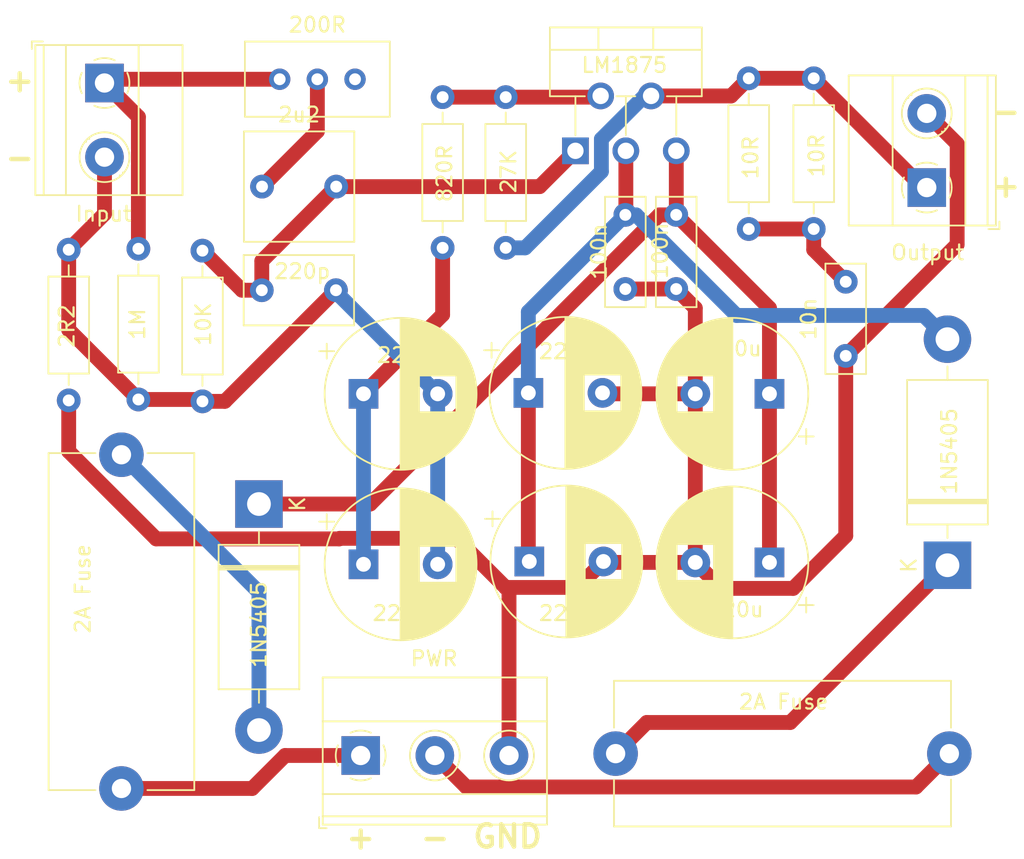
<source format=kicad_pcb>
(kicad_pcb (version 20171130) (host pcbnew "(5.1.9-0-10_14)")

  (general
    (thickness 1.6)
    (drawings 11)
    (tracks 96)
    (zones 0)
    (modules 27)
    (nets 16)
  )

  (page A4)
  (layers
    (0 F.Cu signal)
    (31 B.Cu signal)
    (32 B.Adhes user)
    (33 F.Adhes user)
    (34 B.Paste user)
    (35 F.Paste user)
    (36 B.SilkS user)
    (37 F.SilkS user)
    (38 B.Mask user)
    (39 F.Mask user)
    (40 Dwgs.User user)
    (41 Cmts.User user)
    (42 Eco1.User user)
    (43 Eco2.User user)
    (44 Edge.Cuts user)
    (45 Margin user)
    (46 B.CrtYd user)
    (47 F.CrtYd user)
    (48 B.Fab user)
    (49 F.Fab user)
  )

  (setup
    (last_trace_width 0.25)
    (trace_clearance 0.2)
    (zone_clearance 0.508)
    (zone_45_only no)
    (trace_min 0.2)
    (via_size 0.8)
    (via_drill 0.4)
    (via_min_size 0.4)
    (via_min_drill 0.3)
    (uvia_size 0.3)
    (uvia_drill 0.1)
    (uvias_allowed no)
    (uvia_min_size 0.2)
    (uvia_min_drill 0.1)
    (edge_width 0.05)
    (segment_width 0.2)
    (pcb_text_width 0.3)
    (pcb_text_size 1.5 1.5)
    (mod_edge_width 0.12)
    (mod_text_size 1 1)
    (mod_text_width 0.15)
    (pad_size 1.524 1.524)
    (pad_drill 0.762)
    (pad_to_mask_clearance 0)
    (aux_axis_origin 0 0)
    (visible_elements FFFFFF7F)
    (pcbplotparams
      (layerselection 0x010fc_ffffffff)
      (usegerberextensions false)
      (usegerberattributes true)
      (usegerberadvancedattributes true)
      (creategerberjobfile true)
      (excludeedgelayer true)
      (linewidth 0.100000)
      (plotframeref false)
      (viasonmask false)
      (mode 1)
      (useauxorigin false)
      (hpglpennumber 1)
      (hpglpenspeed 20)
      (hpglpendiameter 15.000000)
      (psnegative false)
      (psa4output false)
      (plotreference true)
      (plotvalue true)
      (plotinvisibletext false)
      (padsonsilk false)
      (subtractmaskfromsilk false)
      (outputformat 1)
      (mirror false)
      (drillshape 1)
      (scaleselection 1)
      (outputdirectory ""))
  )

  (net 0 "")
  (net 1 "Net-(C1-Pad1)")
  (net 2 "Net-(C2-Pad2)")
  (net 3 "Net-(C3-Pad1)")
  (net 4 GND)
  (net 5 "Net-(C10-Pad1)")
  (net 6 "Net-(C11-Pad1)")
  (net 7 "Net-(D1-Pad2)")
  (net 8 "Net-(F1-Pad1)")
  (net 9 "Net-(F2-Pad1)")
  (net 10 "Net-(J1-Pad1)")
  (net 11 "Net-(J2-Pad1)")
  (net 12 "Net-(R5-Pad1)")
  (net 13 "Net-(D2-Pad1)")
  (net 14 "Net-(C1-Pad2)")
  (net 15 "Net-(C5-Pad1)")

  (net_class Default "This is the default net class."
    (clearance 0.2)
    (trace_width 0.25)
    (via_dia 0.8)
    (via_drill 0.4)
    (uvia_dia 0.3)
    (uvia_drill 0.1)
  )

  (net_class 1mm ""
    (clearance 0.25)
    (trace_width 1)
    (via_dia 2)
    (via_drill 0.8)
    (uvia_dia 0.3)
    (uvia_drill 0.1)
    (add_net GND)
    (add_net "Net-(C1-Pad1)")
    (add_net "Net-(C1-Pad2)")
    (add_net "Net-(C10-Pad1)")
    (add_net "Net-(C11-Pad1)")
    (add_net "Net-(C2-Pad2)")
    (add_net "Net-(C3-Pad1)")
    (add_net "Net-(C5-Pad1)")
    (add_net "Net-(D1-Pad2)")
    (add_net "Net-(D2-Pad1)")
    (add_net "Net-(F1-Pad1)")
    (add_net "Net-(F2-Pad1)")
    (add_net "Net-(J1-Pad1)")
    (add_net "Net-(J2-Pad1)")
    (add_net "Net-(R5-Pad1)")
  )

  (module Capacitor_THT:C_Rect_L7.2mm_W2.5mm_P5.00mm_FKS2_FKP2_MKS2_MKP2 (layer F.Cu) (tedit 5AE50EF0) (tstamp 609E0F1B)
    (at 82.3595 689.5465 270)
    (descr "C, Rect series, Radial, pin pitch=5.00mm, , length*width=7.2*2.5mm^2, Capacitor, http://www.wima.com/EN/WIMA_FKS_2.pdf")
    (tags "C Rect series Radial pin pitch 5.00mm  length 7.2mm width 2.5mm Capacitor")
    (path /609F18D3)
    (fp_text reference C11 (at 2.5 -2.5 90) (layer F.Fab)
      (effects (font (size 1 1) (thickness 0.15)))
    )
    (fp_text value 10n (at 2.5 2.5 90) (layer F.SilkS)
      (effects (font (size 1 1) (thickness 0.15)))
    )
    (fp_line (start 6.35 -1.5) (end -1.35 -1.5) (layer F.CrtYd) (width 0.05))
    (fp_line (start 6.35 1.5) (end 6.35 -1.5) (layer F.CrtYd) (width 0.05))
    (fp_line (start -1.35 1.5) (end 6.35 1.5) (layer F.CrtYd) (width 0.05))
    (fp_line (start -1.35 -1.5) (end -1.35 1.5) (layer F.CrtYd) (width 0.05))
    (fp_line (start 6.22 -1.37) (end 6.22 1.37) (layer F.SilkS) (width 0.12))
    (fp_line (start -1.22 -1.37) (end -1.22 1.37) (layer F.SilkS) (width 0.12))
    (fp_line (start -1.22 1.37) (end 6.22 1.37) (layer F.SilkS) (width 0.12))
    (fp_line (start -1.22 -1.37) (end 6.22 -1.37) (layer F.SilkS) (width 0.12))
    (fp_line (start 6.1 -1.25) (end -1.1 -1.25) (layer F.Fab) (width 0.1))
    (fp_line (start 6.1 1.25) (end 6.1 -1.25) (layer F.Fab) (width 0.1))
    (fp_line (start -1.1 1.25) (end 6.1 1.25) (layer F.Fab) (width 0.1))
    (fp_line (start -1.1 -1.25) (end -1.1 1.25) (layer F.Fab) (width 0.1))
    (fp_text user %R (at 2.5 0 90) (layer F.Fab)
      (effects (font (size 1 1) (thickness 0.15)))
    )
    (pad 2 thru_hole circle (at 5 0 270) (size 1.6 1.6) (drill 0.8) (layers *.Cu *.Mask)
      (net 4 GND))
    (pad 1 thru_hole circle (at 0 0 270) (size 1.6 1.6) (drill 0.8) (layers *.Cu *.Mask)
      (net 6 "Net-(C11-Pad1)"))
    (model ${KISYS3DMOD}/Capacitor_THT.3dshapes/C_Rect_L7.2mm_W2.5mm_P5.00mm_FKS2_FKP2_MKS2_MKP2.wrl
      (at (xyz 0 0 0))
      (scale (xyz 1 1 1))
      (rotate (xyz 0 0 0))
    )
  )

  (module Capacitor_THT:CP_Radial_D10.0mm_P5.00mm (layer F.Cu) (tedit 5AE50EF1) (tstamp 609E0F06)
    (at 60.96 697.0395)
    (descr "CP, Radial series, Radial, pin pitch=5.00mm, , diameter=10mm, Electrolytic Capacitor")
    (tags "CP Radial series Radial pin pitch 5.00mm  diameter 10mm Electrolytic Capacitor")
    (path /609DDB84)
    (fp_text reference C10 (at 2.5 -6.25) (layer F.Fab)
      (effects (font (size 1 1) (thickness 0.15)))
    )
    (fp_text value 220u (at 2.6035 -2.794) (layer F.SilkS)
      (effects (font (size 1 1) (thickness 0.15)))
    )
    (fp_line (start -2.479646 -3.375) (end -2.479646 -2.375) (layer F.SilkS) (width 0.12))
    (fp_line (start -2.979646 -2.875) (end -1.979646 -2.875) (layer F.SilkS) (width 0.12))
    (fp_line (start 7.581 -0.599) (end 7.581 0.599) (layer F.SilkS) (width 0.12))
    (fp_line (start 7.541 -0.862) (end 7.541 0.862) (layer F.SilkS) (width 0.12))
    (fp_line (start 7.501 -1.062) (end 7.501 1.062) (layer F.SilkS) (width 0.12))
    (fp_line (start 7.461 -1.23) (end 7.461 1.23) (layer F.SilkS) (width 0.12))
    (fp_line (start 7.421 -1.378) (end 7.421 1.378) (layer F.SilkS) (width 0.12))
    (fp_line (start 7.381 -1.51) (end 7.381 1.51) (layer F.SilkS) (width 0.12))
    (fp_line (start 7.341 -1.63) (end 7.341 1.63) (layer F.SilkS) (width 0.12))
    (fp_line (start 7.301 -1.742) (end 7.301 1.742) (layer F.SilkS) (width 0.12))
    (fp_line (start 7.261 -1.846) (end 7.261 1.846) (layer F.SilkS) (width 0.12))
    (fp_line (start 7.221 -1.944) (end 7.221 1.944) (layer F.SilkS) (width 0.12))
    (fp_line (start 7.181 -2.037) (end 7.181 2.037) (layer F.SilkS) (width 0.12))
    (fp_line (start 7.141 -2.125) (end 7.141 2.125) (layer F.SilkS) (width 0.12))
    (fp_line (start 7.101 -2.209) (end 7.101 2.209) (layer F.SilkS) (width 0.12))
    (fp_line (start 7.061 -2.289) (end 7.061 2.289) (layer F.SilkS) (width 0.12))
    (fp_line (start 7.021 -2.365) (end 7.021 2.365) (layer F.SilkS) (width 0.12))
    (fp_line (start 6.981 -2.439) (end 6.981 2.439) (layer F.SilkS) (width 0.12))
    (fp_line (start 6.941 -2.51) (end 6.941 2.51) (layer F.SilkS) (width 0.12))
    (fp_line (start 6.901 -2.579) (end 6.901 2.579) (layer F.SilkS) (width 0.12))
    (fp_line (start 6.861 -2.645) (end 6.861 2.645) (layer F.SilkS) (width 0.12))
    (fp_line (start 6.821 -2.709) (end 6.821 2.709) (layer F.SilkS) (width 0.12))
    (fp_line (start 6.781 -2.77) (end 6.781 2.77) (layer F.SilkS) (width 0.12))
    (fp_line (start 6.741 -2.83) (end 6.741 2.83) (layer F.SilkS) (width 0.12))
    (fp_line (start 6.701 -2.889) (end 6.701 2.889) (layer F.SilkS) (width 0.12))
    (fp_line (start 6.661 -2.945) (end 6.661 2.945) (layer F.SilkS) (width 0.12))
    (fp_line (start 6.621 -3) (end 6.621 3) (layer F.SilkS) (width 0.12))
    (fp_line (start 6.581 -3.054) (end 6.581 3.054) (layer F.SilkS) (width 0.12))
    (fp_line (start 6.541 -3.106) (end 6.541 3.106) (layer F.SilkS) (width 0.12))
    (fp_line (start 6.501 -3.156) (end 6.501 3.156) (layer F.SilkS) (width 0.12))
    (fp_line (start 6.461 -3.206) (end 6.461 3.206) (layer F.SilkS) (width 0.12))
    (fp_line (start 6.421 -3.254) (end 6.421 3.254) (layer F.SilkS) (width 0.12))
    (fp_line (start 6.381 -3.301) (end 6.381 3.301) (layer F.SilkS) (width 0.12))
    (fp_line (start 6.341 -3.347) (end 6.341 3.347) (layer F.SilkS) (width 0.12))
    (fp_line (start 6.301 -3.392) (end 6.301 3.392) (layer F.SilkS) (width 0.12))
    (fp_line (start 6.261 -3.436) (end 6.261 3.436) (layer F.SilkS) (width 0.12))
    (fp_line (start 6.221 1.241) (end 6.221 3.478) (layer F.SilkS) (width 0.12))
    (fp_line (start 6.221 -3.478) (end 6.221 -1.241) (layer F.SilkS) (width 0.12))
    (fp_line (start 6.181 1.241) (end 6.181 3.52) (layer F.SilkS) (width 0.12))
    (fp_line (start 6.181 -3.52) (end 6.181 -1.241) (layer F.SilkS) (width 0.12))
    (fp_line (start 6.141 1.241) (end 6.141 3.561) (layer F.SilkS) (width 0.12))
    (fp_line (start 6.141 -3.561) (end 6.141 -1.241) (layer F.SilkS) (width 0.12))
    (fp_line (start 6.101 1.241) (end 6.101 3.601) (layer F.SilkS) (width 0.12))
    (fp_line (start 6.101 -3.601) (end 6.101 -1.241) (layer F.SilkS) (width 0.12))
    (fp_line (start 6.061 1.241) (end 6.061 3.64) (layer F.SilkS) (width 0.12))
    (fp_line (start 6.061 -3.64) (end 6.061 -1.241) (layer F.SilkS) (width 0.12))
    (fp_line (start 6.021 1.241) (end 6.021 3.679) (layer F.SilkS) (width 0.12))
    (fp_line (start 6.021 -3.679) (end 6.021 -1.241) (layer F.SilkS) (width 0.12))
    (fp_line (start 5.981 1.241) (end 5.981 3.716) (layer F.SilkS) (width 0.12))
    (fp_line (start 5.981 -3.716) (end 5.981 -1.241) (layer F.SilkS) (width 0.12))
    (fp_line (start 5.941 1.241) (end 5.941 3.753) (layer F.SilkS) (width 0.12))
    (fp_line (start 5.941 -3.753) (end 5.941 -1.241) (layer F.SilkS) (width 0.12))
    (fp_line (start 5.901 1.241) (end 5.901 3.789) (layer F.SilkS) (width 0.12))
    (fp_line (start 5.901 -3.789) (end 5.901 -1.241) (layer F.SilkS) (width 0.12))
    (fp_line (start 5.861 1.241) (end 5.861 3.824) (layer F.SilkS) (width 0.12))
    (fp_line (start 5.861 -3.824) (end 5.861 -1.241) (layer F.SilkS) (width 0.12))
    (fp_line (start 5.821 1.241) (end 5.821 3.858) (layer F.SilkS) (width 0.12))
    (fp_line (start 5.821 -3.858) (end 5.821 -1.241) (layer F.SilkS) (width 0.12))
    (fp_line (start 5.781 1.241) (end 5.781 3.892) (layer F.SilkS) (width 0.12))
    (fp_line (start 5.781 -3.892) (end 5.781 -1.241) (layer F.SilkS) (width 0.12))
    (fp_line (start 5.741 1.241) (end 5.741 3.925) (layer F.SilkS) (width 0.12))
    (fp_line (start 5.741 -3.925) (end 5.741 -1.241) (layer F.SilkS) (width 0.12))
    (fp_line (start 5.701 1.241) (end 5.701 3.957) (layer F.SilkS) (width 0.12))
    (fp_line (start 5.701 -3.957) (end 5.701 -1.241) (layer F.SilkS) (width 0.12))
    (fp_line (start 5.661 1.241) (end 5.661 3.989) (layer F.SilkS) (width 0.12))
    (fp_line (start 5.661 -3.989) (end 5.661 -1.241) (layer F.SilkS) (width 0.12))
    (fp_line (start 5.621 1.241) (end 5.621 4.02) (layer F.SilkS) (width 0.12))
    (fp_line (start 5.621 -4.02) (end 5.621 -1.241) (layer F.SilkS) (width 0.12))
    (fp_line (start 5.581 1.241) (end 5.581 4.05) (layer F.SilkS) (width 0.12))
    (fp_line (start 5.581 -4.05) (end 5.581 -1.241) (layer F.SilkS) (width 0.12))
    (fp_line (start 5.541 1.241) (end 5.541 4.08) (layer F.SilkS) (width 0.12))
    (fp_line (start 5.541 -4.08) (end 5.541 -1.241) (layer F.SilkS) (width 0.12))
    (fp_line (start 5.501 1.241) (end 5.501 4.11) (layer F.SilkS) (width 0.12))
    (fp_line (start 5.501 -4.11) (end 5.501 -1.241) (layer F.SilkS) (width 0.12))
    (fp_line (start 5.461 1.241) (end 5.461 4.138) (layer F.SilkS) (width 0.12))
    (fp_line (start 5.461 -4.138) (end 5.461 -1.241) (layer F.SilkS) (width 0.12))
    (fp_line (start 5.421 1.241) (end 5.421 4.166) (layer F.SilkS) (width 0.12))
    (fp_line (start 5.421 -4.166) (end 5.421 -1.241) (layer F.SilkS) (width 0.12))
    (fp_line (start 5.381 1.241) (end 5.381 4.194) (layer F.SilkS) (width 0.12))
    (fp_line (start 5.381 -4.194) (end 5.381 -1.241) (layer F.SilkS) (width 0.12))
    (fp_line (start 5.341 1.241) (end 5.341 4.221) (layer F.SilkS) (width 0.12))
    (fp_line (start 5.341 -4.221) (end 5.341 -1.241) (layer F.SilkS) (width 0.12))
    (fp_line (start 5.301 1.241) (end 5.301 4.247) (layer F.SilkS) (width 0.12))
    (fp_line (start 5.301 -4.247) (end 5.301 -1.241) (layer F.SilkS) (width 0.12))
    (fp_line (start 5.261 1.241) (end 5.261 4.273) (layer F.SilkS) (width 0.12))
    (fp_line (start 5.261 -4.273) (end 5.261 -1.241) (layer F.SilkS) (width 0.12))
    (fp_line (start 5.221 1.241) (end 5.221 4.298) (layer F.SilkS) (width 0.12))
    (fp_line (start 5.221 -4.298) (end 5.221 -1.241) (layer F.SilkS) (width 0.12))
    (fp_line (start 5.181 1.241) (end 5.181 4.323) (layer F.SilkS) (width 0.12))
    (fp_line (start 5.181 -4.323) (end 5.181 -1.241) (layer F.SilkS) (width 0.12))
    (fp_line (start 5.141 1.241) (end 5.141 4.347) (layer F.SilkS) (width 0.12))
    (fp_line (start 5.141 -4.347) (end 5.141 -1.241) (layer F.SilkS) (width 0.12))
    (fp_line (start 5.101 1.241) (end 5.101 4.371) (layer F.SilkS) (width 0.12))
    (fp_line (start 5.101 -4.371) (end 5.101 -1.241) (layer F.SilkS) (width 0.12))
    (fp_line (start 5.061 1.241) (end 5.061 4.395) (layer F.SilkS) (width 0.12))
    (fp_line (start 5.061 -4.395) (end 5.061 -1.241) (layer F.SilkS) (width 0.12))
    (fp_line (start 5.021 1.241) (end 5.021 4.417) (layer F.SilkS) (width 0.12))
    (fp_line (start 5.021 -4.417) (end 5.021 -1.241) (layer F.SilkS) (width 0.12))
    (fp_line (start 4.981 1.241) (end 4.981 4.44) (layer F.SilkS) (width 0.12))
    (fp_line (start 4.981 -4.44) (end 4.981 -1.241) (layer F.SilkS) (width 0.12))
    (fp_line (start 4.941 1.241) (end 4.941 4.462) (layer F.SilkS) (width 0.12))
    (fp_line (start 4.941 -4.462) (end 4.941 -1.241) (layer F.SilkS) (width 0.12))
    (fp_line (start 4.901 1.241) (end 4.901 4.483) (layer F.SilkS) (width 0.12))
    (fp_line (start 4.901 -4.483) (end 4.901 -1.241) (layer F.SilkS) (width 0.12))
    (fp_line (start 4.861 1.241) (end 4.861 4.504) (layer F.SilkS) (width 0.12))
    (fp_line (start 4.861 -4.504) (end 4.861 -1.241) (layer F.SilkS) (width 0.12))
    (fp_line (start 4.821 1.241) (end 4.821 4.525) (layer F.SilkS) (width 0.12))
    (fp_line (start 4.821 -4.525) (end 4.821 -1.241) (layer F.SilkS) (width 0.12))
    (fp_line (start 4.781 1.241) (end 4.781 4.545) (layer F.SilkS) (width 0.12))
    (fp_line (start 4.781 -4.545) (end 4.781 -1.241) (layer F.SilkS) (width 0.12))
    (fp_line (start 4.741 1.241) (end 4.741 4.564) (layer F.SilkS) (width 0.12))
    (fp_line (start 4.741 -4.564) (end 4.741 -1.241) (layer F.SilkS) (width 0.12))
    (fp_line (start 4.701 1.241) (end 4.701 4.584) (layer F.SilkS) (width 0.12))
    (fp_line (start 4.701 -4.584) (end 4.701 -1.241) (layer F.SilkS) (width 0.12))
    (fp_line (start 4.661 1.241) (end 4.661 4.603) (layer F.SilkS) (width 0.12))
    (fp_line (start 4.661 -4.603) (end 4.661 -1.241) (layer F.SilkS) (width 0.12))
    (fp_line (start 4.621 1.241) (end 4.621 4.621) (layer F.SilkS) (width 0.12))
    (fp_line (start 4.621 -4.621) (end 4.621 -1.241) (layer F.SilkS) (width 0.12))
    (fp_line (start 4.581 1.241) (end 4.581 4.639) (layer F.SilkS) (width 0.12))
    (fp_line (start 4.581 -4.639) (end 4.581 -1.241) (layer F.SilkS) (width 0.12))
    (fp_line (start 4.541 1.241) (end 4.541 4.657) (layer F.SilkS) (width 0.12))
    (fp_line (start 4.541 -4.657) (end 4.541 -1.241) (layer F.SilkS) (width 0.12))
    (fp_line (start 4.501 1.241) (end 4.501 4.674) (layer F.SilkS) (width 0.12))
    (fp_line (start 4.501 -4.674) (end 4.501 -1.241) (layer F.SilkS) (width 0.12))
    (fp_line (start 4.461 1.241) (end 4.461 4.69) (layer F.SilkS) (width 0.12))
    (fp_line (start 4.461 -4.69) (end 4.461 -1.241) (layer F.SilkS) (width 0.12))
    (fp_line (start 4.421 1.241) (end 4.421 4.707) (layer F.SilkS) (width 0.12))
    (fp_line (start 4.421 -4.707) (end 4.421 -1.241) (layer F.SilkS) (width 0.12))
    (fp_line (start 4.381 1.241) (end 4.381 4.723) (layer F.SilkS) (width 0.12))
    (fp_line (start 4.381 -4.723) (end 4.381 -1.241) (layer F.SilkS) (width 0.12))
    (fp_line (start 4.341 1.241) (end 4.341 4.738) (layer F.SilkS) (width 0.12))
    (fp_line (start 4.341 -4.738) (end 4.341 -1.241) (layer F.SilkS) (width 0.12))
    (fp_line (start 4.301 1.241) (end 4.301 4.754) (layer F.SilkS) (width 0.12))
    (fp_line (start 4.301 -4.754) (end 4.301 -1.241) (layer F.SilkS) (width 0.12))
    (fp_line (start 4.261 1.241) (end 4.261 4.768) (layer F.SilkS) (width 0.12))
    (fp_line (start 4.261 -4.768) (end 4.261 -1.241) (layer F.SilkS) (width 0.12))
    (fp_line (start 4.221 1.241) (end 4.221 4.783) (layer F.SilkS) (width 0.12))
    (fp_line (start 4.221 -4.783) (end 4.221 -1.241) (layer F.SilkS) (width 0.12))
    (fp_line (start 4.181 1.241) (end 4.181 4.797) (layer F.SilkS) (width 0.12))
    (fp_line (start 4.181 -4.797) (end 4.181 -1.241) (layer F.SilkS) (width 0.12))
    (fp_line (start 4.141 1.241) (end 4.141 4.811) (layer F.SilkS) (width 0.12))
    (fp_line (start 4.141 -4.811) (end 4.141 -1.241) (layer F.SilkS) (width 0.12))
    (fp_line (start 4.101 1.241) (end 4.101 4.824) (layer F.SilkS) (width 0.12))
    (fp_line (start 4.101 -4.824) (end 4.101 -1.241) (layer F.SilkS) (width 0.12))
    (fp_line (start 4.061 1.241) (end 4.061 4.837) (layer F.SilkS) (width 0.12))
    (fp_line (start 4.061 -4.837) (end 4.061 -1.241) (layer F.SilkS) (width 0.12))
    (fp_line (start 4.021 1.241) (end 4.021 4.85) (layer F.SilkS) (width 0.12))
    (fp_line (start 4.021 -4.85) (end 4.021 -1.241) (layer F.SilkS) (width 0.12))
    (fp_line (start 3.981 1.241) (end 3.981 4.862) (layer F.SilkS) (width 0.12))
    (fp_line (start 3.981 -4.862) (end 3.981 -1.241) (layer F.SilkS) (width 0.12))
    (fp_line (start 3.941 1.241) (end 3.941 4.874) (layer F.SilkS) (width 0.12))
    (fp_line (start 3.941 -4.874) (end 3.941 -1.241) (layer F.SilkS) (width 0.12))
    (fp_line (start 3.901 1.241) (end 3.901 4.885) (layer F.SilkS) (width 0.12))
    (fp_line (start 3.901 -4.885) (end 3.901 -1.241) (layer F.SilkS) (width 0.12))
    (fp_line (start 3.861 1.241) (end 3.861 4.897) (layer F.SilkS) (width 0.12))
    (fp_line (start 3.861 -4.897) (end 3.861 -1.241) (layer F.SilkS) (width 0.12))
    (fp_line (start 3.821 1.241) (end 3.821 4.907) (layer F.SilkS) (width 0.12))
    (fp_line (start 3.821 -4.907) (end 3.821 -1.241) (layer F.SilkS) (width 0.12))
    (fp_line (start 3.781 1.241) (end 3.781 4.918) (layer F.SilkS) (width 0.12))
    (fp_line (start 3.781 -4.918) (end 3.781 -1.241) (layer F.SilkS) (width 0.12))
    (fp_line (start 3.741 -4.928) (end 3.741 4.928) (layer F.SilkS) (width 0.12))
    (fp_line (start 3.701 -4.938) (end 3.701 4.938) (layer F.SilkS) (width 0.12))
    (fp_line (start 3.661 -4.947) (end 3.661 4.947) (layer F.SilkS) (width 0.12))
    (fp_line (start 3.621 -4.956) (end 3.621 4.956) (layer F.SilkS) (width 0.12))
    (fp_line (start 3.581 -4.965) (end 3.581 4.965) (layer F.SilkS) (width 0.12))
    (fp_line (start 3.541 -4.974) (end 3.541 4.974) (layer F.SilkS) (width 0.12))
    (fp_line (start 3.501 -4.982) (end 3.501 4.982) (layer F.SilkS) (width 0.12))
    (fp_line (start 3.461 -4.99) (end 3.461 4.99) (layer F.SilkS) (width 0.12))
    (fp_line (start 3.421 -4.997) (end 3.421 4.997) (layer F.SilkS) (width 0.12))
    (fp_line (start 3.381 -5.004) (end 3.381 5.004) (layer F.SilkS) (width 0.12))
    (fp_line (start 3.341 -5.011) (end 3.341 5.011) (layer F.SilkS) (width 0.12))
    (fp_line (start 3.301 -5.018) (end 3.301 5.018) (layer F.SilkS) (width 0.12))
    (fp_line (start 3.261 -5.024) (end 3.261 5.024) (layer F.SilkS) (width 0.12))
    (fp_line (start 3.221 -5.03) (end 3.221 5.03) (layer F.SilkS) (width 0.12))
    (fp_line (start 3.18 -5.035) (end 3.18 5.035) (layer F.SilkS) (width 0.12))
    (fp_line (start 3.14 -5.04) (end 3.14 5.04) (layer F.SilkS) (width 0.12))
    (fp_line (start 3.1 -5.045) (end 3.1 5.045) (layer F.SilkS) (width 0.12))
    (fp_line (start 3.06 -5.05) (end 3.06 5.05) (layer F.SilkS) (width 0.12))
    (fp_line (start 3.02 -5.054) (end 3.02 5.054) (layer F.SilkS) (width 0.12))
    (fp_line (start 2.98 -5.058) (end 2.98 5.058) (layer F.SilkS) (width 0.12))
    (fp_line (start 2.94 -5.062) (end 2.94 5.062) (layer F.SilkS) (width 0.12))
    (fp_line (start 2.9 -5.065) (end 2.9 5.065) (layer F.SilkS) (width 0.12))
    (fp_line (start 2.86 -5.068) (end 2.86 5.068) (layer F.SilkS) (width 0.12))
    (fp_line (start 2.82 -5.07) (end 2.82 5.07) (layer F.SilkS) (width 0.12))
    (fp_line (start 2.78 -5.073) (end 2.78 5.073) (layer F.SilkS) (width 0.12))
    (fp_line (start 2.74 -5.075) (end 2.74 5.075) (layer F.SilkS) (width 0.12))
    (fp_line (start 2.7 -5.077) (end 2.7 5.077) (layer F.SilkS) (width 0.12))
    (fp_line (start 2.66 -5.078) (end 2.66 5.078) (layer F.SilkS) (width 0.12))
    (fp_line (start 2.62 -5.079) (end 2.62 5.079) (layer F.SilkS) (width 0.12))
    (fp_line (start 2.58 -5.08) (end 2.58 5.08) (layer F.SilkS) (width 0.12))
    (fp_line (start 2.54 -5.08) (end 2.54 5.08) (layer F.SilkS) (width 0.12))
    (fp_line (start 2.5 -5.08) (end 2.5 5.08) (layer F.SilkS) (width 0.12))
    (fp_line (start -1.288861 -2.6875) (end -1.288861 -1.6875) (layer F.Fab) (width 0.1))
    (fp_line (start -1.788861 -2.1875) (end -0.788861 -2.1875) (layer F.Fab) (width 0.1))
    (fp_circle (center 2.5 0) (end 7.75 0) (layer F.CrtYd) (width 0.05))
    (fp_circle (center 2.5 0) (end 7.62 0) (layer F.SilkS) (width 0.12))
    (fp_circle (center 2.5 0) (end 7.5 0) (layer F.Fab) (width 0.1))
    (fp_text user %R (at 2.5 0) (layer F.Fab)
      (effects (font (size 1 1) (thickness 0.15)))
    )
    (pad 2 thru_hole circle (at 5 0) (size 2 2) (drill 1) (layers *.Cu *.Mask)
      (net 4 GND))
    (pad 1 thru_hole rect (at 0 0) (size 2 2) (drill 1) (layers *.Cu *.Mask)
      (net 5 "Net-(C10-Pad1)"))
    (model ${KISYS3DMOD}/Capacitor_THT.3dshapes/CP_Radial_D10.0mm_P5.00mm.wrl
      (at (xyz 0 0 0))
      (scale (xyz 1 1 1))
      (rotate (xyz 0 0 0))
    )
  )

  (module Capacitor_THT:CP_Radial_D10.0mm_P5.00mm (layer F.Cu) (tedit 5AE50EF1) (tstamp 609E0E5D)
    (at 77.216 708.4695 180)
    (descr "CP, Radial series, Radial, pin pitch=5.00mm, , diameter=10mm, Electrolytic Capacitor")
    (tags "CP Radial series Radial pin pitch 5.00mm  diameter 10mm Electrolytic Capacitor")
    (path /609DC5CF)
    (fp_text reference C9 (at 2.5 -6.25) (layer F.Fab)
      (effects (font (size 1 1) (thickness 0.15)))
    )
    (fp_text value 220u (at 2.286 -3.175) (layer F.SilkS)
      (effects (font (size 1 1) (thickness 0.15)))
    )
    (fp_line (start -2.479646 -3.375) (end -2.479646 -2.375) (layer F.SilkS) (width 0.12))
    (fp_line (start -2.979646 -2.875) (end -1.979646 -2.875) (layer F.SilkS) (width 0.12))
    (fp_line (start 7.581 -0.599) (end 7.581 0.599) (layer F.SilkS) (width 0.12))
    (fp_line (start 7.541 -0.862) (end 7.541 0.862) (layer F.SilkS) (width 0.12))
    (fp_line (start 7.501 -1.062) (end 7.501 1.062) (layer F.SilkS) (width 0.12))
    (fp_line (start 7.461 -1.23) (end 7.461 1.23) (layer F.SilkS) (width 0.12))
    (fp_line (start 7.421 -1.378) (end 7.421 1.378) (layer F.SilkS) (width 0.12))
    (fp_line (start 7.381 -1.51) (end 7.381 1.51) (layer F.SilkS) (width 0.12))
    (fp_line (start 7.341 -1.63) (end 7.341 1.63) (layer F.SilkS) (width 0.12))
    (fp_line (start 7.301 -1.742) (end 7.301 1.742) (layer F.SilkS) (width 0.12))
    (fp_line (start 7.261 -1.846) (end 7.261 1.846) (layer F.SilkS) (width 0.12))
    (fp_line (start 7.221 -1.944) (end 7.221 1.944) (layer F.SilkS) (width 0.12))
    (fp_line (start 7.181 -2.037) (end 7.181 2.037) (layer F.SilkS) (width 0.12))
    (fp_line (start 7.141 -2.125) (end 7.141 2.125) (layer F.SilkS) (width 0.12))
    (fp_line (start 7.101 -2.209) (end 7.101 2.209) (layer F.SilkS) (width 0.12))
    (fp_line (start 7.061 -2.289) (end 7.061 2.289) (layer F.SilkS) (width 0.12))
    (fp_line (start 7.021 -2.365) (end 7.021 2.365) (layer F.SilkS) (width 0.12))
    (fp_line (start 6.981 -2.439) (end 6.981 2.439) (layer F.SilkS) (width 0.12))
    (fp_line (start 6.941 -2.51) (end 6.941 2.51) (layer F.SilkS) (width 0.12))
    (fp_line (start 6.901 -2.579) (end 6.901 2.579) (layer F.SilkS) (width 0.12))
    (fp_line (start 6.861 -2.645) (end 6.861 2.645) (layer F.SilkS) (width 0.12))
    (fp_line (start 6.821 -2.709) (end 6.821 2.709) (layer F.SilkS) (width 0.12))
    (fp_line (start 6.781 -2.77) (end 6.781 2.77) (layer F.SilkS) (width 0.12))
    (fp_line (start 6.741 -2.83) (end 6.741 2.83) (layer F.SilkS) (width 0.12))
    (fp_line (start 6.701 -2.889) (end 6.701 2.889) (layer F.SilkS) (width 0.12))
    (fp_line (start 6.661 -2.945) (end 6.661 2.945) (layer F.SilkS) (width 0.12))
    (fp_line (start 6.621 -3) (end 6.621 3) (layer F.SilkS) (width 0.12))
    (fp_line (start 6.581 -3.054) (end 6.581 3.054) (layer F.SilkS) (width 0.12))
    (fp_line (start 6.541 -3.106) (end 6.541 3.106) (layer F.SilkS) (width 0.12))
    (fp_line (start 6.501 -3.156) (end 6.501 3.156) (layer F.SilkS) (width 0.12))
    (fp_line (start 6.461 -3.206) (end 6.461 3.206) (layer F.SilkS) (width 0.12))
    (fp_line (start 6.421 -3.254) (end 6.421 3.254) (layer F.SilkS) (width 0.12))
    (fp_line (start 6.381 -3.301) (end 6.381 3.301) (layer F.SilkS) (width 0.12))
    (fp_line (start 6.341 -3.347) (end 6.341 3.347) (layer F.SilkS) (width 0.12))
    (fp_line (start 6.301 -3.392) (end 6.301 3.392) (layer F.SilkS) (width 0.12))
    (fp_line (start 6.261 -3.436) (end 6.261 3.436) (layer F.SilkS) (width 0.12))
    (fp_line (start 6.221 1.241) (end 6.221 3.478) (layer F.SilkS) (width 0.12))
    (fp_line (start 6.221 -3.478) (end 6.221 -1.241) (layer F.SilkS) (width 0.12))
    (fp_line (start 6.181 1.241) (end 6.181 3.52) (layer F.SilkS) (width 0.12))
    (fp_line (start 6.181 -3.52) (end 6.181 -1.241) (layer F.SilkS) (width 0.12))
    (fp_line (start 6.141 1.241) (end 6.141 3.561) (layer F.SilkS) (width 0.12))
    (fp_line (start 6.141 -3.561) (end 6.141 -1.241) (layer F.SilkS) (width 0.12))
    (fp_line (start 6.101 1.241) (end 6.101 3.601) (layer F.SilkS) (width 0.12))
    (fp_line (start 6.101 -3.601) (end 6.101 -1.241) (layer F.SilkS) (width 0.12))
    (fp_line (start 6.061 1.241) (end 6.061 3.64) (layer F.SilkS) (width 0.12))
    (fp_line (start 6.061 -3.64) (end 6.061 -1.241) (layer F.SilkS) (width 0.12))
    (fp_line (start 6.021 1.241) (end 6.021 3.679) (layer F.SilkS) (width 0.12))
    (fp_line (start 6.021 -3.679) (end 6.021 -1.241) (layer F.SilkS) (width 0.12))
    (fp_line (start 5.981 1.241) (end 5.981 3.716) (layer F.SilkS) (width 0.12))
    (fp_line (start 5.981 -3.716) (end 5.981 -1.241) (layer F.SilkS) (width 0.12))
    (fp_line (start 5.941 1.241) (end 5.941 3.753) (layer F.SilkS) (width 0.12))
    (fp_line (start 5.941 -3.753) (end 5.941 -1.241) (layer F.SilkS) (width 0.12))
    (fp_line (start 5.901 1.241) (end 5.901 3.789) (layer F.SilkS) (width 0.12))
    (fp_line (start 5.901 -3.789) (end 5.901 -1.241) (layer F.SilkS) (width 0.12))
    (fp_line (start 5.861 1.241) (end 5.861 3.824) (layer F.SilkS) (width 0.12))
    (fp_line (start 5.861 -3.824) (end 5.861 -1.241) (layer F.SilkS) (width 0.12))
    (fp_line (start 5.821 1.241) (end 5.821 3.858) (layer F.SilkS) (width 0.12))
    (fp_line (start 5.821 -3.858) (end 5.821 -1.241) (layer F.SilkS) (width 0.12))
    (fp_line (start 5.781 1.241) (end 5.781 3.892) (layer F.SilkS) (width 0.12))
    (fp_line (start 5.781 -3.892) (end 5.781 -1.241) (layer F.SilkS) (width 0.12))
    (fp_line (start 5.741 1.241) (end 5.741 3.925) (layer F.SilkS) (width 0.12))
    (fp_line (start 5.741 -3.925) (end 5.741 -1.241) (layer F.SilkS) (width 0.12))
    (fp_line (start 5.701 1.241) (end 5.701 3.957) (layer F.SilkS) (width 0.12))
    (fp_line (start 5.701 -3.957) (end 5.701 -1.241) (layer F.SilkS) (width 0.12))
    (fp_line (start 5.661 1.241) (end 5.661 3.989) (layer F.SilkS) (width 0.12))
    (fp_line (start 5.661 -3.989) (end 5.661 -1.241) (layer F.SilkS) (width 0.12))
    (fp_line (start 5.621 1.241) (end 5.621 4.02) (layer F.SilkS) (width 0.12))
    (fp_line (start 5.621 -4.02) (end 5.621 -1.241) (layer F.SilkS) (width 0.12))
    (fp_line (start 5.581 1.241) (end 5.581 4.05) (layer F.SilkS) (width 0.12))
    (fp_line (start 5.581 -4.05) (end 5.581 -1.241) (layer F.SilkS) (width 0.12))
    (fp_line (start 5.541 1.241) (end 5.541 4.08) (layer F.SilkS) (width 0.12))
    (fp_line (start 5.541 -4.08) (end 5.541 -1.241) (layer F.SilkS) (width 0.12))
    (fp_line (start 5.501 1.241) (end 5.501 4.11) (layer F.SilkS) (width 0.12))
    (fp_line (start 5.501 -4.11) (end 5.501 -1.241) (layer F.SilkS) (width 0.12))
    (fp_line (start 5.461 1.241) (end 5.461 4.138) (layer F.SilkS) (width 0.12))
    (fp_line (start 5.461 -4.138) (end 5.461 -1.241) (layer F.SilkS) (width 0.12))
    (fp_line (start 5.421 1.241) (end 5.421 4.166) (layer F.SilkS) (width 0.12))
    (fp_line (start 5.421 -4.166) (end 5.421 -1.241) (layer F.SilkS) (width 0.12))
    (fp_line (start 5.381 1.241) (end 5.381 4.194) (layer F.SilkS) (width 0.12))
    (fp_line (start 5.381 -4.194) (end 5.381 -1.241) (layer F.SilkS) (width 0.12))
    (fp_line (start 5.341 1.241) (end 5.341 4.221) (layer F.SilkS) (width 0.12))
    (fp_line (start 5.341 -4.221) (end 5.341 -1.241) (layer F.SilkS) (width 0.12))
    (fp_line (start 5.301 1.241) (end 5.301 4.247) (layer F.SilkS) (width 0.12))
    (fp_line (start 5.301 -4.247) (end 5.301 -1.241) (layer F.SilkS) (width 0.12))
    (fp_line (start 5.261 1.241) (end 5.261 4.273) (layer F.SilkS) (width 0.12))
    (fp_line (start 5.261 -4.273) (end 5.261 -1.241) (layer F.SilkS) (width 0.12))
    (fp_line (start 5.221 1.241) (end 5.221 4.298) (layer F.SilkS) (width 0.12))
    (fp_line (start 5.221 -4.298) (end 5.221 -1.241) (layer F.SilkS) (width 0.12))
    (fp_line (start 5.181 1.241) (end 5.181 4.323) (layer F.SilkS) (width 0.12))
    (fp_line (start 5.181 -4.323) (end 5.181 -1.241) (layer F.SilkS) (width 0.12))
    (fp_line (start 5.141 1.241) (end 5.141 4.347) (layer F.SilkS) (width 0.12))
    (fp_line (start 5.141 -4.347) (end 5.141 -1.241) (layer F.SilkS) (width 0.12))
    (fp_line (start 5.101 1.241) (end 5.101 4.371) (layer F.SilkS) (width 0.12))
    (fp_line (start 5.101 -4.371) (end 5.101 -1.241) (layer F.SilkS) (width 0.12))
    (fp_line (start 5.061 1.241) (end 5.061 4.395) (layer F.SilkS) (width 0.12))
    (fp_line (start 5.061 -4.395) (end 5.061 -1.241) (layer F.SilkS) (width 0.12))
    (fp_line (start 5.021 1.241) (end 5.021 4.417) (layer F.SilkS) (width 0.12))
    (fp_line (start 5.021 -4.417) (end 5.021 -1.241) (layer F.SilkS) (width 0.12))
    (fp_line (start 4.981 1.241) (end 4.981 4.44) (layer F.SilkS) (width 0.12))
    (fp_line (start 4.981 -4.44) (end 4.981 -1.241) (layer F.SilkS) (width 0.12))
    (fp_line (start 4.941 1.241) (end 4.941 4.462) (layer F.SilkS) (width 0.12))
    (fp_line (start 4.941 -4.462) (end 4.941 -1.241) (layer F.SilkS) (width 0.12))
    (fp_line (start 4.901 1.241) (end 4.901 4.483) (layer F.SilkS) (width 0.12))
    (fp_line (start 4.901 -4.483) (end 4.901 -1.241) (layer F.SilkS) (width 0.12))
    (fp_line (start 4.861 1.241) (end 4.861 4.504) (layer F.SilkS) (width 0.12))
    (fp_line (start 4.861 -4.504) (end 4.861 -1.241) (layer F.SilkS) (width 0.12))
    (fp_line (start 4.821 1.241) (end 4.821 4.525) (layer F.SilkS) (width 0.12))
    (fp_line (start 4.821 -4.525) (end 4.821 -1.241) (layer F.SilkS) (width 0.12))
    (fp_line (start 4.781 1.241) (end 4.781 4.545) (layer F.SilkS) (width 0.12))
    (fp_line (start 4.781 -4.545) (end 4.781 -1.241) (layer F.SilkS) (width 0.12))
    (fp_line (start 4.741 1.241) (end 4.741 4.564) (layer F.SilkS) (width 0.12))
    (fp_line (start 4.741 -4.564) (end 4.741 -1.241) (layer F.SilkS) (width 0.12))
    (fp_line (start 4.701 1.241) (end 4.701 4.584) (layer F.SilkS) (width 0.12))
    (fp_line (start 4.701 -4.584) (end 4.701 -1.241) (layer F.SilkS) (width 0.12))
    (fp_line (start 4.661 1.241) (end 4.661 4.603) (layer F.SilkS) (width 0.12))
    (fp_line (start 4.661 -4.603) (end 4.661 -1.241) (layer F.SilkS) (width 0.12))
    (fp_line (start 4.621 1.241) (end 4.621 4.621) (layer F.SilkS) (width 0.12))
    (fp_line (start 4.621 -4.621) (end 4.621 -1.241) (layer F.SilkS) (width 0.12))
    (fp_line (start 4.581 1.241) (end 4.581 4.639) (layer F.SilkS) (width 0.12))
    (fp_line (start 4.581 -4.639) (end 4.581 -1.241) (layer F.SilkS) (width 0.12))
    (fp_line (start 4.541 1.241) (end 4.541 4.657) (layer F.SilkS) (width 0.12))
    (fp_line (start 4.541 -4.657) (end 4.541 -1.241) (layer F.SilkS) (width 0.12))
    (fp_line (start 4.501 1.241) (end 4.501 4.674) (layer F.SilkS) (width 0.12))
    (fp_line (start 4.501 -4.674) (end 4.501 -1.241) (layer F.SilkS) (width 0.12))
    (fp_line (start 4.461 1.241) (end 4.461 4.69) (layer F.SilkS) (width 0.12))
    (fp_line (start 4.461 -4.69) (end 4.461 -1.241) (layer F.SilkS) (width 0.12))
    (fp_line (start 4.421 1.241) (end 4.421 4.707) (layer F.SilkS) (width 0.12))
    (fp_line (start 4.421 -4.707) (end 4.421 -1.241) (layer F.SilkS) (width 0.12))
    (fp_line (start 4.381 1.241) (end 4.381 4.723) (layer F.SilkS) (width 0.12))
    (fp_line (start 4.381 -4.723) (end 4.381 -1.241) (layer F.SilkS) (width 0.12))
    (fp_line (start 4.341 1.241) (end 4.341 4.738) (layer F.SilkS) (width 0.12))
    (fp_line (start 4.341 -4.738) (end 4.341 -1.241) (layer F.SilkS) (width 0.12))
    (fp_line (start 4.301 1.241) (end 4.301 4.754) (layer F.SilkS) (width 0.12))
    (fp_line (start 4.301 -4.754) (end 4.301 -1.241) (layer F.SilkS) (width 0.12))
    (fp_line (start 4.261 1.241) (end 4.261 4.768) (layer F.SilkS) (width 0.12))
    (fp_line (start 4.261 -4.768) (end 4.261 -1.241) (layer F.SilkS) (width 0.12))
    (fp_line (start 4.221 1.241) (end 4.221 4.783) (layer F.SilkS) (width 0.12))
    (fp_line (start 4.221 -4.783) (end 4.221 -1.241) (layer F.SilkS) (width 0.12))
    (fp_line (start 4.181 1.241) (end 4.181 4.797) (layer F.SilkS) (width 0.12))
    (fp_line (start 4.181 -4.797) (end 4.181 -1.241) (layer F.SilkS) (width 0.12))
    (fp_line (start 4.141 1.241) (end 4.141 4.811) (layer F.SilkS) (width 0.12))
    (fp_line (start 4.141 -4.811) (end 4.141 -1.241) (layer F.SilkS) (width 0.12))
    (fp_line (start 4.101 1.241) (end 4.101 4.824) (layer F.SilkS) (width 0.12))
    (fp_line (start 4.101 -4.824) (end 4.101 -1.241) (layer F.SilkS) (width 0.12))
    (fp_line (start 4.061 1.241) (end 4.061 4.837) (layer F.SilkS) (width 0.12))
    (fp_line (start 4.061 -4.837) (end 4.061 -1.241) (layer F.SilkS) (width 0.12))
    (fp_line (start 4.021 1.241) (end 4.021 4.85) (layer F.SilkS) (width 0.12))
    (fp_line (start 4.021 -4.85) (end 4.021 -1.241) (layer F.SilkS) (width 0.12))
    (fp_line (start 3.981 1.241) (end 3.981 4.862) (layer F.SilkS) (width 0.12))
    (fp_line (start 3.981 -4.862) (end 3.981 -1.241) (layer F.SilkS) (width 0.12))
    (fp_line (start 3.941 1.241) (end 3.941 4.874) (layer F.SilkS) (width 0.12))
    (fp_line (start 3.941 -4.874) (end 3.941 -1.241) (layer F.SilkS) (width 0.12))
    (fp_line (start 3.901 1.241) (end 3.901 4.885) (layer F.SilkS) (width 0.12))
    (fp_line (start 3.901 -4.885) (end 3.901 -1.241) (layer F.SilkS) (width 0.12))
    (fp_line (start 3.861 1.241) (end 3.861 4.897) (layer F.SilkS) (width 0.12))
    (fp_line (start 3.861 -4.897) (end 3.861 -1.241) (layer F.SilkS) (width 0.12))
    (fp_line (start 3.821 1.241) (end 3.821 4.907) (layer F.SilkS) (width 0.12))
    (fp_line (start 3.821 -4.907) (end 3.821 -1.241) (layer F.SilkS) (width 0.12))
    (fp_line (start 3.781 1.241) (end 3.781 4.918) (layer F.SilkS) (width 0.12))
    (fp_line (start 3.781 -4.918) (end 3.781 -1.241) (layer F.SilkS) (width 0.12))
    (fp_line (start 3.741 -4.928) (end 3.741 4.928) (layer F.SilkS) (width 0.12))
    (fp_line (start 3.701 -4.938) (end 3.701 4.938) (layer F.SilkS) (width 0.12))
    (fp_line (start 3.661 -4.947) (end 3.661 4.947) (layer F.SilkS) (width 0.12))
    (fp_line (start 3.621 -4.956) (end 3.621 4.956) (layer F.SilkS) (width 0.12))
    (fp_line (start 3.581 -4.965) (end 3.581 4.965) (layer F.SilkS) (width 0.12))
    (fp_line (start 3.541 -4.974) (end 3.541 4.974) (layer F.SilkS) (width 0.12))
    (fp_line (start 3.501 -4.982) (end 3.501 4.982) (layer F.SilkS) (width 0.12))
    (fp_line (start 3.461 -4.99) (end 3.461 4.99) (layer F.SilkS) (width 0.12))
    (fp_line (start 3.421 -4.997) (end 3.421 4.997) (layer F.SilkS) (width 0.12))
    (fp_line (start 3.381 -5.004) (end 3.381 5.004) (layer F.SilkS) (width 0.12))
    (fp_line (start 3.341 -5.011) (end 3.341 5.011) (layer F.SilkS) (width 0.12))
    (fp_line (start 3.301 -5.018) (end 3.301 5.018) (layer F.SilkS) (width 0.12))
    (fp_line (start 3.261 -5.024) (end 3.261 5.024) (layer F.SilkS) (width 0.12))
    (fp_line (start 3.221 -5.03) (end 3.221 5.03) (layer F.SilkS) (width 0.12))
    (fp_line (start 3.18 -5.035) (end 3.18 5.035) (layer F.SilkS) (width 0.12))
    (fp_line (start 3.14 -5.04) (end 3.14 5.04) (layer F.SilkS) (width 0.12))
    (fp_line (start 3.1 -5.045) (end 3.1 5.045) (layer F.SilkS) (width 0.12))
    (fp_line (start 3.06 -5.05) (end 3.06 5.05) (layer F.SilkS) (width 0.12))
    (fp_line (start 3.02 -5.054) (end 3.02 5.054) (layer F.SilkS) (width 0.12))
    (fp_line (start 2.98 -5.058) (end 2.98 5.058) (layer F.SilkS) (width 0.12))
    (fp_line (start 2.94 -5.062) (end 2.94 5.062) (layer F.SilkS) (width 0.12))
    (fp_line (start 2.9 -5.065) (end 2.9 5.065) (layer F.SilkS) (width 0.12))
    (fp_line (start 2.86 -5.068) (end 2.86 5.068) (layer F.SilkS) (width 0.12))
    (fp_line (start 2.82 -5.07) (end 2.82 5.07) (layer F.SilkS) (width 0.12))
    (fp_line (start 2.78 -5.073) (end 2.78 5.073) (layer F.SilkS) (width 0.12))
    (fp_line (start 2.74 -5.075) (end 2.74 5.075) (layer F.SilkS) (width 0.12))
    (fp_line (start 2.7 -5.077) (end 2.7 5.077) (layer F.SilkS) (width 0.12))
    (fp_line (start 2.66 -5.078) (end 2.66 5.078) (layer F.SilkS) (width 0.12))
    (fp_line (start 2.62 -5.079) (end 2.62 5.079) (layer F.SilkS) (width 0.12))
    (fp_line (start 2.58 -5.08) (end 2.58 5.08) (layer F.SilkS) (width 0.12))
    (fp_line (start 2.54 -5.08) (end 2.54 5.08) (layer F.SilkS) (width 0.12))
    (fp_line (start 2.5 -5.08) (end 2.5 5.08) (layer F.SilkS) (width 0.12))
    (fp_line (start -1.288861 -2.6875) (end -1.288861 -1.6875) (layer F.Fab) (width 0.1))
    (fp_line (start -1.788861 -2.1875) (end -0.788861 -2.1875) (layer F.Fab) (width 0.1))
    (fp_circle (center 2.5 0) (end 7.75 0) (layer F.CrtYd) (width 0.05))
    (fp_circle (center 2.5 0) (end 7.62 0) (layer F.SilkS) (width 0.12))
    (fp_circle (center 2.5 0) (end 7.5 0) (layer F.Fab) (width 0.1))
    (fp_text user %R (at 2.5 0) (layer F.Fab)
      (effects (font (size 1 1) (thickness 0.15)))
    )
    (pad 2 thru_hole circle (at 5 0 180) (size 2 2) (drill 1) (layers *.Cu *.Mask)
      (net 4 GND))
    (pad 1 thru_hole rect (at 0 0 180) (size 2 2) (drill 1) (layers *.Cu *.Mask)
      (net 15 "Net-(C5-Pad1)"))
    (model ${KISYS3DMOD}/Capacitor_THT.3dshapes/CP_Radial_D10.0mm_P5.00mm.wrl
      (at (xyz 0 0 0))
      (scale (xyz 1 1 1))
      (rotate (xyz 0 0 0))
    )
  )

  (module Capacitor_THT:CP_Radial_D10.0mm_P5.00mm (layer F.Cu) (tedit 5AE50EF1) (tstamp 609E0DB4)
    (at 61.0235 708.406)
    (descr "CP, Radial series, Radial, pin pitch=5.00mm, , diameter=10mm, Electrolytic Capacitor")
    (tags "CP Radial series Radial pin pitch 5.00mm  diameter 10mm Electrolytic Capacitor")
    (path /609DD8B4)
    (fp_text reference C8 (at 2.5 -6.25) (layer F.Fab)
      (effects (font (size 1 1) (thickness 0.15)))
    )
    (fp_text value 220u (at 2.54 3.4925) (layer F.SilkS)
      (effects (font (size 1 1) (thickness 0.15)))
    )
    (fp_line (start -2.479646 -3.375) (end -2.479646 -2.375) (layer F.SilkS) (width 0.12))
    (fp_line (start -2.979646 -2.875) (end -1.979646 -2.875) (layer F.SilkS) (width 0.12))
    (fp_line (start 7.581 -0.599) (end 7.581 0.599) (layer F.SilkS) (width 0.12))
    (fp_line (start 7.541 -0.862) (end 7.541 0.862) (layer F.SilkS) (width 0.12))
    (fp_line (start 7.501 -1.062) (end 7.501 1.062) (layer F.SilkS) (width 0.12))
    (fp_line (start 7.461 -1.23) (end 7.461 1.23) (layer F.SilkS) (width 0.12))
    (fp_line (start 7.421 -1.378) (end 7.421 1.378) (layer F.SilkS) (width 0.12))
    (fp_line (start 7.381 -1.51) (end 7.381 1.51) (layer F.SilkS) (width 0.12))
    (fp_line (start 7.341 -1.63) (end 7.341 1.63) (layer F.SilkS) (width 0.12))
    (fp_line (start 7.301 -1.742) (end 7.301 1.742) (layer F.SilkS) (width 0.12))
    (fp_line (start 7.261 -1.846) (end 7.261 1.846) (layer F.SilkS) (width 0.12))
    (fp_line (start 7.221 -1.944) (end 7.221 1.944) (layer F.SilkS) (width 0.12))
    (fp_line (start 7.181 -2.037) (end 7.181 2.037) (layer F.SilkS) (width 0.12))
    (fp_line (start 7.141 -2.125) (end 7.141 2.125) (layer F.SilkS) (width 0.12))
    (fp_line (start 7.101 -2.209) (end 7.101 2.209) (layer F.SilkS) (width 0.12))
    (fp_line (start 7.061 -2.289) (end 7.061 2.289) (layer F.SilkS) (width 0.12))
    (fp_line (start 7.021 -2.365) (end 7.021 2.365) (layer F.SilkS) (width 0.12))
    (fp_line (start 6.981 -2.439) (end 6.981 2.439) (layer F.SilkS) (width 0.12))
    (fp_line (start 6.941 -2.51) (end 6.941 2.51) (layer F.SilkS) (width 0.12))
    (fp_line (start 6.901 -2.579) (end 6.901 2.579) (layer F.SilkS) (width 0.12))
    (fp_line (start 6.861 -2.645) (end 6.861 2.645) (layer F.SilkS) (width 0.12))
    (fp_line (start 6.821 -2.709) (end 6.821 2.709) (layer F.SilkS) (width 0.12))
    (fp_line (start 6.781 -2.77) (end 6.781 2.77) (layer F.SilkS) (width 0.12))
    (fp_line (start 6.741 -2.83) (end 6.741 2.83) (layer F.SilkS) (width 0.12))
    (fp_line (start 6.701 -2.889) (end 6.701 2.889) (layer F.SilkS) (width 0.12))
    (fp_line (start 6.661 -2.945) (end 6.661 2.945) (layer F.SilkS) (width 0.12))
    (fp_line (start 6.621 -3) (end 6.621 3) (layer F.SilkS) (width 0.12))
    (fp_line (start 6.581 -3.054) (end 6.581 3.054) (layer F.SilkS) (width 0.12))
    (fp_line (start 6.541 -3.106) (end 6.541 3.106) (layer F.SilkS) (width 0.12))
    (fp_line (start 6.501 -3.156) (end 6.501 3.156) (layer F.SilkS) (width 0.12))
    (fp_line (start 6.461 -3.206) (end 6.461 3.206) (layer F.SilkS) (width 0.12))
    (fp_line (start 6.421 -3.254) (end 6.421 3.254) (layer F.SilkS) (width 0.12))
    (fp_line (start 6.381 -3.301) (end 6.381 3.301) (layer F.SilkS) (width 0.12))
    (fp_line (start 6.341 -3.347) (end 6.341 3.347) (layer F.SilkS) (width 0.12))
    (fp_line (start 6.301 -3.392) (end 6.301 3.392) (layer F.SilkS) (width 0.12))
    (fp_line (start 6.261 -3.436) (end 6.261 3.436) (layer F.SilkS) (width 0.12))
    (fp_line (start 6.221 1.241) (end 6.221 3.478) (layer F.SilkS) (width 0.12))
    (fp_line (start 6.221 -3.478) (end 6.221 -1.241) (layer F.SilkS) (width 0.12))
    (fp_line (start 6.181 1.241) (end 6.181 3.52) (layer F.SilkS) (width 0.12))
    (fp_line (start 6.181 -3.52) (end 6.181 -1.241) (layer F.SilkS) (width 0.12))
    (fp_line (start 6.141 1.241) (end 6.141 3.561) (layer F.SilkS) (width 0.12))
    (fp_line (start 6.141 -3.561) (end 6.141 -1.241) (layer F.SilkS) (width 0.12))
    (fp_line (start 6.101 1.241) (end 6.101 3.601) (layer F.SilkS) (width 0.12))
    (fp_line (start 6.101 -3.601) (end 6.101 -1.241) (layer F.SilkS) (width 0.12))
    (fp_line (start 6.061 1.241) (end 6.061 3.64) (layer F.SilkS) (width 0.12))
    (fp_line (start 6.061 -3.64) (end 6.061 -1.241) (layer F.SilkS) (width 0.12))
    (fp_line (start 6.021 1.241) (end 6.021 3.679) (layer F.SilkS) (width 0.12))
    (fp_line (start 6.021 -3.679) (end 6.021 -1.241) (layer F.SilkS) (width 0.12))
    (fp_line (start 5.981 1.241) (end 5.981 3.716) (layer F.SilkS) (width 0.12))
    (fp_line (start 5.981 -3.716) (end 5.981 -1.241) (layer F.SilkS) (width 0.12))
    (fp_line (start 5.941 1.241) (end 5.941 3.753) (layer F.SilkS) (width 0.12))
    (fp_line (start 5.941 -3.753) (end 5.941 -1.241) (layer F.SilkS) (width 0.12))
    (fp_line (start 5.901 1.241) (end 5.901 3.789) (layer F.SilkS) (width 0.12))
    (fp_line (start 5.901 -3.789) (end 5.901 -1.241) (layer F.SilkS) (width 0.12))
    (fp_line (start 5.861 1.241) (end 5.861 3.824) (layer F.SilkS) (width 0.12))
    (fp_line (start 5.861 -3.824) (end 5.861 -1.241) (layer F.SilkS) (width 0.12))
    (fp_line (start 5.821 1.241) (end 5.821 3.858) (layer F.SilkS) (width 0.12))
    (fp_line (start 5.821 -3.858) (end 5.821 -1.241) (layer F.SilkS) (width 0.12))
    (fp_line (start 5.781 1.241) (end 5.781 3.892) (layer F.SilkS) (width 0.12))
    (fp_line (start 5.781 -3.892) (end 5.781 -1.241) (layer F.SilkS) (width 0.12))
    (fp_line (start 5.741 1.241) (end 5.741 3.925) (layer F.SilkS) (width 0.12))
    (fp_line (start 5.741 -3.925) (end 5.741 -1.241) (layer F.SilkS) (width 0.12))
    (fp_line (start 5.701 1.241) (end 5.701 3.957) (layer F.SilkS) (width 0.12))
    (fp_line (start 5.701 -3.957) (end 5.701 -1.241) (layer F.SilkS) (width 0.12))
    (fp_line (start 5.661 1.241) (end 5.661 3.989) (layer F.SilkS) (width 0.12))
    (fp_line (start 5.661 -3.989) (end 5.661 -1.241) (layer F.SilkS) (width 0.12))
    (fp_line (start 5.621 1.241) (end 5.621 4.02) (layer F.SilkS) (width 0.12))
    (fp_line (start 5.621 -4.02) (end 5.621 -1.241) (layer F.SilkS) (width 0.12))
    (fp_line (start 5.581 1.241) (end 5.581 4.05) (layer F.SilkS) (width 0.12))
    (fp_line (start 5.581 -4.05) (end 5.581 -1.241) (layer F.SilkS) (width 0.12))
    (fp_line (start 5.541 1.241) (end 5.541 4.08) (layer F.SilkS) (width 0.12))
    (fp_line (start 5.541 -4.08) (end 5.541 -1.241) (layer F.SilkS) (width 0.12))
    (fp_line (start 5.501 1.241) (end 5.501 4.11) (layer F.SilkS) (width 0.12))
    (fp_line (start 5.501 -4.11) (end 5.501 -1.241) (layer F.SilkS) (width 0.12))
    (fp_line (start 5.461 1.241) (end 5.461 4.138) (layer F.SilkS) (width 0.12))
    (fp_line (start 5.461 -4.138) (end 5.461 -1.241) (layer F.SilkS) (width 0.12))
    (fp_line (start 5.421 1.241) (end 5.421 4.166) (layer F.SilkS) (width 0.12))
    (fp_line (start 5.421 -4.166) (end 5.421 -1.241) (layer F.SilkS) (width 0.12))
    (fp_line (start 5.381 1.241) (end 5.381 4.194) (layer F.SilkS) (width 0.12))
    (fp_line (start 5.381 -4.194) (end 5.381 -1.241) (layer F.SilkS) (width 0.12))
    (fp_line (start 5.341 1.241) (end 5.341 4.221) (layer F.SilkS) (width 0.12))
    (fp_line (start 5.341 -4.221) (end 5.341 -1.241) (layer F.SilkS) (width 0.12))
    (fp_line (start 5.301 1.241) (end 5.301 4.247) (layer F.SilkS) (width 0.12))
    (fp_line (start 5.301 -4.247) (end 5.301 -1.241) (layer F.SilkS) (width 0.12))
    (fp_line (start 5.261 1.241) (end 5.261 4.273) (layer F.SilkS) (width 0.12))
    (fp_line (start 5.261 -4.273) (end 5.261 -1.241) (layer F.SilkS) (width 0.12))
    (fp_line (start 5.221 1.241) (end 5.221 4.298) (layer F.SilkS) (width 0.12))
    (fp_line (start 5.221 -4.298) (end 5.221 -1.241) (layer F.SilkS) (width 0.12))
    (fp_line (start 5.181 1.241) (end 5.181 4.323) (layer F.SilkS) (width 0.12))
    (fp_line (start 5.181 -4.323) (end 5.181 -1.241) (layer F.SilkS) (width 0.12))
    (fp_line (start 5.141 1.241) (end 5.141 4.347) (layer F.SilkS) (width 0.12))
    (fp_line (start 5.141 -4.347) (end 5.141 -1.241) (layer F.SilkS) (width 0.12))
    (fp_line (start 5.101 1.241) (end 5.101 4.371) (layer F.SilkS) (width 0.12))
    (fp_line (start 5.101 -4.371) (end 5.101 -1.241) (layer F.SilkS) (width 0.12))
    (fp_line (start 5.061 1.241) (end 5.061 4.395) (layer F.SilkS) (width 0.12))
    (fp_line (start 5.061 -4.395) (end 5.061 -1.241) (layer F.SilkS) (width 0.12))
    (fp_line (start 5.021 1.241) (end 5.021 4.417) (layer F.SilkS) (width 0.12))
    (fp_line (start 5.021 -4.417) (end 5.021 -1.241) (layer F.SilkS) (width 0.12))
    (fp_line (start 4.981 1.241) (end 4.981 4.44) (layer F.SilkS) (width 0.12))
    (fp_line (start 4.981 -4.44) (end 4.981 -1.241) (layer F.SilkS) (width 0.12))
    (fp_line (start 4.941 1.241) (end 4.941 4.462) (layer F.SilkS) (width 0.12))
    (fp_line (start 4.941 -4.462) (end 4.941 -1.241) (layer F.SilkS) (width 0.12))
    (fp_line (start 4.901 1.241) (end 4.901 4.483) (layer F.SilkS) (width 0.12))
    (fp_line (start 4.901 -4.483) (end 4.901 -1.241) (layer F.SilkS) (width 0.12))
    (fp_line (start 4.861 1.241) (end 4.861 4.504) (layer F.SilkS) (width 0.12))
    (fp_line (start 4.861 -4.504) (end 4.861 -1.241) (layer F.SilkS) (width 0.12))
    (fp_line (start 4.821 1.241) (end 4.821 4.525) (layer F.SilkS) (width 0.12))
    (fp_line (start 4.821 -4.525) (end 4.821 -1.241) (layer F.SilkS) (width 0.12))
    (fp_line (start 4.781 1.241) (end 4.781 4.545) (layer F.SilkS) (width 0.12))
    (fp_line (start 4.781 -4.545) (end 4.781 -1.241) (layer F.SilkS) (width 0.12))
    (fp_line (start 4.741 1.241) (end 4.741 4.564) (layer F.SilkS) (width 0.12))
    (fp_line (start 4.741 -4.564) (end 4.741 -1.241) (layer F.SilkS) (width 0.12))
    (fp_line (start 4.701 1.241) (end 4.701 4.584) (layer F.SilkS) (width 0.12))
    (fp_line (start 4.701 -4.584) (end 4.701 -1.241) (layer F.SilkS) (width 0.12))
    (fp_line (start 4.661 1.241) (end 4.661 4.603) (layer F.SilkS) (width 0.12))
    (fp_line (start 4.661 -4.603) (end 4.661 -1.241) (layer F.SilkS) (width 0.12))
    (fp_line (start 4.621 1.241) (end 4.621 4.621) (layer F.SilkS) (width 0.12))
    (fp_line (start 4.621 -4.621) (end 4.621 -1.241) (layer F.SilkS) (width 0.12))
    (fp_line (start 4.581 1.241) (end 4.581 4.639) (layer F.SilkS) (width 0.12))
    (fp_line (start 4.581 -4.639) (end 4.581 -1.241) (layer F.SilkS) (width 0.12))
    (fp_line (start 4.541 1.241) (end 4.541 4.657) (layer F.SilkS) (width 0.12))
    (fp_line (start 4.541 -4.657) (end 4.541 -1.241) (layer F.SilkS) (width 0.12))
    (fp_line (start 4.501 1.241) (end 4.501 4.674) (layer F.SilkS) (width 0.12))
    (fp_line (start 4.501 -4.674) (end 4.501 -1.241) (layer F.SilkS) (width 0.12))
    (fp_line (start 4.461 1.241) (end 4.461 4.69) (layer F.SilkS) (width 0.12))
    (fp_line (start 4.461 -4.69) (end 4.461 -1.241) (layer F.SilkS) (width 0.12))
    (fp_line (start 4.421 1.241) (end 4.421 4.707) (layer F.SilkS) (width 0.12))
    (fp_line (start 4.421 -4.707) (end 4.421 -1.241) (layer F.SilkS) (width 0.12))
    (fp_line (start 4.381 1.241) (end 4.381 4.723) (layer F.SilkS) (width 0.12))
    (fp_line (start 4.381 -4.723) (end 4.381 -1.241) (layer F.SilkS) (width 0.12))
    (fp_line (start 4.341 1.241) (end 4.341 4.738) (layer F.SilkS) (width 0.12))
    (fp_line (start 4.341 -4.738) (end 4.341 -1.241) (layer F.SilkS) (width 0.12))
    (fp_line (start 4.301 1.241) (end 4.301 4.754) (layer F.SilkS) (width 0.12))
    (fp_line (start 4.301 -4.754) (end 4.301 -1.241) (layer F.SilkS) (width 0.12))
    (fp_line (start 4.261 1.241) (end 4.261 4.768) (layer F.SilkS) (width 0.12))
    (fp_line (start 4.261 -4.768) (end 4.261 -1.241) (layer F.SilkS) (width 0.12))
    (fp_line (start 4.221 1.241) (end 4.221 4.783) (layer F.SilkS) (width 0.12))
    (fp_line (start 4.221 -4.783) (end 4.221 -1.241) (layer F.SilkS) (width 0.12))
    (fp_line (start 4.181 1.241) (end 4.181 4.797) (layer F.SilkS) (width 0.12))
    (fp_line (start 4.181 -4.797) (end 4.181 -1.241) (layer F.SilkS) (width 0.12))
    (fp_line (start 4.141 1.241) (end 4.141 4.811) (layer F.SilkS) (width 0.12))
    (fp_line (start 4.141 -4.811) (end 4.141 -1.241) (layer F.SilkS) (width 0.12))
    (fp_line (start 4.101 1.241) (end 4.101 4.824) (layer F.SilkS) (width 0.12))
    (fp_line (start 4.101 -4.824) (end 4.101 -1.241) (layer F.SilkS) (width 0.12))
    (fp_line (start 4.061 1.241) (end 4.061 4.837) (layer F.SilkS) (width 0.12))
    (fp_line (start 4.061 -4.837) (end 4.061 -1.241) (layer F.SilkS) (width 0.12))
    (fp_line (start 4.021 1.241) (end 4.021 4.85) (layer F.SilkS) (width 0.12))
    (fp_line (start 4.021 -4.85) (end 4.021 -1.241) (layer F.SilkS) (width 0.12))
    (fp_line (start 3.981 1.241) (end 3.981 4.862) (layer F.SilkS) (width 0.12))
    (fp_line (start 3.981 -4.862) (end 3.981 -1.241) (layer F.SilkS) (width 0.12))
    (fp_line (start 3.941 1.241) (end 3.941 4.874) (layer F.SilkS) (width 0.12))
    (fp_line (start 3.941 -4.874) (end 3.941 -1.241) (layer F.SilkS) (width 0.12))
    (fp_line (start 3.901 1.241) (end 3.901 4.885) (layer F.SilkS) (width 0.12))
    (fp_line (start 3.901 -4.885) (end 3.901 -1.241) (layer F.SilkS) (width 0.12))
    (fp_line (start 3.861 1.241) (end 3.861 4.897) (layer F.SilkS) (width 0.12))
    (fp_line (start 3.861 -4.897) (end 3.861 -1.241) (layer F.SilkS) (width 0.12))
    (fp_line (start 3.821 1.241) (end 3.821 4.907) (layer F.SilkS) (width 0.12))
    (fp_line (start 3.821 -4.907) (end 3.821 -1.241) (layer F.SilkS) (width 0.12))
    (fp_line (start 3.781 1.241) (end 3.781 4.918) (layer F.SilkS) (width 0.12))
    (fp_line (start 3.781 -4.918) (end 3.781 -1.241) (layer F.SilkS) (width 0.12))
    (fp_line (start 3.741 -4.928) (end 3.741 4.928) (layer F.SilkS) (width 0.12))
    (fp_line (start 3.701 -4.938) (end 3.701 4.938) (layer F.SilkS) (width 0.12))
    (fp_line (start 3.661 -4.947) (end 3.661 4.947) (layer F.SilkS) (width 0.12))
    (fp_line (start 3.621 -4.956) (end 3.621 4.956) (layer F.SilkS) (width 0.12))
    (fp_line (start 3.581 -4.965) (end 3.581 4.965) (layer F.SilkS) (width 0.12))
    (fp_line (start 3.541 -4.974) (end 3.541 4.974) (layer F.SilkS) (width 0.12))
    (fp_line (start 3.501 -4.982) (end 3.501 4.982) (layer F.SilkS) (width 0.12))
    (fp_line (start 3.461 -4.99) (end 3.461 4.99) (layer F.SilkS) (width 0.12))
    (fp_line (start 3.421 -4.997) (end 3.421 4.997) (layer F.SilkS) (width 0.12))
    (fp_line (start 3.381 -5.004) (end 3.381 5.004) (layer F.SilkS) (width 0.12))
    (fp_line (start 3.341 -5.011) (end 3.341 5.011) (layer F.SilkS) (width 0.12))
    (fp_line (start 3.301 -5.018) (end 3.301 5.018) (layer F.SilkS) (width 0.12))
    (fp_line (start 3.261 -5.024) (end 3.261 5.024) (layer F.SilkS) (width 0.12))
    (fp_line (start 3.221 -5.03) (end 3.221 5.03) (layer F.SilkS) (width 0.12))
    (fp_line (start 3.18 -5.035) (end 3.18 5.035) (layer F.SilkS) (width 0.12))
    (fp_line (start 3.14 -5.04) (end 3.14 5.04) (layer F.SilkS) (width 0.12))
    (fp_line (start 3.1 -5.045) (end 3.1 5.045) (layer F.SilkS) (width 0.12))
    (fp_line (start 3.06 -5.05) (end 3.06 5.05) (layer F.SilkS) (width 0.12))
    (fp_line (start 3.02 -5.054) (end 3.02 5.054) (layer F.SilkS) (width 0.12))
    (fp_line (start 2.98 -5.058) (end 2.98 5.058) (layer F.SilkS) (width 0.12))
    (fp_line (start 2.94 -5.062) (end 2.94 5.062) (layer F.SilkS) (width 0.12))
    (fp_line (start 2.9 -5.065) (end 2.9 5.065) (layer F.SilkS) (width 0.12))
    (fp_line (start 2.86 -5.068) (end 2.86 5.068) (layer F.SilkS) (width 0.12))
    (fp_line (start 2.82 -5.07) (end 2.82 5.07) (layer F.SilkS) (width 0.12))
    (fp_line (start 2.78 -5.073) (end 2.78 5.073) (layer F.SilkS) (width 0.12))
    (fp_line (start 2.74 -5.075) (end 2.74 5.075) (layer F.SilkS) (width 0.12))
    (fp_line (start 2.7 -5.077) (end 2.7 5.077) (layer F.SilkS) (width 0.12))
    (fp_line (start 2.66 -5.078) (end 2.66 5.078) (layer F.SilkS) (width 0.12))
    (fp_line (start 2.62 -5.079) (end 2.62 5.079) (layer F.SilkS) (width 0.12))
    (fp_line (start 2.58 -5.08) (end 2.58 5.08) (layer F.SilkS) (width 0.12))
    (fp_line (start 2.54 -5.08) (end 2.54 5.08) (layer F.SilkS) (width 0.12))
    (fp_line (start 2.5 -5.08) (end 2.5 5.08) (layer F.SilkS) (width 0.12))
    (fp_line (start -1.288861 -2.6875) (end -1.288861 -1.6875) (layer F.Fab) (width 0.1))
    (fp_line (start -1.788861 -2.1875) (end -0.788861 -2.1875) (layer F.Fab) (width 0.1))
    (fp_circle (center 2.5 0) (end 7.75 0) (layer F.CrtYd) (width 0.05))
    (fp_circle (center 2.5 0) (end 7.62 0) (layer F.SilkS) (width 0.12))
    (fp_circle (center 2.5 0) (end 7.5 0) (layer F.Fab) (width 0.1))
    (fp_text user %R (at 2.5 0) (layer F.Fab)
      (effects (font (size 1 1) (thickness 0.15)))
    )
    (pad 2 thru_hole circle (at 5 0) (size 2 2) (drill 1) (layers *.Cu *.Mask)
      (net 4 GND))
    (pad 1 thru_hole rect (at 0 0) (size 2 2) (drill 1) (layers *.Cu *.Mask)
      (net 5 "Net-(C10-Pad1)"))
    (model ${KISYS3DMOD}/Capacitor_THT.3dshapes/CP_Radial_D10.0mm_P5.00mm.wrl
      (at (xyz 0 0 0))
      (scale (xyz 1 1 1))
      (rotate (xyz 0 0 0))
    )
  )

  (module Capacitor_THT:CP_Radial_D10.0mm_P5.00mm (layer F.Cu) (tedit 5AE50EF1) (tstamp 609E0D0B)
    (at 77.216 697.103 180)
    (descr "CP, Radial series, Radial, pin pitch=5.00mm, , diameter=10mm, Electrolytic Capacitor")
    (tags "CP Radial series Radial pin pitch 5.00mm  diameter 10mm Electrolytic Capacitor")
    (path /609DC84F)
    (fp_text reference C7 (at 2.5 -6.25) (layer F.Fab)
      (effects (font (size 1 1) (thickness 0.15)))
    )
    (fp_text value 220u (at 2.413 3.048) (layer F.SilkS)
      (effects (font (size 1 1) (thickness 0.15)))
    )
    (fp_line (start -2.479646 -3.375) (end -2.479646 -2.375) (layer F.SilkS) (width 0.12))
    (fp_line (start -2.979646 -2.875) (end -1.979646 -2.875) (layer F.SilkS) (width 0.12))
    (fp_line (start 7.581 -0.599) (end 7.581 0.599) (layer F.SilkS) (width 0.12))
    (fp_line (start 7.541 -0.862) (end 7.541 0.862) (layer F.SilkS) (width 0.12))
    (fp_line (start 7.501 -1.062) (end 7.501 1.062) (layer F.SilkS) (width 0.12))
    (fp_line (start 7.461 -1.23) (end 7.461 1.23) (layer F.SilkS) (width 0.12))
    (fp_line (start 7.421 -1.378) (end 7.421 1.378) (layer F.SilkS) (width 0.12))
    (fp_line (start 7.381 -1.51) (end 7.381 1.51) (layer F.SilkS) (width 0.12))
    (fp_line (start 7.341 -1.63) (end 7.341 1.63) (layer F.SilkS) (width 0.12))
    (fp_line (start 7.301 -1.742) (end 7.301 1.742) (layer F.SilkS) (width 0.12))
    (fp_line (start 7.261 -1.846) (end 7.261 1.846) (layer F.SilkS) (width 0.12))
    (fp_line (start 7.221 -1.944) (end 7.221 1.944) (layer F.SilkS) (width 0.12))
    (fp_line (start 7.181 -2.037) (end 7.181 2.037) (layer F.SilkS) (width 0.12))
    (fp_line (start 7.141 -2.125) (end 7.141 2.125) (layer F.SilkS) (width 0.12))
    (fp_line (start 7.101 -2.209) (end 7.101 2.209) (layer F.SilkS) (width 0.12))
    (fp_line (start 7.061 -2.289) (end 7.061 2.289) (layer F.SilkS) (width 0.12))
    (fp_line (start 7.021 -2.365) (end 7.021 2.365) (layer F.SilkS) (width 0.12))
    (fp_line (start 6.981 -2.439) (end 6.981 2.439) (layer F.SilkS) (width 0.12))
    (fp_line (start 6.941 -2.51) (end 6.941 2.51) (layer F.SilkS) (width 0.12))
    (fp_line (start 6.901 -2.579) (end 6.901 2.579) (layer F.SilkS) (width 0.12))
    (fp_line (start 6.861 -2.645) (end 6.861 2.645) (layer F.SilkS) (width 0.12))
    (fp_line (start 6.821 -2.709) (end 6.821 2.709) (layer F.SilkS) (width 0.12))
    (fp_line (start 6.781 -2.77) (end 6.781 2.77) (layer F.SilkS) (width 0.12))
    (fp_line (start 6.741 -2.83) (end 6.741 2.83) (layer F.SilkS) (width 0.12))
    (fp_line (start 6.701 -2.889) (end 6.701 2.889) (layer F.SilkS) (width 0.12))
    (fp_line (start 6.661 -2.945) (end 6.661 2.945) (layer F.SilkS) (width 0.12))
    (fp_line (start 6.621 -3) (end 6.621 3) (layer F.SilkS) (width 0.12))
    (fp_line (start 6.581 -3.054) (end 6.581 3.054) (layer F.SilkS) (width 0.12))
    (fp_line (start 6.541 -3.106) (end 6.541 3.106) (layer F.SilkS) (width 0.12))
    (fp_line (start 6.501 -3.156) (end 6.501 3.156) (layer F.SilkS) (width 0.12))
    (fp_line (start 6.461 -3.206) (end 6.461 3.206) (layer F.SilkS) (width 0.12))
    (fp_line (start 6.421 -3.254) (end 6.421 3.254) (layer F.SilkS) (width 0.12))
    (fp_line (start 6.381 -3.301) (end 6.381 3.301) (layer F.SilkS) (width 0.12))
    (fp_line (start 6.341 -3.347) (end 6.341 3.347) (layer F.SilkS) (width 0.12))
    (fp_line (start 6.301 -3.392) (end 6.301 3.392) (layer F.SilkS) (width 0.12))
    (fp_line (start 6.261 -3.436) (end 6.261 3.436) (layer F.SilkS) (width 0.12))
    (fp_line (start 6.221 1.241) (end 6.221 3.478) (layer F.SilkS) (width 0.12))
    (fp_line (start 6.221 -3.478) (end 6.221 -1.241) (layer F.SilkS) (width 0.12))
    (fp_line (start 6.181 1.241) (end 6.181 3.52) (layer F.SilkS) (width 0.12))
    (fp_line (start 6.181 -3.52) (end 6.181 -1.241) (layer F.SilkS) (width 0.12))
    (fp_line (start 6.141 1.241) (end 6.141 3.561) (layer F.SilkS) (width 0.12))
    (fp_line (start 6.141 -3.561) (end 6.141 -1.241) (layer F.SilkS) (width 0.12))
    (fp_line (start 6.101 1.241) (end 6.101 3.601) (layer F.SilkS) (width 0.12))
    (fp_line (start 6.101 -3.601) (end 6.101 -1.241) (layer F.SilkS) (width 0.12))
    (fp_line (start 6.061 1.241) (end 6.061 3.64) (layer F.SilkS) (width 0.12))
    (fp_line (start 6.061 -3.64) (end 6.061 -1.241) (layer F.SilkS) (width 0.12))
    (fp_line (start 6.021 1.241) (end 6.021 3.679) (layer F.SilkS) (width 0.12))
    (fp_line (start 6.021 -3.679) (end 6.021 -1.241) (layer F.SilkS) (width 0.12))
    (fp_line (start 5.981 1.241) (end 5.981 3.716) (layer F.SilkS) (width 0.12))
    (fp_line (start 5.981 -3.716) (end 5.981 -1.241) (layer F.SilkS) (width 0.12))
    (fp_line (start 5.941 1.241) (end 5.941 3.753) (layer F.SilkS) (width 0.12))
    (fp_line (start 5.941 -3.753) (end 5.941 -1.241) (layer F.SilkS) (width 0.12))
    (fp_line (start 5.901 1.241) (end 5.901 3.789) (layer F.SilkS) (width 0.12))
    (fp_line (start 5.901 -3.789) (end 5.901 -1.241) (layer F.SilkS) (width 0.12))
    (fp_line (start 5.861 1.241) (end 5.861 3.824) (layer F.SilkS) (width 0.12))
    (fp_line (start 5.861 -3.824) (end 5.861 -1.241) (layer F.SilkS) (width 0.12))
    (fp_line (start 5.821 1.241) (end 5.821 3.858) (layer F.SilkS) (width 0.12))
    (fp_line (start 5.821 -3.858) (end 5.821 -1.241) (layer F.SilkS) (width 0.12))
    (fp_line (start 5.781 1.241) (end 5.781 3.892) (layer F.SilkS) (width 0.12))
    (fp_line (start 5.781 -3.892) (end 5.781 -1.241) (layer F.SilkS) (width 0.12))
    (fp_line (start 5.741 1.241) (end 5.741 3.925) (layer F.SilkS) (width 0.12))
    (fp_line (start 5.741 -3.925) (end 5.741 -1.241) (layer F.SilkS) (width 0.12))
    (fp_line (start 5.701 1.241) (end 5.701 3.957) (layer F.SilkS) (width 0.12))
    (fp_line (start 5.701 -3.957) (end 5.701 -1.241) (layer F.SilkS) (width 0.12))
    (fp_line (start 5.661 1.241) (end 5.661 3.989) (layer F.SilkS) (width 0.12))
    (fp_line (start 5.661 -3.989) (end 5.661 -1.241) (layer F.SilkS) (width 0.12))
    (fp_line (start 5.621 1.241) (end 5.621 4.02) (layer F.SilkS) (width 0.12))
    (fp_line (start 5.621 -4.02) (end 5.621 -1.241) (layer F.SilkS) (width 0.12))
    (fp_line (start 5.581 1.241) (end 5.581 4.05) (layer F.SilkS) (width 0.12))
    (fp_line (start 5.581 -4.05) (end 5.581 -1.241) (layer F.SilkS) (width 0.12))
    (fp_line (start 5.541 1.241) (end 5.541 4.08) (layer F.SilkS) (width 0.12))
    (fp_line (start 5.541 -4.08) (end 5.541 -1.241) (layer F.SilkS) (width 0.12))
    (fp_line (start 5.501 1.241) (end 5.501 4.11) (layer F.SilkS) (width 0.12))
    (fp_line (start 5.501 -4.11) (end 5.501 -1.241) (layer F.SilkS) (width 0.12))
    (fp_line (start 5.461 1.241) (end 5.461 4.138) (layer F.SilkS) (width 0.12))
    (fp_line (start 5.461 -4.138) (end 5.461 -1.241) (layer F.SilkS) (width 0.12))
    (fp_line (start 5.421 1.241) (end 5.421 4.166) (layer F.SilkS) (width 0.12))
    (fp_line (start 5.421 -4.166) (end 5.421 -1.241) (layer F.SilkS) (width 0.12))
    (fp_line (start 5.381 1.241) (end 5.381 4.194) (layer F.SilkS) (width 0.12))
    (fp_line (start 5.381 -4.194) (end 5.381 -1.241) (layer F.SilkS) (width 0.12))
    (fp_line (start 5.341 1.241) (end 5.341 4.221) (layer F.SilkS) (width 0.12))
    (fp_line (start 5.341 -4.221) (end 5.341 -1.241) (layer F.SilkS) (width 0.12))
    (fp_line (start 5.301 1.241) (end 5.301 4.247) (layer F.SilkS) (width 0.12))
    (fp_line (start 5.301 -4.247) (end 5.301 -1.241) (layer F.SilkS) (width 0.12))
    (fp_line (start 5.261 1.241) (end 5.261 4.273) (layer F.SilkS) (width 0.12))
    (fp_line (start 5.261 -4.273) (end 5.261 -1.241) (layer F.SilkS) (width 0.12))
    (fp_line (start 5.221 1.241) (end 5.221 4.298) (layer F.SilkS) (width 0.12))
    (fp_line (start 5.221 -4.298) (end 5.221 -1.241) (layer F.SilkS) (width 0.12))
    (fp_line (start 5.181 1.241) (end 5.181 4.323) (layer F.SilkS) (width 0.12))
    (fp_line (start 5.181 -4.323) (end 5.181 -1.241) (layer F.SilkS) (width 0.12))
    (fp_line (start 5.141 1.241) (end 5.141 4.347) (layer F.SilkS) (width 0.12))
    (fp_line (start 5.141 -4.347) (end 5.141 -1.241) (layer F.SilkS) (width 0.12))
    (fp_line (start 5.101 1.241) (end 5.101 4.371) (layer F.SilkS) (width 0.12))
    (fp_line (start 5.101 -4.371) (end 5.101 -1.241) (layer F.SilkS) (width 0.12))
    (fp_line (start 5.061 1.241) (end 5.061 4.395) (layer F.SilkS) (width 0.12))
    (fp_line (start 5.061 -4.395) (end 5.061 -1.241) (layer F.SilkS) (width 0.12))
    (fp_line (start 5.021 1.241) (end 5.021 4.417) (layer F.SilkS) (width 0.12))
    (fp_line (start 5.021 -4.417) (end 5.021 -1.241) (layer F.SilkS) (width 0.12))
    (fp_line (start 4.981 1.241) (end 4.981 4.44) (layer F.SilkS) (width 0.12))
    (fp_line (start 4.981 -4.44) (end 4.981 -1.241) (layer F.SilkS) (width 0.12))
    (fp_line (start 4.941 1.241) (end 4.941 4.462) (layer F.SilkS) (width 0.12))
    (fp_line (start 4.941 -4.462) (end 4.941 -1.241) (layer F.SilkS) (width 0.12))
    (fp_line (start 4.901 1.241) (end 4.901 4.483) (layer F.SilkS) (width 0.12))
    (fp_line (start 4.901 -4.483) (end 4.901 -1.241) (layer F.SilkS) (width 0.12))
    (fp_line (start 4.861 1.241) (end 4.861 4.504) (layer F.SilkS) (width 0.12))
    (fp_line (start 4.861 -4.504) (end 4.861 -1.241) (layer F.SilkS) (width 0.12))
    (fp_line (start 4.821 1.241) (end 4.821 4.525) (layer F.SilkS) (width 0.12))
    (fp_line (start 4.821 -4.525) (end 4.821 -1.241) (layer F.SilkS) (width 0.12))
    (fp_line (start 4.781 1.241) (end 4.781 4.545) (layer F.SilkS) (width 0.12))
    (fp_line (start 4.781 -4.545) (end 4.781 -1.241) (layer F.SilkS) (width 0.12))
    (fp_line (start 4.741 1.241) (end 4.741 4.564) (layer F.SilkS) (width 0.12))
    (fp_line (start 4.741 -4.564) (end 4.741 -1.241) (layer F.SilkS) (width 0.12))
    (fp_line (start 4.701 1.241) (end 4.701 4.584) (layer F.SilkS) (width 0.12))
    (fp_line (start 4.701 -4.584) (end 4.701 -1.241) (layer F.SilkS) (width 0.12))
    (fp_line (start 4.661 1.241) (end 4.661 4.603) (layer F.SilkS) (width 0.12))
    (fp_line (start 4.661 -4.603) (end 4.661 -1.241) (layer F.SilkS) (width 0.12))
    (fp_line (start 4.621 1.241) (end 4.621 4.621) (layer F.SilkS) (width 0.12))
    (fp_line (start 4.621 -4.621) (end 4.621 -1.241) (layer F.SilkS) (width 0.12))
    (fp_line (start 4.581 1.241) (end 4.581 4.639) (layer F.SilkS) (width 0.12))
    (fp_line (start 4.581 -4.639) (end 4.581 -1.241) (layer F.SilkS) (width 0.12))
    (fp_line (start 4.541 1.241) (end 4.541 4.657) (layer F.SilkS) (width 0.12))
    (fp_line (start 4.541 -4.657) (end 4.541 -1.241) (layer F.SilkS) (width 0.12))
    (fp_line (start 4.501 1.241) (end 4.501 4.674) (layer F.SilkS) (width 0.12))
    (fp_line (start 4.501 -4.674) (end 4.501 -1.241) (layer F.SilkS) (width 0.12))
    (fp_line (start 4.461 1.241) (end 4.461 4.69) (layer F.SilkS) (width 0.12))
    (fp_line (start 4.461 -4.69) (end 4.461 -1.241) (layer F.SilkS) (width 0.12))
    (fp_line (start 4.421 1.241) (end 4.421 4.707) (layer F.SilkS) (width 0.12))
    (fp_line (start 4.421 -4.707) (end 4.421 -1.241) (layer F.SilkS) (width 0.12))
    (fp_line (start 4.381 1.241) (end 4.381 4.723) (layer F.SilkS) (width 0.12))
    (fp_line (start 4.381 -4.723) (end 4.381 -1.241) (layer F.SilkS) (width 0.12))
    (fp_line (start 4.341 1.241) (end 4.341 4.738) (layer F.SilkS) (width 0.12))
    (fp_line (start 4.341 -4.738) (end 4.341 -1.241) (layer F.SilkS) (width 0.12))
    (fp_line (start 4.301 1.241) (end 4.301 4.754) (layer F.SilkS) (width 0.12))
    (fp_line (start 4.301 -4.754) (end 4.301 -1.241) (layer F.SilkS) (width 0.12))
    (fp_line (start 4.261 1.241) (end 4.261 4.768) (layer F.SilkS) (width 0.12))
    (fp_line (start 4.261 -4.768) (end 4.261 -1.241) (layer F.SilkS) (width 0.12))
    (fp_line (start 4.221 1.241) (end 4.221 4.783) (layer F.SilkS) (width 0.12))
    (fp_line (start 4.221 -4.783) (end 4.221 -1.241) (layer F.SilkS) (width 0.12))
    (fp_line (start 4.181 1.241) (end 4.181 4.797) (layer F.SilkS) (width 0.12))
    (fp_line (start 4.181 -4.797) (end 4.181 -1.241) (layer F.SilkS) (width 0.12))
    (fp_line (start 4.141 1.241) (end 4.141 4.811) (layer F.SilkS) (width 0.12))
    (fp_line (start 4.141 -4.811) (end 4.141 -1.241) (layer F.SilkS) (width 0.12))
    (fp_line (start 4.101 1.241) (end 4.101 4.824) (layer F.SilkS) (width 0.12))
    (fp_line (start 4.101 -4.824) (end 4.101 -1.241) (layer F.SilkS) (width 0.12))
    (fp_line (start 4.061 1.241) (end 4.061 4.837) (layer F.SilkS) (width 0.12))
    (fp_line (start 4.061 -4.837) (end 4.061 -1.241) (layer F.SilkS) (width 0.12))
    (fp_line (start 4.021 1.241) (end 4.021 4.85) (layer F.SilkS) (width 0.12))
    (fp_line (start 4.021 -4.85) (end 4.021 -1.241) (layer F.SilkS) (width 0.12))
    (fp_line (start 3.981 1.241) (end 3.981 4.862) (layer F.SilkS) (width 0.12))
    (fp_line (start 3.981 -4.862) (end 3.981 -1.241) (layer F.SilkS) (width 0.12))
    (fp_line (start 3.941 1.241) (end 3.941 4.874) (layer F.SilkS) (width 0.12))
    (fp_line (start 3.941 -4.874) (end 3.941 -1.241) (layer F.SilkS) (width 0.12))
    (fp_line (start 3.901 1.241) (end 3.901 4.885) (layer F.SilkS) (width 0.12))
    (fp_line (start 3.901 -4.885) (end 3.901 -1.241) (layer F.SilkS) (width 0.12))
    (fp_line (start 3.861 1.241) (end 3.861 4.897) (layer F.SilkS) (width 0.12))
    (fp_line (start 3.861 -4.897) (end 3.861 -1.241) (layer F.SilkS) (width 0.12))
    (fp_line (start 3.821 1.241) (end 3.821 4.907) (layer F.SilkS) (width 0.12))
    (fp_line (start 3.821 -4.907) (end 3.821 -1.241) (layer F.SilkS) (width 0.12))
    (fp_line (start 3.781 1.241) (end 3.781 4.918) (layer F.SilkS) (width 0.12))
    (fp_line (start 3.781 -4.918) (end 3.781 -1.241) (layer F.SilkS) (width 0.12))
    (fp_line (start 3.741 -4.928) (end 3.741 4.928) (layer F.SilkS) (width 0.12))
    (fp_line (start 3.701 -4.938) (end 3.701 4.938) (layer F.SilkS) (width 0.12))
    (fp_line (start 3.661 -4.947) (end 3.661 4.947) (layer F.SilkS) (width 0.12))
    (fp_line (start 3.621 -4.956) (end 3.621 4.956) (layer F.SilkS) (width 0.12))
    (fp_line (start 3.581 -4.965) (end 3.581 4.965) (layer F.SilkS) (width 0.12))
    (fp_line (start 3.541 -4.974) (end 3.541 4.974) (layer F.SilkS) (width 0.12))
    (fp_line (start 3.501 -4.982) (end 3.501 4.982) (layer F.SilkS) (width 0.12))
    (fp_line (start 3.461 -4.99) (end 3.461 4.99) (layer F.SilkS) (width 0.12))
    (fp_line (start 3.421 -4.997) (end 3.421 4.997) (layer F.SilkS) (width 0.12))
    (fp_line (start 3.381 -5.004) (end 3.381 5.004) (layer F.SilkS) (width 0.12))
    (fp_line (start 3.341 -5.011) (end 3.341 5.011) (layer F.SilkS) (width 0.12))
    (fp_line (start 3.301 -5.018) (end 3.301 5.018) (layer F.SilkS) (width 0.12))
    (fp_line (start 3.261 -5.024) (end 3.261 5.024) (layer F.SilkS) (width 0.12))
    (fp_line (start 3.221 -5.03) (end 3.221 5.03) (layer F.SilkS) (width 0.12))
    (fp_line (start 3.18 -5.035) (end 3.18 5.035) (layer F.SilkS) (width 0.12))
    (fp_line (start 3.14 -5.04) (end 3.14 5.04) (layer F.SilkS) (width 0.12))
    (fp_line (start 3.1 -5.045) (end 3.1 5.045) (layer F.SilkS) (width 0.12))
    (fp_line (start 3.06 -5.05) (end 3.06 5.05) (layer F.SilkS) (width 0.12))
    (fp_line (start 3.02 -5.054) (end 3.02 5.054) (layer F.SilkS) (width 0.12))
    (fp_line (start 2.98 -5.058) (end 2.98 5.058) (layer F.SilkS) (width 0.12))
    (fp_line (start 2.94 -5.062) (end 2.94 5.062) (layer F.SilkS) (width 0.12))
    (fp_line (start 2.9 -5.065) (end 2.9 5.065) (layer F.SilkS) (width 0.12))
    (fp_line (start 2.86 -5.068) (end 2.86 5.068) (layer F.SilkS) (width 0.12))
    (fp_line (start 2.82 -5.07) (end 2.82 5.07) (layer F.SilkS) (width 0.12))
    (fp_line (start 2.78 -5.073) (end 2.78 5.073) (layer F.SilkS) (width 0.12))
    (fp_line (start 2.74 -5.075) (end 2.74 5.075) (layer F.SilkS) (width 0.12))
    (fp_line (start 2.7 -5.077) (end 2.7 5.077) (layer F.SilkS) (width 0.12))
    (fp_line (start 2.66 -5.078) (end 2.66 5.078) (layer F.SilkS) (width 0.12))
    (fp_line (start 2.62 -5.079) (end 2.62 5.079) (layer F.SilkS) (width 0.12))
    (fp_line (start 2.58 -5.08) (end 2.58 5.08) (layer F.SilkS) (width 0.12))
    (fp_line (start 2.54 -5.08) (end 2.54 5.08) (layer F.SilkS) (width 0.12))
    (fp_line (start 2.5 -5.08) (end 2.5 5.08) (layer F.SilkS) (width 0.12))
    (fp_line (start -1.288861 -2.6875) (end -1.288861 -1.6875) (layer F.Fab) (width 0.1))
    (fp_line (start -1.788861 -2.1875) (end -0.788861 -2.1875) (layer F.Fab) (width 0.1))
    (fp_circle (center 2.5 0) (end 7.75 0) (layer F.CrtYd) (width 0.05))
    (fp_circle (center 2.5 0) (end 7.62 0) (layer F.SilkS) (width 0.12))
    (fp_circle (center 2.5 0) (end 7.5 0) (layer F.Fab) (width 0.1))
    (fp_text user %R (at 2.5 0) (layer F.Fab)
      (effects (font (size 1 1) (thickness 0.15)))
    )
    (pad 2 thru_hole circle (at 5 0 180) (size 2 2) (drill 1) (layers *.Cu *.Mask)
      (net 4 GND))
    (pad 1 thru_hole rect (at 0 0 180) (size 2 2) (drill 1) (layers *.Cu *.Mask)
      (net 15 "Net-(C5-Pad1)"))
    (model ${KISYS3DMOD}/Capacitor_THT.3dshapes/CP_Radial_D10.0mm_P5.00mm.wrl
      (at (xyz 0 0 0))
      (scale (xyz 1 1 1))
      (rotate (xyz 0 0 0))
    )
  )

  (module Capacitor_THT:C_Rect_L7.2mm_W2.5mm_P5.00mm_FKS2_FKP2_MKS2_MKP2 (layer F.Cu) (tedit 5AE50EF0) (tstamp 609E4F95)
    (at 67.5005 685.038 270)
    (descr "C, Rect series, Radial, pin pitch=5.00mm, , length*width=7.2*2.5mm^2, Capacitor, http://www.wima.com/EN/WIMA_FKS_2.pdf")
    (tags "C Rect series Radial pin pitch 5.00mm  length 7.2mm width 2.5mm Capacitor")
    (path /609DD3B4)
    (fp_text reference C6 (at 2.5 -2.5 90) (layer F.Fab)
      (effects (font (size 1 1) (thickness 0.15)))
    )
    (fp_text value 100n (at 2.4765 1.778 90) (layer F.SilkS)
      (effects (font (size 1 1) (thickness 0.15)))
    )
    (fp_line (start 6.35 -1.5) (end -1.35 -1.5) (layer F.CrtYd) (width 0.05))
    (fp_line (start 6.35 1.5) (end 6.35 -1.5) (layer F.CrtYd) (width 0.05))
    (fp_line (start -1.35 1.5) (end 6.35 1.5) (layer F.CrtYd) (width 0.05))
    (fp_line (start -1.35 -1.5) (end -1.35 1.5) (layer F.CrtYd) (width 0.05))
    (fp_line (start 6.22 -1.37) (end 6.22 1.37) (layer F.SilkS) (width 0.12))
    (fp_line (start -1.22 -1.37) (end -1.22 1.37) (layer F.SilkS) (width 0.12))
    (fp_line (start -1.22 1.37) (end 6.22 1.37) (layer F.SilkS) (width 0.12))
    (fp_line (start -1.22 -1.37) (end 6.22 -1.37) (layer F.SilkS) (width 0.12))
    (fp_line (start 6.1 -1.25) (end -1.1 -1.25) (layer F.Fab) (width 0.1))
    (fp_line (start 6.1 1.25) (end 6.1 -1.25) (layer F.Fab) (width 0.1))
    (fp_line (start -1.1 1.25) (end 6.1 1.25) (layer F.Fab) (width 0.1))
    (fp_line (start -1.1 -1.25) (end -1.1 1.25) (layer F.Fab) (width 0.1))
    (fp_text user %R (at 2.5 0 90) (layer F.Fab)
      (effects (font (size 1 1) (thickness 0.15)))
    )
    (pad 2 thru_hole circle (at 5 0 270) (size 1.6 1.6) (drill 0.8) (layers *.Cu *.Mask)
      (net 4 GND))
    (pad 1 thru_hole circle (at 0 0 270) (size 1.6 1.6) (drill 0.8) (layers *.Cu *.Mask)
      (net 5 "Net-(C10-Pad1)"))
    (model ${KISYS3DMOD}/Capacitor_THT.3dshapes/C_Rect_L7.2mm_W2.5mm_P5.00mm_FKS2_FKP2_MKS2_MKP2.wrl
      (at (xyz 0 0 0))
      (scale (xyz 1 1 1))
      (rotate (xyz 0 0 0))
    )
  )

  (module Capacitor_THT:C_Rect_L7.2mm_W2.5mm_P5.00mm_FKS2_FKP2_MKS2_MKP2 (layer F.Cu) (tedit 5AE50EF0) (tstamp 609E8BA8)
    (at 70.9295 685.038 270)
    (descr "C, Rect series, Radial, pin pitch=5.00mm, , length*width=7.2*2.5mm^2, Capacitor, http://www.wima.com/EN/WIMA_FKS_2.pdf")
    (tags "C Rect series Radial pin pitch 5.00mm  length 7.2mm width 2.5mm Capacitor")
    (path /609DD120)
    (fp_text reference C5 (at 2.5 -2.5 90) (layer F.Fab)
      (effects (font (size 1 1) (thickness 0.15)))
    )
    (fp_text value 100n (at 2.413 1.0795 90) (layer F.SilkS)
      (effects (font (size 1 1) (thickness 0.15)))
    )
    (fp_line (start 6.35 -1.5) (end -1.35 -1.5) (layer F.CrtYd) (width 0.05))
    (fp_line (start 6.35 1.5) (end 6.35 -1.5) (layer F.CrtYd) (width 0.05))
    (fp_line (start -1.35 1.5) (end 6.35 1.5) (layer F.CrtYd) (width 0.05))
    (fp_line (start -1.35 -1.5) (end -1.35 1.5) (layer F.CrtYd) (width 0.05))
    (fp_line (start 6.22 -1.37) (end 6.22 1.37) (layer F.SilkS) (width 0.12))
    (fp_line (start -1.22 -1.37) (end -1.22 1.37) (layer F.SilkS) (width 0.12))
    (fp_line (start -1.22 1.37) (end 6.22 1.37) (layer F.SilkS) (width 0.12))
    (fp_line (start -1.22 -1.37) (end 6.22 -1.37) (layer F.SilkS) (width 0.12))
    (fp_line (start 6.1 -1.25) (end -1.1 -1.25) (layer F.Fab) (width 0.1))
    (fp_line (start 6.1 1.25) (end 6.1 -1.25) (layer F.Fab) (width 0.1))
    (fp_line (start -1.1 1.25) (end 6.1 1.25) (layer F.Fab) (width 0.1))
    (fp_line (start -1.1 -1.25) (end -1.1 1.25) (layer F.Fab) (width 0.1))
    (fp_text user %R (at 2.5 0 90) (layer F.Fab)
      (effects (font (size 1 1) (thickness 0.15)))
    )
    (pad 2 thru_hole circle (at 5 0 270) (size 1.6 1.6) (drill 0.8) (layers *.Cu *.Mask)
      (net 4 GND))
    (pad 1 thru_hole circle (at 0 0 270) (size 1.6 1.6) (drill 0.8) (layers *.Cu *.Mask)
      (net 15 "Net-(C5-Pad1)"))
    (model ${KISYS3DMOD}/Capacitor_THT.3dshapes/C_Rect_L7.2mm_W2.5mm_P5.00mm_FKS2_FKP2_MKS2_MKP2.wrl
      (at (xyz 0 0 0))
      (scale (xyz 1 1 1))
      (rotate (xyz 0 0 0))
    )
  )

  (module Capacitor_THT:CP_Radial_D10.0mm_P5.00mm (layer F.Cu) (tedit 5AE50EF1) (tstamp 609E0C3C)
    (at 49.8475 697.103)
    (descr "CP, Radial series, Radial, pin pitch=5.00mm, , diameter=10mm, Electrolytic Capacitor")
    (tags "CP Radial series Radial pin pitch 5.00mm  diameter 10mm Electrolytic Capacitor")
    (path /609DB3AD)
    (fp_text reference C4 (at 2.5 -6.25) (layer F.Fab)
      (effects (font (size 1 1) (thickness 0.15)))
    )
    (fp_text value 220u (at 2.794 -2.6035) (layer F.SilkS)
      (effects (font (size 1 1) (thickness 0.15)))
    )
    (fp_line (start -2.479646 -3.375) (end -2.479646 -2.375) (layer F.SilkS) (width 0.12))
    (fp_line (start -2.979646 -2.875) (end -1.979646 -2.875) (layer F.SilkS) (width 0.12))
    (fp_line (start 7.581 -0.599) (end 7.581 0.599) (layer F.SilkS) (width 0.12))
    (fp_line (start 7.541 -0.862) (end 7.541 0.862) (layer F.SilkS) (width 0.12))
    (fp_line (start 7.501 -1.062) (end 7.501 1.062) (layer F.SilkS) (width 0.12))
    (fp_line (start 7.461 -1.23) (end 7.461 1.23) (layer F.SilkS) (width 0.12))
    (fp_line (start 7.421 -1.378) (end 7.421 1.378) (layer F.SilkS) (width 0.12))
    (fp_line (start 7.381 -1.51) (end 7.381 1.51) (layer F.SilkS) (width 0.12))
    (fp_line (start 7.341 -1.63) (end 7.341 1.63) (layer F.SilkS) (width 0.12))
    (fp_line (start 7.301 -1.742) (end 7.301 1.742) (layer F.SilkS) (width 0.12))
    (fp_line (start 7.261 -1.846) (end 7.261 1.846) (layer F.SilkS) (width 0.12))
    (fp_line (start 7.221 -1.944) (end 7.221 1.944) (layer F.SilkS) (width 0.12))
    (fp_line (start 7.181 -2.037) (end 7.181 2.037) (layer F.SilkS) (width 0.12))
    (fp_line (start 7.141 -2.125) (end 7.141 2.125) (layer F.SilkS) (width 0.12))
    (fp_line (start 7.101 -2.209) (end 7.101 2.209) (layer F.SilkS) (width 0.12))
    (fp_line (start 7.061 -2.289) (end 7.061 2.289) (layer F.SilkS) (width 0.12))
    (fp_line (start 7.021 -2.365) (end 7.021 2.365) (layer F.SilkS) (width 0.12))
    (fp_line (start 6.981 -2.439) (end 6.981 2.439) (layer F.SilkS) (width 0.12))
    (fp_line (start 6.941 -2.51) (end 6.941 2.51) (layer F.SilkS) (width 0.12))
    (fp_line (start 6.901 -2.579) (end 6.901 2.579) (layer F.SilkS) (width 0.12))
    (fp_line (start 6.861 -2.645) (end 6.861 2.645) (layer F.SilkS) (width 0.12))
    (fp_line (start 6.821 -2.709) (end 6.821 2.709) (layer F.SilkS) (width 0.12))
    (fp_line (start 6.781 -2.77) (end 6.781 2.77) (layer F.SilkS) (width 0.12))
    (fp_line (start 6.741 -2.83) (end 6.741 2.83) (layer F.SilkS) (width 0.12))
    (fp_line (start 6.701 -2.889) (end 6.701 2.889) (layer F.SilkS) (width 0.12))
    (fp_line (start 6.661 -2.945) (end 6.661 2.945) (layer F.SilkS) (width 0.12))
    (fp_line (start 6.621 -3) (end 6.621 3) (layer F.SilkS) (width 0.12))
    (fp_line (start 6.581 -3.054) (end 6.581 3.054) (layer F.SilkS) (width 0.12))
    (fp_line (start 6.541 -3.106) (end 6.541 3.106) (layer F.SilkS) (width 0.12))
    (fp_line (start 6.501 -3.156) (end 6.501 3.156) (layer F.SilkS) (width 0.12))
    (fp_line (start 6.461 -3.206) (end 6.461 3.206) (layer F.SilkS) (width 0.12))
    (fp_line (start 6.421 -3.254) (end 6.421 3.254) (layer F.SilkS) (width 0.12))
    (fp_line (start 6.381 -3.301) (end 6.381 3.301) (layer F.SilkS) (width 0.12))
    (fp_line (start 6.341 -3.347) (end 6.341 3.347) (layer F.SilkS) (width 0.12))
    (fp_line (start 6.301 -3.392) (end 6.301 3.392) (layer F.SilkS) (width 0.12))
    (fp_line (start 6.261 -3.436) (end 6.261 3.436) (layer F.SilkS) (width 0.12))
    (fp_line (start 6.221 1.241) (end 6.221 3.478) (layer F.SilkS) (width 0.12))
    (fp_line (start 6.221 -3.478) (end 6.221 -1.241) (layer F.SilkS) (width 0.12))
    (fp_line (start 6.181 1.241) (end 6.181 3.52) (layer F.SilkS) (width 0.12))
    (fp_line (start 6.181 -3.52) (end 6.181 -1.241) (layer F.SilkS) (width 0.12))
    (fp_line (start 6.141 1.241) (end 6.141 3.561) (layer F.SilkS) (width 0.12))
    (fp_line (start 6.141 -3.561) (end 6.141 -1.241) (layer F.SilkS) (width 0.12))
    (fp_line (start 6.101 1.241) (end 6.101 3.601) (layer F.SilkS) (width 0.12))
    (fp_line (start 6.101 -3.601) (end 6.101 -1.241) (layer F.SilkS) (width 0.12))
    (fp_line (start 6.061 1.241) (end 6.061 3.64) (layer F.SilkS) (width 0.12))
    (fp_line (start 6.061 -3.64) (end 6.061 -1.241) (layer F.SilkS) (width 0.12))
    (fp_line (start 6.021 1.241) (end 6.021 3.679) (layer F.SilkS) (width 0.12))
    (fp_line (start 6.021 -3.679) (end 6.021 -1.241) (layer F.SilkS) (width 0.12))
    (fp_line (start 5.981 1.241) (end 5.981 3.716) (layer F.SilkS) (width 0.12))
    (fp_line (start 5.981 -3.716) (end 5.981 -1.241) (layer F.SilkS) (width 0.12))
    (fp_line (start 5.941 1.241) (end 5.941 3.753) (layer F.SilkS) (width 0.12))
    (fp_line (start 5.941 -3.753) (end 5.941 -1.241) (layer F.SilkS) (width 0.12))
    (fp_line (start 5.901 1.241) (end 5.901 3.789) (layer F.SilkS) (width 0.12))
    (fp_line (start 5.901 -3.789) (end 5.901 -1.241) (layer F.SilkS) (width 0.12))
    (fp_line (start 5.861 1.241) (end 5.861 3.824) (layer F.SilkS) (width 0.12))
    (fp_line (start 5.861 -3.824) (end 5.861 -1.241) (layer F.SilkS) (width 0.12))
    (fp_line (start 5.821 1.241) (end 5.821 3.858) (layer F.SilkS) (width 0.12))
    (fp_line (start 5.821 -3.858) (end 5.821 -1.241) (layer F.SilkS) (width 0.12))
    (fp_line (start 5.781 1.241) (end 5.781 3.892) (layer F.SilkS) (width 0.12))
    (fp_line (start 5.781 -3.892) (end 5.781 -1.241) (layer F.SilkS) (width 0.12))
    (fp_line (start 5.741 1.241) (end 5.741 3.925) (layer F.SilkS) (width 0.12))
    (fp_line (start 5.741 -3.925) (end 5.741 -1.241) (layer F.SilkS) (width 0.12))
    (fp_line (start 5.701 1.241) (end 5.701 3.957) (layer F.SilkS) (width 0.12))
    (fp_line (start 5.701 -3.957) (end 5.701 -1.241) (layer F.SilkS) (width 0.12))
    (fp_line (start 5.661 1.241) (end 5.661 3.989) (layer F.SilkS) (width 0.12))
    (fp_line (start 5.661 -3.989) (end 5.661 -1.241) (layer F.SilkS) (width 0.12))
    (fp_line (start 5.621 1.241) (end 5.621 4.02) (layer F.SilkS) (width 0.12))
    (fp_line (start 5.621 -4.02) (end 5.621 -1.241) (layer F.SilkS) (width 0.12))
    (fp_line (start 5.581 1.241) (end 5.581 4.05) (layer F.SilkS) (width 0.12))
    (fp_line (start 5.581 -4.05) (end 5.581 -1.241) (layer F.SilkS) (width 0.12))
    (fp_line (start 5.541 1.241) (end 5.541 4.08) (layer F.SilkS) (width 0.12))
    (fp_line (start 5.541 -4.08) (end 5.541 -1.241) (layer F.SilkS) (width 0.12))
    (fp_line (start 5.501 1.241) (end 5.501 4.11) (layer F.SilkS) (width 0.12))
    (fp_line (start 5.501 -4.11) (end 5.501 -1.241) (layer F.SilkS) (width 0.12))
    (fp_line (start 5.461 1.241) (end 5.461 4.138) (layer F.SilkS) (width 0.12))
    (fp_line (start 5.461 -4.138) (end 5.461 -1.241) (layer F.SilkS) (width 0.12))
    (fp_line (start 5.421 1.241) (end 5.421 4.166) (layer F.SilkS) (width 0.12))
    (fp_line (start 5.421 -4.166) (end 5.421 -1.241) (layer F.SilkS) (width 0.12))
    (fp_line (start 5.381 1.241) (end 5.381 4.194) (layer F.SilkS) (width 0.12))
    (fp_line (start 5.381 -4.194) (end 5.381 -1.241) (layer F.SilkS) (width 0.12))
    (fp_line (start 5.341 1.241) (end 5.341 4.221) (layer F.SilkS) (width 0.12))
    (fp_line (start 5.341 -4.221) (end 5.341 -1.241) (layer F.SilkS) (width 0.12))
    (fp_line (start 5.301 1.241) (end 5.301 4.247) (layer F.SilkS) (width 0.12))
    (fp_line (start 5.301 -4.247) (end 5.301 -1.241) (layer F.SilkS) (width 0.12))
    (fp_line (start 5.261 1.241) (end 5.261 4.273) (layer F.SilkS) (width 0.12))
    (fp_line (start 5.261 -4.273) (end 5.261 -1.241) (layer F.SilkS) (width 0.12))
    (fp_line (start 5.221 1.241) (end 5.221 4.298) (layer F.SilkS) (width 0.12))
    (fp_line (start 5.221 -4.298) (end 5.221 -1.241) (layer F.SilkS) (width 0.12))
    (fp_line (start 5.181 1.241) (end 5.181 4.323) (layer F.SilkS) (width 0.12))
    (fp_line (start 5.181 -4.323) (end 5.181 -1.241) (layer F.SilkS) (width 0.12))
    (fp_line (start 5.141 1.241) (end 5.141 4.347) (layer F.SilkS) (width 0.12))
    (fp_line (start 5.141 -4.347) (end 5.141 -1.241) (layer F.SilkS) (width 0.12))
    (fp_line (start 5.101 1.241) (end 5.101 4.371) (layer F.SilkS) (width 0.12))
    (fp_line (start 5.101 -4.371) (end 5.101 -1.241) (layer F.SilkS) (width 0.12))
    (fp_line (start 5.061 1.241) (end 5.061 4.395) (layer F.SilkS) (width 0.12))
    (fp_line (start 5.061 -4.395) (end 5.061 -1.241) (layer F.SilkS) (width 0.12))
    (fp_line (start 5.021 1.241) (end 5.021 4.417) (layer F.SilkS) (width 0.12))
    (fp_line (start 5.021 -4.417) (end 5.021 -1.241) (layer F.SilkS) (width 0.12))
    (fp_line (start 4.981 1.241) (end 4.981 4.44) (layer F.SilkS) (width 0.12))
    (fp_line (start 4.981 -4.44) (end 4.981 -1.241) (layer F.SilkS) (width 0.12))
    (fp_line (start 4.941 1.241) (end 4.941 4.462) (layer F.SilkS) (width 0.12))
    (fp_line (start 4.941 -4.462) (end 4.941 -1.241) (layer F.SilkS) (width 0.12))
    (fp_line (start 4.901 1.241) (end 4.901 4.483) (layer F.SilkS) (width 0.12))
    (fp_line (start 4.901 -4.483) (end 4.901 -1.241) (layer F.SilkS) (width 0.12))
    (fp_line (start 4.861 1.241) (end 4.861 4.504) (layer F.SilkS) (width 0.12))
    (fp_line (start 4.861 -4.504) (end 4.861 -1.241) (layer F.SilkS) (width 0.12))
    (fp_line (start 4.821 1.241) (end 4.821 4.525) (layer F.SilkS) (width 0.12))
    (fp_line (start 4.821 -4.525) (end 4.821 -1.241) (layer F.SilkS) (width 0.12))
    (fp_line (start 4.781 1.241) (end 4.781 4.545) (layer F.SilkS) (width 0.12))
    (fp_line (start 4.781 -4.545) (end 4.781 -1.241) (layer F.SilkS) (width 0.12))
    (fp_line (start 4.741 1.241) (end 4.741 4.564) (layer F.SilkS) (width 0.12))
    (fp_line (start 4.741 -4.564) (end 4.741 -1.241) (layer F.SilkS) (width 0.12))
    (fp_line (start 4.701 1.241) (end 4.701 4.584) (layer F.SilkS) (width 0.12))
    (fp_line (start 4.701 -4.584) (end 4.701 -1.241) (layer F.SilkS) (width 0.12))
    (fp_line (start 4.661 1.241) (end 4.661 4.603) (layer F.SilkS) (width 0.12))
    (fp_line (start 4.661 -4.603) (end 4.661 -1.241) (layer F.SilkS) (width 0.12))
    (fp_line (start 4.621 1.241) (end 4.621 4.621) (layer F.SilkS) (width 0.12))
    (fp_line (start 4.621 -4.621) (end 4.621 -1.241) (layer F.SilkS) (width 0.12))
    (fp_line (start 4.581 1.241) (end 4.581 4.639) (layer F.SilkS) (width 0.12))
    (fp_line (start 4.581 -4.639) (end 4.581 -1.241) (layer F.SilkS) (width 0.12))
    (fp_line (start 4.541 1.241) (end 4.541 4.657) (layer F.SilkS) (width 0.12))
    (fp_line (start 4.541 -4.657) (end 4.541 -1.241) (layer F.SilkS) (width 0.12))
    (fp_line (start 4.501 1.241) (end 4.501 4.674) (layer F.SilkS) (width 0.12))
    (fp_line (start 4.501 -4.674) (end 4.501 -1.241) (layer F.SilkS) (width 0.12))
    (fp_line (start 4.461 1.241) (end 4.461 4.69) (layer F.SilkS) (width 0.12))
    (fp_line (start 4.461 -4.69) (end 4.461 -1.241) (layer F.SilkS) (width 0.12))
    (fp_line (start 4.421 1.241) (end 4.421 4.707) (layer F.SilkS) (width 0.12))
    (fp_line (start 4.421 -4.707) (end 4.421 -1.241) (layer F.SilkS) (width 0.12))
    (fp_line (start 4.381 1.241) (end 4.381 4.723) (layer F.SilkS) (width 0.12))
    (fp_line (start 4.381 -4.723) (end 4.381 -1.241) (layer F.SilkS) (width 0.12))
    (fp_line (start 4.341 1.241) (end 4.341 4.738) (layer F.SilkS) (width 0.12))
    (fp_line (start 4.341 -4.738) (end 4.341 -1.241) (layer F.SilkS) (width 0.12))
    (fp_line (start 4.301 1.241) (end 4.301 4.754) (layer F.SilkS) (width 0.12))
    (fp_line (start 4.301 -4.754) (end 4.301 -1.241) (layer F.SilkS) (width 0.12))
    (fp_line (start 4.261 1.241) (end 4.261 4.768) (layer F.SilkS) (width 0.12))
    (fp_line (start 4.261 -4.768) (end 4.261 -1.241) (layer F.SilkS) (width 0.12))
    (fp_line (start 4.221 1.241) (end 4.221 4.783) (layer F.SilkS) (width 0.12))
    (fp_line (start 4.221 -4.783) (end 4.221 -1.241) (layer F.SilkS) (width 0.12))
    (fp_line (start 4.181 1.241) (end 4.181 4.797) (layer F.SilkS) (width 0.12))
    (fp_line (start 4.181 -4.797) (end 4.181 -1.241) (layer F.SilkS) (width 0.12))
    (fp_line (start 4.141 1.241) (end 4.141 4.811) (layer F.SilkS) (width 0.12))
    (fp_line (start 4.141 -4.811) (end 4.141 -1.241) (layer F.SilkS) (width 0.12))
    (fp_line (start 4.101 1.241) (end 4.101 4.824) (layer F.SilkS) (width 0.12))
    (fp_line (start 4.101 -4.824) (end 4.101 -1.241) (layer F.SilkS) (width 0.12))
    (fp_line (start 4.061 1.241) (end 4.061 4.837) (layer F.SilkS) (width 0.12))
    (fp_line (start 4.061 -4.837) (end 4.061 -1.241) (layer F.SilkS) (width 0.12))
    (fp_line (start 4.021 1.241) (end 4.021 4.85) (layer F.SilkS) (width 0.12))
    (fp_line (start 4.021 -4.85) (end 4.021 -1.241) (layer F.SilkS) (width 0.12))
    (fp_line (start 3.981 1.241) (end 3.981 4.862) (layer F.SilkS) (width 0.12))
    (fp_line (start 3.981 -4.862) (end 3.981 -1.241) (layer F.SilkS) (width 0.12))
    (fp_line (start 3.941 1.241) (end 3.941 4.874) (layer F.SilkS) (width 0.12))
    (fp_line (start 3.941 -4.874) (end 3.941 -1.241) (layer F.SilkS) (width 0.12))
    (fp_line (start 3.901 1.241) (end 3.901 4.885) (layer F.SilkS) (width 0.12))
    (fp_line (start 3.901 -4.885) (end 3.901 -1.241) (layer F.SilkS) (width 0.12))
    (fp_line (start 3.861 1.241) (end 3.861 4.897) (layer F.SilkS) (width 0.12))
    (fp_line (start 3.861 -4.897) (end 3.861 -1.241) (layer F.SilkS) (width 0.12))
    (fp_line (start 3.821 1.241) (end 3.821 4.907) (layer F.SilkS) (width 0.12))
    (fp_line (start 3.821 -4.907) (end 3.821 -1.241) (layer F.SilkS) (width 0.12))
    (fp_line (start 3.781 1.241) (end 3.781 4.918) (layer F.SilkS) (width 0.12))
    (fp_line (start 3.781 -4.918) (end 3.781 -1.241) (layer F.SilkS) (width 0.12))
    (fp_line (start 3.741 -4.928) (end 3.741 4.928) (layer F.SilkS) (width 0.12))
    (fp_line (start 3.701 -4.938) (end 3.701 4.938) (layer F.SilkS) (width 0.12))
    (fp_line (start 3.661 -4.947) (end 3.661 4.947) (layer F.SilkS) (width 0.12))
    (fp_line (start 3.621 -4.956) (end 3.621 4.956) (layer F.SilkS) (width 0.12))
    (fp_line (start 3.581 -4.965) (end 3.581 4.965) (layer F.SilkS) (width 0.12))
    (fp_line (start 3.541 -4.974) (end 3.541 4.974) (layer F.SilkS) (width 0.12))
    (fp_line (start 3.501 -4.982) (end 3.501 4.982) (layer F.SilkS) (width 0.12))
    (fp_line (start 3.461 -4.99) (end 3.461 4.99) (layer F.SilkS) (width 0.12))
    (fp_line (start 3.421 -4.997) (end 3.421 4.997) (layer F.SilkS) (width 0.12))
    (fp_line (start 3.381 -5.004) (end 3.381 5.004) (layer F.SilkS) (width 0.12))
    (fp_line (start 3.341 -5.011) (end 3.341 5.011) (layer F.SilkS) (width 0.12))
    (fp_line (start 3.301 -5.018) (end 3.301 5.018) (layer F.SilkS) (width 0.12))
    (fp_line (start 3.261 -5.024) (end 3.261 5.024) (layer F.SilkS) (width 0.12))
    (fp_line (start 3.221 -5.03) (end 3.221 5.03) (layer F.SilkS) (width 0.12))
    (fp_line (start 3.18 -5.035) (end 3.18 5.035) (layer F.SilkS) (width 0.12))
    (fp_line (start 3.14 -5.04) (end 3.14 5.04) (layer F.SilkS) (width 0.12))
    (fp_line (start 3.1 -5.045) (end 3.1 5.045) (layer F.SilkS) (width 0.12))
    (fp_line (start 3.06 -5.05) (end 3.06 5.05) (layer F.SilkS) (width 0.12))
    (fp_line (start 3.02 -5.054) (end 3.02 5.054) (layer F.SilkS) (width 0.12))
    (fp_line (start 2.98 -5.058) (end 2.98 5.058) (layer F.SilkS) (width 0.12))
    (fp_line (start 2.94 -5.062) (end 2.94 5.062) (layer F.SilkS) (width 0.12))
    (fp_line (start 2.9 -5.065) (end 2.9 5.065) (layer F.SilkS) (width 0.12))
    (fp_line (start 2.86 -5.068) (end 2.86 5.068) (layer F.SilkS) (width 0.12))
    (fp_line (start 2.82 -5.07) (end 2.82 5.07) (layer F.SilkS) (width 0.12))
    (fp_line (start 2.78 -5.073) (end 2.78 5.073) (layer F.SilkS) (width 0.12))
    (fp_line (start 2.74 -5.075) (end 2.74 5.075) (layer F.SilkS) (width 0.12))
    (fp_line (start 2.7 -5.077) (end 2.7 5.077) (layer F.SilkS) (width 0.12))
    (fp_line (start 2.66 -5.078) (end 2.66 5.078) (layer F.SilkS) (width 0.12))
    (fp_line (start 2.62 -5.079) (end 2.62 5.079) (layer F.SilkS) (width 0.12))
    (fp_line (start 2.58 -5.08) (end 2.58 5.08) (layer F.SilkS) (width 0.12))
    (fp_line (start 2.54 -5.08) (end 2.54 5.08) (layer F.SilkS) (width 0.12))
    (fp_line (start 2.5 -5.08) (end 2.5 5.08) (layer F.SilkS) (width 0.12))
    (fp_line (start -1.288861 -2.6875) (end -1.288861 -1.6875) (layer F.Fab) (width 0.1))
    (fp_line (start -1.788861 -2.1875) (end -0.788861 -2.1875) (layer F.Fab) (width 0.1))
    (fp_circle (center 2.5 0) (end 7.75 0) (layer F.CrtYd) (width 0.05))
    (fp_circle (center 2.5 0) (end 7.62 0) (layer F.SilkS) (width 0.12))
    (fp_circle (center 2.5 0) (end 7.5 0) (layer F.Fab) (width 0.1))
    (fp_text user %R (at 2.5 0) (layer F.Fab)
      (effects (font (size 1 1) (thickness 0.15)))
    )
    (pad 2 thru_hole circle (at 5 0) (size 2 2) (drill 1) (layers *.Cu *.Mask)
      (net 2 "Net-(C2-Pad2)"))
    (pad 1 thru_hole rect (at 0 0) (size 2 2) (drill 1) (layers *.Cu *.Mask)
      (net 3 "Net-(C3-Pad1)"))
    (model ${KISYS3DMOD}/Capacitor_THT.3dshapes/CP_Radial_D10.0mm_P5.00mm.wrl
      (at (xyz 0 0 0))
      (scale (xyz 1 1 1))
      (rotate (xyz 0 0 0))
    )
  )

  (module Capacitor_THT:CP_Radial_D10.0mm_P5.00mm (layer F.Cu) (tedit 5AE50EF1) (tstamp 609E0B93)
    (at 49.8475 708.5965)
    (descr "CP, Radial series, Radial, pin pitch=5.00mm, , diameter=10mm, Electrolytic Capacitor")
    (tags "CP Radial series Radial pin pitch 5.00mm  diameter 10mm Electrolytic Capacitor")
    (path /609DA7C3)
    (fp_text reference C3 (at 2.5 -6.25) (layer F.Fab)
      (effects (font (size 1 1) (thickness 0.15)))
    )
    (fp_text value 220u (at 2.5 3.302) (layer F.SilkS)
      (effects (font (size 1 1) (thickness 0.15)))
    )
    (fp_line (start -2.479646 -3.375) (end -2.479646 -2.375) (layer F.SilkS) (width 0.12))
    (fp_line (start -2.979646 -2.875) (end -1.979646 -2.875) (layer F.SilkS) (width 0.12))
    (fp_line (start 7.581 -0.599) (end 7.581 0.599) (layer F.SilkS) (width 0.12))
    (fp_line (start 7.541 -0.862) (end 7.541 0.862) (layer F.SilkS) (width 0.12))
    (fp_line (start 7.501 -1.062) (end 7.501 1.062) (layer F.SilkS) (width 0.12))
    (fp_line (start 7.461 -1.23) (end 7.461 1.23) (layer F.SilkS) (width 0.12))
    (fp_line (start 7.421 -1.378) (end 7.421 1.378) (layer F.SilkS) (width 0.12))
    (fp_line (start 7.381 -1.51) (end 7.381 1.51) (layer F.SilkS) (width 0.12))
    (fp_line (start 7.341 -1.63) (end 7.341 1.63) (layer F.SilkS) (width 0.12))
    (fp_line (start 7.301 -1.742) (end 7.301 1.742) (layer F.SilkS) (width 0.12))
    (fp_line (start 7.261 -1.846) (end 7.261 1.846) (layer F.SilkS) (width 0.12))
    (fp_line (start 7.221 -1.944) (end 7.221 1.944) (layer F.SilkS) (width 0.12))
    (fp_line (start 7.181 -2.037) (end 7.181 2.037) (layer F.SilkS) (width 0.12))
    (fp_line (start 7.141 -2.125) (end 7.141 2.125) (layer F.SilkS) (width 0.12))
    (fp_line (start 7.101 -2.209) (end 7.101 2.209) (layer F.SilkS) (width 0.12))
    (fp_line (start 7.061 -2.289) (end 7.061 2.289) (layer F.SilkS) (width 0.12))
    (fp_line (start 7.021 -2.365) (end 7.021 2.365) (layer F.SilkS) (width 0.12))
    (fp_line (start 6.981 -2.439) (end 6.981 2.439) (layer F.SilkS) (width 0.12))
    (fp_line (start 6.941 -2.51) (end 6.941 2.51) (layer F.SilkS) (width 0.12))
    (fp_line (start 6.901 -2.579) (end 6.901 2.579) (layer F.SilkS) (width 0.12))
    (fp_line (start 6.861 -2.645) (end 6.861 2.645) (layer F.SilkS) (width 0.12))
    (fp_line (start 6.821 -2.709) (end 6.821 2.709) (layer F.SilkS) (width 0.12))
    (fp_line (start 6.781 -2.77) (end 6.781 2.77) (layer F.SilkS) (width 0.12))
    (fp_line (start 6.741 -2.83) (end 6.741 2.83) (layer F.SilkS) (width 0.12))
    (fp_line (start 6.701 -2.889) (end 6.701 2.889) (layer F.SilkS) (width 0.12))
    (fp_line (start 6.661 -2.945) (end 6.661 2.945) (layer F.SilkS) (width 0.12))
    (fp_line (start 6.621 -3) (end 6.621 3) (layer F.SilkS) (width 0.12))
    (fp_line (start 6.581 -3.054) (end 6.581 3.054) (layer F.SilkS) (width 0.12))
    (fp_line (start 6.541 -3.106) (end 6.541 3.106) (layer F.SilkS) (width 0.12))
    (fp_line (start 6.501 -3.156) (end 6.501 3.156) (layer F.SilkS) (width 0.12))
    (fp_line (start 6.461 -3.206) (end 6.461 3.206) (layer F.SilkS) (width 0.12))
    (fp_line (start 6.421 -3.254) (end 6.421 3.254) (layer F.SilkS) (width 0.12))
    (fp_line (start 6.381 -3.301) (end 6.381 3.301) (layer F.SilkS) (width 0.12))
    (fp_line (start 6.341 -3.347) (end 6.341 3.347) (layer F.SilkS) (width 0.12))
    (fp_line (start 6.301 -3.392) (end 6.301 3.392) (layer F.SilkS) (width 0.12))
    (fp_line (start 6.261 -3.436) (end 6.261 3.436) (layer F.SilkS) (width 0.12))
    (fp_line (start 6.221 1.241) (end 6.221 3.478) (layer F.SilkS) (width 0.12))
    (fp_line (start 6.221 -3.478) (end 6.221 -1.241) (layer F.SilkS) (width 0.12))
    (fp_line (start 6.181 1.241) (end 6.181 3.52) (layer F.SilkS) (width 0.12))
    (fp_line (start 6.181 -3.52) (end 6.181 -1.241) (layer F.SilkS) (width 0.12))
    (fp_line (start 6.141 1.241) (end 6.141 3.561) (layer F.SilkS) (width 0.12))
    (fp_line (start 6.141 -3.561) (end 6.141 -1.241) (layer F.SilkS) (width 0.12))
    (fp_line (start 6.101 1.241) (end 6.101 3.601) (layer F.SilkS) (width 0.12))
    (fp_line (start 6.101 -3.601) (end 6.101 -1.241) (layer F.SilkS) (width 0.12))
    (fp_line (start 6.061 1.241) (end 6.061 3.64) (layer F.SilkS) (width 0.12))
    (fp_line (start 6.061 -3.64) (end 6.061 -1.241) (layer F.SilkS) (width 0.12))
    (fp_line (start 6.021 1.241) (end 6.021 3.679) (layer F.SilkS) (width 0.12))
    (fp_line (start 6.021 -3.679) (end 6.021 -1.241) (layer F.SilkS) (width 0.12))
    (fp_line (start 5.981 1.241) (end 5.981 3.716) (layer F.SilkS) (width 0.12))
    (fp_line (start 5.981 -3.716) (end 5.981 -1.241) (layer F.SilkS) (width 0.12))
    (fp_line (start 5.941 1.241) (end 5.941 3.753) (layer F.SilkS) (width 0.12))
    (fp_line (start 5.941 -3.753) (end 5.941 -1.241) (layer F.SilkS) (width 0.12))
    (fp_line (start 5.901 1.241) (end 5.901 3.789) (layer F.SilkS) (width 0.12))
    (fp_line (start 5.901 -3.789) (end 5.901 -1.241) (layer F.SilkS) (width 0.12))
    (fp_line (start 5.861 1.241) (end 5.861 3.824) (layer F.SilkS) (width 0.12))
    (fp_line (start 5.861 -3.824) (end 5.861 -1.241) (layer F.SilkS) (width 0.12))
    (fp_line (start 5.821 1.241) (end 5.821 3.858) (layer F.SilkS) (width 0.12))
    (fp_line (start 5.821 -3.858) (end 5.821 -1.241) (layer F.SilkS) (width 0.12))
    (fp_line (start 5.781 1.241) (end 5.781 3.892) (layer F.SilkS) (width 0.12))
    (fp_line (start 5.781 -3.892) (end 5.781 -1.241) (layer F.SilkS) (width 0.12))
    (fp_line (start 5.741 1.241) (end 5.741 3.925) (layer F.SilkS) (width 0.12))
    (fp_line (start 5.741 -3.925) (end 5.741 -1.241) (layer F.SilkS) (width 0.12))
    (fp_line (start 5.701 1.241) (end 5.701 3.957) (layer F.SilkS) (width 0.12))
    (fp_line (start 5.701 -3.957) (end 5.701 -1.241) (layer F.SilkS) (width 0.12))
    (fp_line (start 5.661 1.241) (end 5.661 3.989) (layer F.SilkS) (width 0.12))
    (fp_line (start 5.661 -3.989) (end 5.661 -1.241) (layer F.SilkS) (width 0.12))
    (fp_line (start 5.621 1.241) (end 5.621 4.02) (layer F.SilkS) (width 0.12))
    (fp_line (start 5.621 -4.02) (end 5.621 -1.241) (layer F.SilkS) (width 0.12))
    (fp_line (start 5.581 1.241) (end 5.581 4.05) (layer F.SilkS) (width 0.12))
    (fp_line (start 5.581 -4.05) (end 5.581 -1.241) (layer F.SilkS) (width 0.12))
    (fp_line (start 5.541 1.241) (end 5.541 4.08) (layer F.SilkS) (width 0.12))
    (fp_line (start 5.541 -4.08) (end 5.541 -1.241) (layer F.SilkS) (width 0.12))
    (fp_line (start 5.501 1.241) (end 5.501 4.11) (layer F.SilkS) (width 0.12))
    (fp_line (start 5.501 -4.11) (end 5.501 -1.241) (layer F.SilkS) (width 0.12))
    (fp_line (start 5.461 1.241) (end 5.461 4.138) (layer F.SilkS) (width 0.12))
    (fp_line (start 5.461 -4.138) (end 5.461 -1.241) (layer F.SilkS) (width 0.12))
    (fp_line (start 5.421 1.241) (end 5.421 4.166) (layer F.SilkS) (width 0.12))
    (fp_line (start 5.421 -4.166) (end 5.421 -1.241) (layer F.SilkS) (width 0.12))
    (fp_line (start 5.381 1.241) (end 5.381 4.194) (layer F.SilkS) (width 0.12))
    (fp_line (start 5.381 -4.194) (end 5.381 -1.241) (layer F.SilkS) (width 0.12))
    (fp_line (start 5.341 1.241) (end 5.341 4.221) (layer F.SilkS) (width 0.12))
    (fp_line (start 5.341 -4.221) (end 5.341 -1.241) (layer F.SilkS) (width 0.12))
    (fp_line (start 5.301 1.241) (end 5.301 4.247) (layer F.SilkS) (width 0.12))
    (fp_line (start 5.301 -4.247) (end 5.301 -1.241) (layer F.SilkS) (width 0.12))
    (fp_line (start 5.261 1.241) (end 5.261 4.273) (layer F.SilkS) (width 0.12))
    (fp_line (start 5.261 -4.273) (end 5.261 -1.241) (layer F.SilkS) (width 0.12))
    (fp_line (start 5.221 1.241) (end 5.221 4.298) (layer F.SilkS) (width 0.12))
    (fp_line (start 5.221 -4.298) (end 5.221 -1.241) (layer F.SilkS) (width 0.12))
    (fp_line (start 5.181 1.241) (end 5.181 4.323) (layer F.SilkS) (width 0.12))
    (fp_line (start 5.181 -4.323) (end 5.181 -1.241) (layer F.SilkS) (width 0.12))
    (fp_line (start 5.141 1.241) (end 5.141 4.347) (layer F.SilkS) (width 0.12))
    (fp_line (start 5.141 -4.347) (end 5.141 -1.241) (layer F.SilkS) (width 0.12))
    (fp_line (start 5.101 1.241) (end 5.101 4.371) (layer F.SilkS) (width 0.12))
    (fp_line (start 5.101 -4.371) (end 5.101 -1.241) (layer F.SilkS) (width 0.12))
    (fp_line (start 5.061 1.241) (end 5.061 4.395) (layer F.SilkS) (width 0.12))
    (fp_line (start 5.061 -4.395) (end 5.061 -1.241) (layer F.SilkS) (width 0.12))
    (fp_line (start 5.021 1.241) (end 5.021 4.417) (layer F.SilkS) (width 0.12))
    (fp_line (start 5.021 -4.417) (end 5.021 -1.241) (layer F.SilkS) (width 0.12))
    (fp_line (start 4.981 1.241) (end 4.981 4.44) (layer F.SilkS) (width 0.12))
    (fp_line (start 4.981 -4.44) (end 4.981 -1.241) (layer F.SilkS) (width 0.12))
    (fp_line (start 4.941 1.241) (end 4.941 4.462) (layer F.SilkS) (width 0.12))
    (fp_line (start 4.941 -4.462) (end 4.941 -1.241) (layer F.SilkS) (width 0.12))
    (fp_line (start 4.901 1.241) (end 4.901 4.483) (layer F.SilkS) (width 0.12))
    (fp_line (start 4.901 -4.483) (end 4.901 -1.241) (layer F.SilkS) (width 0.12))
    (fp_line (start 4.861 1.241) (end 4.861 4.504) (layer F.SilkS) (width 0.12))
    (fp_line (start 4.861 -4.504) (end 4.861 -1.241) (layer F.SilkS) (width 0.12))
    (fp_line (start 4.821 1.241) (end 4.821 4.525) (layer F.SilkS) (width 0.12))
    (fp_line (start 4.821 -4.525) (end 4.821 -1.241) (layer F.SilkS) (width 0.12))
    (fp_line (start 4.781 1.241) (end 4.781 4.545) (layer F.SilkS) (width 0.12))
    (fp_line (start 4.781 -4.545) (end 4.781 -1.241) (layer F.SilkS) (width 0.12))
    (fp_line (start 4.741 1.241) (end 4.741 4.564) (layer F.SilkS) (width 0.12))
    (fp_line (start 4.741 -4.564) (end 4.741 -1.241) (layer F.SilkS) (width 0.12))
    (fp_line (start 4.701 1.241) (end 4.701 4.584) (layer F.SilkS) (width 0.12))
    (fp_line (start 4.701 -4.584) (end 4.701 -1.241) (layer F.SilkS) (width 0.12))
    (fp_line (start 4.661 1.241) (end 4.661 4.603) (layer F.SilkS) (width 0.12))
    (fp_line (start 4.661 -4.603) (end 4.661 -1.241) (layer F.SilkS) (width 0.12))
    (fp_line (start 4.621 1.241) (end 4.621 4.621) (layer F.SilkS) (width 0.12))
    (fp_line (start 4.621 -4.621) (end 4.621 -1.241) (layer F.SilkS) (width 0.12))
    (fp_line (start 4.581 1.241) (end 4.581 4.639) (layer F.SilkS) (width 0.12))
    (fp_line (start 4.581 -4.639) (end 4.581 -1.241) (layer F.SilkS) (width 0.12))
    (fp_line (start 4.541 1.241) (end 4.541 4.657) (layer F.SilkS) (width 0.12))
    (fp_line (start 4.541 -4.657) (end 4.541 -1.241) (layer F.SilkS) (width 0.12))
    (fp_line (start 4.501 1.241) (end 4.501 4.674) (layer F.SilkS) (width 0.12))
    (fp_line (start 4.501 -4.674) (end 4.501 -1.241) (layer F.SilkS) (width 0.12))
    (fp_line (start 4.461 1.241) (end 4.461 4.69) (layer F.SilkS) (width 0.12))
    (fp_line (start 4.461 -4.69) (end 4.461 -1.241) (layer F.SilkS) (width 0.12))
    (fp_line (start 4.421 1.241) (end 4.421 4.707) (layer F.SilkS) (width 0.12))
    (fp_line (start 4.421 -4.707) (end 4.421 -1.241) (layer F.SilkS) (width 0.12))
    (fp_line (start 4.381 1.241) (end 4.381 4.723) (layer F.SilkS) (width 0.12))
    (fp_line (start 4.381 -4.723) (end 4.381 -1.241) (layer F.SilkS) (width 0.12))
    (fp_line (start 4.341 1.241) (end 4.341 4.738) (layer F.SilkS) (width 0.12))
    (fp_line (start 4.341 -4.738) (end 4.341 -1.241) (layer F.SilkS) (width 0.12))
    (fp_line (start 4.301 1.241) (end 4.301 4.754) (layer F.SilkS) (width 0.12))
    (fp_line (start 4.301 -4.754) (end 4.301 -1.241) (layer F.SilkS) (width 0.12))
    (fp_line (start 4.261 1.241) (end 4.261 4.768) (layer F.SilkS) (width 0.12))
    (fp_line (start 4.261 -4.768) (end 4.261 -1.241) (layer F.SilkS) (width 0.12))
    (fp_line (start 4.221 1.241) (end 4.221 4.783) (layer F.SilkS) (width 0.12))
    (fp_line (start 4.221 -4.783) (end 4.221 -1.241) (layer F.SilkS) (width 0.12))
    (fp_line (start 4.181 1.241) (end 4.181 4.797) (layer F.SilkS) (width 0.12))
    (fp_line (start 4.181 -4.797) (end 4.181 -1.241) (layer F.SilkS) (width 0.12))
    (fp_line (start 4.141 1.241) (end 4.141 4.811) (layer F.SilkS) (width 0.12))
    (fp_line (start 4.141 -4.811) (end 4.141 -1.241) (layer F.SilkS) (width 0.12))
    (fp_line (start 4.101 1.241) (end 4.101 4.824) (layer F.SilkS) (width 0.12))
    (fp_line (start 4.101 -4.824) (end 4.101 -1.241) (layer F.SilkS) (width 0.12))
    (fp_line (start 4.061 1.241) (end 4.061 4.837) (layer F.SilkS) (width 0.12))
    (fp_line (start 4.061 -4.837) (end 4.061 -1.241) (layer F.SilkS) (width 0.12))
    (fp_line (start 4.021 1.241) (end 4.021 4.85) (layer F.SilkS) (width 0.12))
    (fp_line (start 4.021 -4.85) (end 4.021 -1.241) (layer F.SilkS) (width 0.12))
    (fp_line (start 3.981 1.241) (end 3.981 4.862) (layer F.SilkS) (width 0.12))
    (fp_line (start 3.981 -4.862) (end 3.981 -1.241) (layer F.SilkS) (width 0.12))
    (fp_line (start 3.941 1.241) (end 3.941 4.874) (layer F.SilkS) (width 0.12))
    (fp_line (start 3.941 -4.874) (end 3.941 -1.241) (layer F.SilkS) (width 0.12))
    (fp_line (start 3.901 1.241) (end 3.901 4.885) (layer F.SilkS) (width 0.12))
    (fp_line (start 3.901 -4.885) (end 3.901 -1.241) (layer F.SilkS) (width 0.12))
    (fp_line (start 3.861 1.241) (end 3.861 4.897) (layer F.SilkS) (width 0.12))
    (fp_line (start 3.861 -4.897) (end 3.861 -1.241) (layer F.SilkS) (width 0.12))
    (fp_line (start 3.821 1.241) (end 3.821 4.907) (layer F.SilkS) (width 0.12))
    (fp_line (start 3.821 -4.907) (end 3.821 -1.241) (layer F.SilkS) (width 0.12))
    (fp_line (start 3.781 1.241) (end 3.781 4.918) (layer F.SilkS) (width 0.12))
    (fp_line (start 3.781 -4.918) (end 3.781 -1.241) (layer F.SilkS) (width 0.12))
    (fp_line (start 3.741 -4.928) (end 3.741 4.928) (layer F.SilkS) (width 0.12))
    (fp_line (start 3.701 -4.938) (end 3.701 4.938) (layer F.SilkS) (width 0.12))
    (fp_line (start 3.661 -4.947) (end 3.661 4.947) (layer F.SilkS) (width 0.12))
    (fp_line (start 3.621 -4.956) (end 3.621 4.956) (layer F.SilkS) (width 0.12))
    (fp_line (start 3.581 -4.965) (end 3.581 4.965) (layer F.SilkS) (width 0.12))
    (fp_line (start 3.541 -4.974) (end 3.541 4.974) (layer F.SilkS) (width 0.12))
    (fp_line (start 3.501 -4.982) (end 3.501 4.982) (layer F.SilkS) (width 0.12))
    (fp_line (start 3.461 -4.99) (end 3.461 4.99) (layer F.SilkS) (width 0.12))
    (fp_line (start 3.421 -4.997) (end 3.421 4.997) (layer F.SilkS) (width 0.12))
    (fp_line (start 3.381 -5.004) (end 3.381 5.004) (layer F.SilkS) (width 0.12))
    (fp_line (start 3.341 -5.011) (end 3.341 5.011) (layer F.SilkS) (width 0.12))
    (fp_line (start 3.301 -5.018) (end 3.301 5.018) (layer F.SilkS) (width 0.12))
    (fp_line (start 3.261 -5.024) (end 3.261 5.024) (layer F.SilkS) (width 0.12))
    (fp_line (start 3.221 -5.03) (end 3.221 5.03) (layer F.SilkS) (width 0.12))
    (fp_line (start 3.18 -5.035) (end 3.18 5.035) (layer F.SilkS) (width 0.12))
    (fp_line (start 3.14 -5.04) (end 3.14 5.04) (layer F.SilkS) (width 0.12))
    (fp_line (start 3.1 -5.045) (end 3.1 5.045) (layer F.SilkS) (width 0.12))
    (fp_line (start 3.06 -5.05) (end 3.06 5.05) (layer F.SilkS) (width 0.12))
    (fp_line (start 3.02 -5.054) (end 3.02 5.054) (layer F.SilkS) (width 0.12))
    (fp_line (start 2.98 -5.058) (end 2.98 5.058) (layer F.SilkS) (width 0.12))
    (fp_line (start 2.94 -5.062) (end 2.94 5.062) (layer F.SilkS) (width 0.12))
    (fp_line (start 2.9 -5.065) (end 2.9 5.065) (layer F.SilkS) (width 0.12))
    (fp_line (start 2.86 -5.068) (end 2.86 5.068) (layer F.SilkS) (width 0.12))
    (fp_line (start 2.82 -5.07) (end 2.82 5.07) (layer F.SilkS) (width 0.12))
    (fp_line (start 2.78 -5.073) (end 2.78 5.073) (layer F.SilkS) (width 0.12))
    (fp_line (start 2.74 -5.075) (end 2.74 5.075) (layer F.SilkS) (width 0.12))
    (fp_line (start 2.7 -5.077) (end 2.7 5.077) (layer F.SilkS) (width 0.12))
    (fp_line (start 2.66 -5.078) (end 2.66 5.078) (layer F.SilkS) (width 0.12))
    (fp_line (start 2.62 -5.079) (end 2.62 5.079) (layer F.SilkS) (width 0.12))
    (fp_line (start 2.58 -5.08) (end 2.58 5.08) (layer F.SilkS) (width 0.12))
    (fp_line (start 2.54 -5.08) (end 2.54 5.08) (layer F.SilkS) (width 0.12))
    (fp_line (start 2.5 -5.08) (end 2.5 5.08) (layer F.SilkS) (width 0.12))
    (fp_line (start -1.288861 -2.6875) (end -1.288861 -1.6875) (layer F.Fab) (width 0.1))
    (fp_line (start -1.788861 -2.1875) (end -0.788861 -2.1875) (layer F.Fab) (width 0.1))
    (fp_circle (center 2.5 0) (end 7.75 0) (layer F.CrtYd) (width 0.05))
    (fp_circle (center 2.5 0) (end 7.62 0) (layer F.SilkS) (width 0.12))
    (fp_circle (center 2.5 0) (end 7.5 0) (layer F.Fab) (width 0.1))
    (fp_text user %R (at 2.5 0) (layer F.Fab)
      (effects (font (size 1 1) (thickness 0.15)))
    )
    (pad 2 thru_hole circle (at 5 0) (size 2 2) (drill 1) (layers *.Cu *.Mask)
      (net 2 "Net-(C2-Pad2)"))
    (pad 1 thru_hole rect (at 0 0) (size 2 2) (drill 1) (layers *.Cu *.Mask)
      (net 3 "Net-(C3-Pad1)"))
    (model ${KISYS3DMOD}/Capacitor_THT.3dshapes/CP_Radial_D10.0mm_P5.00mm.wrl
      (at (xyz 0 0 0))
      (scale (xyz 1 1 1))
      (rotate (xyz 0 0 0))
    )
  )

  (module Diode_THT:D_DO-201AD_P15.24mm_Horizontal (layer F.Cu) (tedit 5AE50CD5) (tstamp 609E0FE3)
    (at 42.799 704.5325 270)
    (descr "Diode, DO-201AD series, Axial, Horizontal, pin pitch=15.24mm, , length*diameter=9.5*5.2mm^2, , http://www.diodes.com/_files/packages/DO-201AD.pdf")
    (tags "Diode DO-201AD series Axial Horizontal pin pitch 15.24mm  length 9.5mm diameter 5.2mm")
    (path /609DF906)
    (fp_text reference D1 (at 7.62 -3.72 90) (layer F.Fab)
      (effects (font (size 1 1) (thickness 0.15)))
    )
    (fp_text value 1N5405 (at 8.128 0 90) (layer F.SilkS)
      (effects (font (size 1 1) (thickness 0.15)))
    )
    (fp_line (start 2.87 -2.6) (end 2.87 2.6) (layer F.Fab) (width 0.1))
    (fp_line (start 2.87 2.6) (end 12.37 2.6) (layer F.Fab) (width 0.1))
    (fp_line (start 12.37 2.6) (end 12.37 -2.6) (layer F.Fab) (width 0.1))
    (fp_line (start 12.37 -2.6) (end 2.87 -2.6) (layer F.Fab) (width 0.1))
    (fp_line (start 0 0) (end 2.87 0) (layer F.Fab) (width 0.1))
    (fp_line (start 15.24 0) (end 12.37 0) (layer F.Fab) (width 0.1))
    (fp_line (start 4.295 -2.6) (end 4.295 2.6) (layer F.Fab) (width 0.1))
    (fp_line (start 4.395 -2.6) (end 4.395 2.6) (layer F.Fab) (width 0.1))
    (fp_line (start 4.195 -2.6) (end 4.195 2.6) (layer F.Fab) (width 0.1))
    (fp_line (start 2.75 -2.72) (end 2.75 2.72) (layer F.SilkS) (width 0.12))
    (fp_line (start 2.75 2.72) (end 12.49 2.72) (layer F.SilkS) (width 0.12))
    (fp_line (start 12.49 2.72) (end 12.49 -2.72) (layer F.SilkS) (width 0.12))
    (fp_line (start 12.49 -2.72) (end 2.75 -2.72) (layer F.SilkS) (width 0.12))
    (fp_line (start 1.84 0) (end 2.75 0) (layer F.SilkS) (width 0.12))
    (fp_line (start 13.4 0) (end 12.49 0) (layer F.SilkS) (width 0.12))
    (fp_line (start 4.295 -2.72) (end 4.295 2.72) (layer F.SilkS) (width 0.12))
    (fp_line (start 4.415 -2.72) (end 4.415 2.72) (layer F.SilkS) (width 0.12))
    (fp_line (start 4.175 -2.72) (end 4.175 2.72) (layer F.SilkS) (width 0.12))
    (fp_line (start -1.85 -2.85) (end -1.85 2.85) (layer F.CrtYd) (width 0.05))
    (fp_line (start -1.85 2.85) (end 17.09 2.85) (layer F.CrtYd) (width 0.05))
    (fp_line (start 17.09 2.85) (end 17.09 -2.85) (layer F.CrtYd) (width 0.05))
    (fp_line (start 17.09 -2.85) (end -1.85 -2.85) (layer F.CrtYd) (width 0.05))
    (fp_text user %R (at 8.3325 0 90) (layer F.Fab)
      (effects (font (size 1 1) (thickness 0.15)))
    )
    (fp_text user K (at 0 -2.6 90) (layer F.Fab)
      (effects (font (size 1 1) (thickness 0.15)))
    )
    (fp_text user K (at 0 -2.6 90) (layer F.SilkS)
      (effects (font (size 1 1) (thickness 0.15)))
    )
    (pad 1 thru_hole rect (at 0 0 270) (size 3.2 3.2) (drill 1.6) (layers *.Cu *.Mask)
      (net 15 "Net-(C5-Pad1)"))
    (pad 2 thru_hole oval (at 15.24 0 270) (size 3.2 3.2) (drill 1.6) (layers *.Cu *.Mask)
      (net 7 "Net-(D1-Pad2)"))
    (model ${KISYS3DMOD}/Diode_THT.3dshapes/D_DO-201AD_P15.24mm_Horizontal.wrl
      (at (xyz 0 0 0))
      (scale (xyz 1 1 1))
      (rotate (xyz 0 0 0))
    )
  )

  (module TerminalBlock_Phoenix:TerminalBlock_Phoenix_MKDS-1,5-2_1x02_P5.00mm_Horizontal (layer F.Cu) (tedit 5B294EE5) (tstamp 609E1037)
    (at 32.385 676.148 270)
    (descr "Terminal Block Phoenix MKDS-1,5-2, 2 pins, pitch 5mm, size 10x9.8mm^2, drill diamater 1.3mm, pad diameter 2.6mm, see http://www.farnell.com/datasheets/100425.pdf, script-generated using https://github.com/pointhi/kicad-footprint-generator/scripts/TerminalBlock_Phoenix")
    (tags "THT Terminal Block Phoenix MKDS-1,5-2 pitch 5mm size 10x9.8mm^2 drill 1.3mm pad 2.6mm")
    (path /60A0B5E4)
    (fp_text reference J1 (at 2.5 -6.26 90) (layer F.Fab)
      (effects (font (size 1 1) (thickness 0.15)))
    )
    (fp_text value Input (at 8.8265 0.0635 180) (layer F.SilkS)
      (effects (font (size 1 1) (thickness 0.15)))
    )
    (fp_arc (start 0 0) (end 0 1.68) (angle -24) (layer F.SilkS) (width 0.12))
    (fp_arc (start 0 0) (end 1.535 0.684) (angle -48) (layer F.SilkS) (width 0.12))
    (fp_arc (start 0 0) (end 0.684 -1.535) (angle -48) (layer F.SilkS) (width 0.12))
    (fp_arc (start 0 0) (end -1.535 -0.684) (angle -48) (layer F.SilkS) (width 0.12))
    (fp_arc (start 0 0) (end -0.684 1.535) (angle -25) (layer F.SilkS) (width 0.12))
    (fp_text user %R (at 2.5 3.2 90) (layer F.Fab)
      (effects (font (size 1 1) (thickness 0.15)))
    )
    (fp_circle (center 0 0) (end 1.5 0) (layer F.Fab) (width 0.1))
    (fp_circle (center 5 0) (end 6.5 0) (layer F.Fab) (width 0.1))
    (fp_circle (center 5 0) (end 6.68 0) (layer F.SilkS) (width 0.12))
    (fp_line (start -2.5 -5.2) (end 7.5 -5.2) (layer F.Fab) (width 0.1))
    (fp_line (start 7.5 -5.2) (end 7.5 4.6) (layer F.Fab) (width 0.1))
    (fp_line (start 7.5 4.6) (end -2 4.6) (layer F.Fab) (width 0.1))
    (fp_line (start -2 4.6) (end -2.5 4.1) (layer F.Fab) (width 0.1))
    (fp_line (start -2.5 4.1) (end -2.5 -5.2) (layer F.Fab) (width 0.1))
    (fp_line (start -2.5 4.1) (end 7.5 4.1) (layer F.Fab) (width 0.1))
    (fp_line (start -2.56 4.1) (end 7.56 4.1) (layer F.SilkS) (width 0.12))
    (fp_line (start -2.5 2.6) (end 7.5 2.6) (layer F.Fab) (width 0.1))
    (fp_line (start -2.56 2.6) (end 7.56 2.6) (layer F.SilkS) (width 0.12))
    (fp_line (start -2.5 -2.3) (end 7.5 -2.3) (layer F.Fab) (width 0.1))
    (fp_line (start -2.56 -2.301) (end 7.56 -2.301) (layer F.SilkS) (width 0.12))
    (fp_line (start -2.56 -5.261) (end 7.56 -5.261) (layer F.SilkS) (width 0.12))
    (fp_line (start -2.56 4.66) (end 7.56 4.66) (layer F.SilkS) (width 0.12))
    (fp_line (start -2.56 -5.261) (end -2.56 4.66) (layer F.SilkS) (width 0.12))
    (fp_line (start 7.56 -5.261) (end 7.56 4.66) (layer F.SilkS) (width 0.12))
    (fp_line (start 1.138 -0.955) (end -0.955 1.138) (layer F.Fab) (width 0.1))
    (fp_line (start 0.955 -1.138) (end -1.138 0.955) (layer F.Fab) (width 0.1))
    (fp_line (start 6.138 -0.955) (end 4.046 1.138) (layer F.Fab) (width 0.1))
    (fp_line (start 5.955 -1.138) (end 3.863 0.955) (layer F.Fab) (width 0.1))
    (fp_line (start 6.275 -1.069) (end 6.228 -1.023) (layer F.SilkS) (width 0.12))
    (fp_line (start 3.966 1.239) (end 3.931 1.274) (layer F.SilkS) (width 0.12))
    (fp_line (start 6.07 -1.275) (end 6.035 -1.239) (layer F.SilkS) (width 0.12))
    (fp_line (start 3.773 1.023) (end 3.726 1.069) (layer F.SilkS) (width 0.12))
    (fp_line (start -2.8 4.16) (end -2.8 4.9) (layer F.SilkS) (width 0.12))
    (fp_line (start -2.8 4.9) (end -2.3 4.9) (layer F.SilkS) (width 0.12))
    (fp_line (start -3 -5.71) (end -3 5.1) (layer F.CrtYd) (width 0.05))
    (fp_line (start -3 5.1) (end 8 5.1) (layer F.CrtYd) (width 0.05))
    (fp_line (start 8 5.1) (end 8 -5.71) (layer F.CrtYd) (width 0.05))
    (fp_line (start 8 -5.71) (end -3 -5.71) (layer F.CrtYd) (width 0.05))
    (pad 1 thru_hole rect (at 0 0 270) (size 2.6 2.6) (drill 1.3) (layers *.Cu *.Mask)
      (net 10 "Net-(J1-Pad1)"))
    (pad 2 thru_hole circle (at 5 0 270) (size 2.6 2.6) (drill 1.3) (layers *.Cu *.Mask)
      (net 2 "Net-(C2-Pad2)"))
    (model ${KISYS3DMOD}/TerminalBlock_Phoenix.3dshapes/TerminalBlock_Phoenix_MKDS-1,5-2_1x02_P5.00mm_Horizontal.wrl
      (at (xyz 0 0 0))
      (scale (xyz 1 1 1))
      (rotate (xyz 0 0 0))
    )
  )

  (module TerminalBlock_Phoenix:TerminalBlock_Phoenix_MKDS-1,5-2_1x02_P5.00mm_Horizontal (layer F.Cu) (tedit 5B294EE5) (tstamp 609E1063)
    (at 87.8205 683.1965 90)
    (descr "Terminal Block Phoenix MKDS-1,5-2, 2 pins, pitch 5mm, size 10x9.8mm^2, drill diamater 1.3mm, pad diameter 2.6mm, see http://www.farnell.com/datasheets/100425.pdf, script-generated using https://github.com/pointhi/kicad-footprint-generator/scripts/TerminalBlock_Phoenix")
    (tags "THT Terminal Block Phoenix MKDS-1,5-2 pitch 5mm size 10x9.8mm^2 drill 1.3mm pad 2.6mm")
    (path /60A0CC77)
    (fp_text reference J2 (at 2.5 -6.26 90) (layer F.Fab)
      (effects (font (size 1 1) (thickness 0.15)))
    )
    (fp_text value Output (at -4.3815 0.0635 180) (layer F.SilkS)
      (effects (font (size 1 1) (thickness 0.15)))
    )
    (fp_text user %R (at 2.5 3.2 90) (layer F.Fab)
      (effects (font (size 1 1) (thickness 0.15)))
    )
    (fp_arc (start 0 0) (end -0.684 1.535) (angle -25) (layer F.SilkS) (width 0.12))
    (fp_arc (start 0 0) (end -1.535 -0.684) (angle -48) (layer F.SilkS) (width 0.12))
    (fp_arc (start 0 0) (end 0.684 -1.535) (angle -48) (layer F.SilkS) (width 0.12))
    (fp_arc (start 0 0) (end 1.535 0.684) (angle -48) (layer F.SilkS) (width 0.12))
    (fp_arc (start 0 0) (end 0 1.68) (angle -24) (layer F.SilkS) (width 0.12))
    (fp_line (start 8 -5.71) (end -3 -5.71) (layer F.CrtYd) (width 0.05))
    (fp_line (start 8 5.1) (end 8 -5.71) (layer F.CrtYd) (width 0.05))
    (fp_line (start -3 5.1) (end 8 5.1) (layer F.CrtYd) (width 0.05))
    (fp_line (start -3 -5.71) (end -3 5.1) (layer F.CrtYd) (width 0.05))
    (fp_line (start -2.8 4.9) (end -2.3 4.9) (layer F.SilkS) (width 0.12))
    (fp_line (start -2.8 4.16) (end -2.8 4.9) (layer F.SilkS) (width 0.12))
    (fp_line (start 3.773 1.023) (end 3.726 1.069) (layer F.SilkS) (width 0.12))
    (fp_line (start 6.07 -1.275) (end 6.035 -1.239) (layer F.SilkS) (width 0.12))
    (fp_line (start 3.966 1.239) (end 3.931 1.274) (layer F.SilkS) (width 0.12))
    (fp_line (start 6.275 -1.069) (end 6.228 -1.023) (layer F.SilkS) (width 0.12))
    (fp_line (start 5.955 -1.138) (end 3.863 0.955) (layer F.Fab) (width 0.1))
    (fp_line (start 6.138 -0.955) (end 4.046 1.138) (layer F.Fab) (width 0.1))
    (fp_line (start 0.955 -1.138) (end -1.138 0.955) (layer F.Fab) (width 0.1))
    (fp_line (start 1.138 -0.955) (end -0.955 1.138) (layer F.Fab) (width 0.1))
    (fp_line (start 7.56 -5.261) (end 7.56 4.66) (layer F.SilkS) (width 0.12))
    (fp_line (start -2.56 -5.261) (end -2.56 4.66) (layer F.SilkS) (width 0.12))
    (fp_line (start -2.56 4.66) (end 7.56 4.66) (layer F.SilkS) (width 0.12))
    (fp_line (start -2.56 -5.261) (end 7.56 -5.261) (layer F.SilkS) (width 0.12))
    (fp_line (start -2.56 -2.301) (end 7.56 -2.301) (layer F.SilkS) (width 0.12))
    (fp_line (start -2.5 -2.3) (end 7.5 -2.3) (layer F.Fab) (width 0.1))
    (fp_line (start -2.56 2.6) (end 7.56 2.6) (layer F.SilkS) (width 0.12))
    (fp_line (start -2.5 2.6) (end 7.5 2.6) (layer F.Fab) (width 0.1))
    (fp_line (start -2.56 4.1) (end 7.56 4.1) (layer F.SilkS) (width 0.12))
    (fp_line (start -2.5 4.1) (end 7.5 4.1) (layer F.Fab) (width 0.1))
    (fp_line (start -2.5 4.1) (end -2.5 -5.2) (layer F.Fab) (width 0.1))
    (fp_line (start -2 4.6) (end -2.5 4.1) (layer F.Fab) (width 0.1))
    (fp_line (start 7.5 4.6) (end -2 4.6) (layer F.Fab) (width 0.1))
    (fp_line (start 7.5 -5.2) (end 7.5 4.6) (layer F.Fab) (width 0.1))
    (fp_line (start -2.5 -5.2) (end 7.5 -5.2) (layer F.Fab) (width 0.1))
    (fp_circle (center 5 0) (end 6.68 0) (layer F.SilkS) (width 0.12))
    (fp_circle (center 5 0) (end 6.5 0) (layer F.Fab) (width 0.1))
    (fp_circle (center 0 0) (end 1.5 0) (layer F.Fab) (width 0.1))
    (pad 2 thru_hole circle (at 5 0 90) (size 2.6 2.6) (drill 1.3) (layers *.Cu *.Mask)
      (net 4 GND))
    (pad 1 thru_hole rect (at 0 0 90) (size 2.6 2.6) (drill 1.3) (layers *.Cu *.Mask)
      (net 11 "Net-(J2-Pad1)"))
    (model ${KISYS3DMOD}/TerminalBlock_Phoenix.3dshapes/TerminalBlock_Phoenix_MKDS-1,5-2_1x02_P5.00mm_Horizontal.wrl
      (at (xyz 0 0 0))
      (scale (xyz 1 1 1))
      (rotate (xyz 0 0 0))
    )
  )

  (module TerminalBlock_Phoenix:TerminalBlock_Phoenix_MKDS-1,5-3_1x03_P5.00mm_Horizontal (layer F.Cu) (tedit 5B294EE5) (tstamp 609E1098)
    (at 49.657 721.487)
    (descr "Terminal Block Phoenix MKDS-1,5-3, 3 pins, pitch 5mm, size 15x9.8mm^2, drill diamater 1.3mm, pad diameter 2.6mm, see http://www.farnell.com/datasheets/100425.pdf, script-generated using https://github.com/pointhi/kicad-footprint-generator/scripts/TerminalBlock_Phoenix")
    (tags "THT Terminal Block Phoenix MKDS-1,5-3 pitch 5mm size 15x9.8mm^2 drill 1.3mm pad 2.6mm")
    (path /60A1D152)
    (fp_text reference J3 (at 5 -6.26) (layer F.Fab)
      (effects (font (size 1 1) (thickness 0.15)))
    )
    (fp_text value PWR (at 4.953 -6.5405) (layer F.SilkS)
      (effects (font (size 1 1) (thickness 0.15)))
    )
    (fp_circle (center 0 0) (end 1.5 0) (layer F.Fab) (width 0.1))
    (fp_circle (center 5 0) (end 6.5 0) (layer F.Fab) (width 0.1))
    (fp_circle (center 5 0) (end 6.68 0) (layer F.SilkS) (width 0.12))
    (fp_circle (center 10 0) (end 11.5 0) (layer F.Fab) (width 0.1))
    (fp_circle (center 10 0) (end 11.68 0) (layer F.SilkS) (width 0.12))
    (fp_line (start -2.5 -5.2) (end 12.5 -5.2) (layer F.Fab) (width 0.1))
    (fp_line (start 12.5 -5.2) (end 12.5 4.6) (layer F.Fab) (width 0.1))
    (fp_line (start 12.5 4.6) (end -2 4.6) (layer F.Fab) (width 0.1))
    (fp_line (start -2 4.6) (end -2.5 4.1) (layer F.Fab) (width 0.1))
    (fp_line (start -2.5 4.1) (end -2.5 -5.2) (layer F.Fab) (width 0.1))
    (fp_line (start -2.5 4.1) (end 12.5 4.1) (layer F.Fab) (width 0.1))
    (fp_line (start -2.56 4.1) (end 12.56 4.1) (layer F.SilkS) (width 0.12))
    (fp_line (start -2.5 2.6) (end 12.5 2.6) (layer F.Fab) (width 0.1))
    (fp_line (start -2.56 2.6) (end 12.56 2.6) (layer F.SilkS) (width 0.12))
    (fp_line (start -2.5 -2.3) (end 12.5 -2.3) (layer F.Fab) (width 0.1))
    (fp_line (start -2.56 -2.301) (end 12.56 -2.301) (layer F.SilkS) (width 0.12))
    (fp_line (start -2.56 -5.261) (end 12.56 -5.261) (layer F.SilkS) (width 0.12))
    (fp_line (start -2.56 4.66) (end 12.56 4.66) (layer F.SilkS) (width 0.12))
    (fp_line (start -2.56 -5.261) (end -2.56 4.66) (layer F.SilkS) (width 0.12))
    (fp_line (start 12.56 -5.261) (end 12.56 4.66) (layer F.SilkS) (width 0.12))
    (fp_line (start 1.138 -0.955) (end -0.955 1.138) (layer F.Fab) (width 0.1))
    (fp_line (start 0.955 -1.138) (end -1.138 0.955) (layer F.Fab) (width 0.1))
    (fp_line (start 6.138 -0.955) (end 4.046 1.138) (layer F.Fab) (width 0.1))
    (fp_line (start 5.955 -1.138) (end 3.863 0.955) (layer F.Fab) (width 0.1))
    (fp_line (start 6.275 -1.069) (end 6.228 -1.023) (layer F.SilkS) (width 0.12))
    (fp_line (start 3.966 1.239) (end 3.931 1.274) (layer F.SilkS) (width 0.12))
    (fp_line (start 6.07 -1.275) (end 6.035 -1.239) (layer F.SilkS) (width 0.12))
    (fp_line (start 3.773 1.023) (end 3.726 1.069) (layer F.SilkS) (width 0.12))
    (fp_line (start 11.138 -0.955) (end 9.046 1.138) (layer F.Fab) (width 0.1))
    (fp_line (start 10.955 -1.138) (end 8.863 0.955) (layer F.Fab) (width 0.1))
    (fp_line (start 11.275 -1.069) (end 11.228 -1.023) (layer F.SilkS) (width 0.12))
    (fp_line (start 8.966 1.239) (end 8.931 1.274) (layer F.SilkS) (width 0.12))
    (fp_line (start 11.07 -1.275) (end 11.035 -1.239) (layer F.SilkS) (width 0.12))
    (fp_line (start 8.773 1.023) (end 8.726 1.069) (layer F.SilkS) (width 0.12))
    (fp_line (start -2.8 4.16) (end -2.8 4.9) (layer F.SilkS) (width 0.12))
    (fp_line (start -2.8 4.9) (end -2.3 4.9) (layer F.SilkS) (width 0.12))
    (fp_line (start -3 -5.71) (end -3 5.1) (layer F.CrtYd) (width 0.05))
    (fp_line (start -3 5.1) (end 13 5.1) (layer F.CrtYd) (width 0.05))
    (fp_line (start 13 5.1) (end 13 -5.71) (layer F.CrtYd) (width 0.05))
    (fp_line (start 13 -5.71) (end -3 -5.71) (layer F.CrtYd) (width 0.05))
    (fp_arc (start 0 0) (end 0 1.68) (angle -24) (layer F.SilkS) (width 0.12))
    (fp_arc (start 0 0) (end 1.535 0.684) (angle -48) (layer F.SilkS) (width 0.12))
    (fp_arc (start 0 0) (end 0.684 -1.535) (angle -48) (layer F.SilkS) (width 0.12))
    (fp_arc (start 0 0) (end -1.535 -0.684) (angle -48) (layer F.SilkS) (width 0.12))
    (fp_arc (start 0 0) (end -0.684 1.535) (angle -25) (layer F.SilkS) (width 0.12))
    (fp_text user %R (at 5 3.2) (layer F.Fab)
      (effects (font (size 1 1) (thickness 0.15)))
    )
    (pad 1 thru_hole rect (at 0 0) (size 2.6 2.6) (drill 1.3) (layers *.Cu *.Mask)
      (net 9 "Net-(F2-Pad1)"))
    (pad 2 thru_hole circle (at 5 0) (size 2.6 2.6) (drill 1.3) (layers *.Cu *.Mask)
      (net 8 "Net-(F1-Pad1)"))
    (pad 3 thru_hole circle (at 10 0) (size 2.6 2.6) (drill 1.3) (layers *.Cu *.Mask)
      (net 4 GND))
    (model ${KISYS3DMOD}/TerminalBlock_Phoenix.3dshapes/TerminalBlock_Phoenix_MKDS-1,5-3_1x03_P5.00mm_Horizontal.wrl
      (at (xyz 0 0 0))
      (scale (xyz 1 1 1))
      (rotate (xyz 0 0 0))
    )
  )

  (module Package_TO_SOT_THT:TO-220-5_P3.4x3.7mm_StaggerOdd_Lead3.8mm_Vertical (layer F.Cu) (tedit 5AF05A31) (tstamp 609E10BE)
    (at 64.135 680.72)
    (descr "TO-220-5, Vertical, RM 1.7mm, Pentawatt, Multiwatt-5, staggered type-1, see http://www.analog.com/media/en/package-pcb-resources/package/pkg_pdf/ltc-legacy-to-220/to-220_5_05-08-1421.pdf?domain=www.linear.com, https://www.diodes.com/assets/Package-Files/TO220-5.pdf")
    (tags "TO-220-5 Vertical RM 1.7mm Pentawatt Multiwatt-5 staggered type-1")
    (path /609D9105)
    (fp_text reference U1 (at 3.4 -9.32) (layer F.Fab)
      (effects (font (size 1 1) (thickness 0.15)))
    )
    (fp_text value LM1875 (at 3.302 -5.7785) (layer F.SilkS)
      (effects (font (size 1 1) (thickness 0.15)))
    )
    (fp_line (start -1.6 -8.2) (end -1.6 -3.8) (layer F.Fab) (width 0.1))
    (fp_line (start -1.6 -3.8) (end 8.4 -3.8) (layer F.Fab) (width 0.1))
    (fp_line (start 8.4 -3.8) (end 8.4 -8.2) (layer F.Fab) (width 0.1))
    (fp_line (start 8.4 -8.2) (end -1.6 -8.2) (layer F.Fab) (width 0.1))
    (fp_line (start -1.6 -6.93) (end 8.4 -6.93) (layer F.Fab) (width 0.1))
    (fp_line (start 1.55 -8.2) (end 1.55 -6.93) (layer F.Fab) (width 0.1))
    (fp_line (start 5.25 -8.2) (end 5.25 -6.93) (layer F.Fab) (width 0.1))
    (fp_line (start 0 -3.8) (end 0 0) (layer F.Fab) (width 0.1))
    (fp_line (start 1.7 -3.8) (end 1.7 -3.7) (layer F.Fab) (width 0.1))
    (fp_line (start 3.4 -3.8) (end 3.4 0) (layer F.Fab) (width 0.1))
    (fp_line (start 5.1 -3.8) (end 5.1 -3.7) (layer F.Fab) (width 0.1))
    (fp_line (start 6.8 -3.8) (end 6.8 0) (layer F.Fab) (width 0.1))
    (fp_line (start -1.721 -8.32) (end 8.52 -8.32) (layer F.SilkS) (width 0.12))
    (fp_line (start -1.721 -3.679) (end 0.635 -3.679) (layer F.SilkS) (width 0.12))
    (fp_line (start 2.765 -3.679) (end 4.035 -3.679) (layer F.SilkS) (width 0.12))
    (fp_line (start 6.165 -3.679) (end 8.52 -3.679) (layer F.SilkS) (width 0.12))
    (fp_line (start -1.721 -8.32) (end -1.721 -3.679) (layer F.SilkS) (width 0.12))
    (fp_line (start 8.52 -8.32) (end 8.52 -3.679) (layer F.SilkS) (width 0.12))
    (fp_line (start -1.721 -6.811) (end 8.52 -6.811) (layer F.SilkS) (width 0.12))
    (fp_line (start 1.55 -8.32) (end 1.55 -6.811) (layer F.SilkS) (width 0.12))
    (fp_line (start 5.25 -8.32) (end 5.25 -6.811) (layer F.SilkS) (width 0.12))
    (fp_line (start 0 -3.679) (end 0 -1.049) (layer F.SilkS) (width 0.12))
    (fp_line (start 3.4 -3.679) (end 3.4 -1.065) (layer F.SilkS) (width 0.12))
    (fp_line (start 6.8 -3.679) (end 6.8 -1.065) (layer F.SilkS) (width 0.12))
    (fp_line (start -1.85 -8.45) (end -1.85 1.15) (layer F.CrtYd) (width 0.05))
    (fp_line (start -1.85 1.15) (end 8.65 1.15) (layer F.CrtYd) (width 0.05))
    (fp_line (start 8.65 1.15) (end 8.65 -8.45) (layer F.CrtYd) (width 0.05))
    (fp_line (start 8.65 -8.45) (end -1.85 -8.45) (layer F.CrtYd) (width 0.05))
    (fp_text user %R (at 3.4 -9.32) (layer F.Fab)
      (effects (font (size 1 1) (thickness 0.15)))
    )
    (pad 1 thru_hole rect (at 0 0) (size 1.8 1.8) (drill 1.1) (layers *.Cu *.Mask)
      (net 1 "Net-(C1-Pad1)"))
    (pad 2 thru_hole oval (at 1.7 -3.7) (size 1.8 1.8) (drill 1.1) (layers *.Cu *.Mask)
      (net 12 "Net-(R5-Pad1)"))
    (pad 3 thru_hole oval (at 3.4 0) (size 1.8 1.8) (drill 1.1) (layers *.Cu *.Mask)
      (net 5 "Net-(C10-Pad1)"))
    (pad 4 thru_hole oval (at 5.1 -3.7) (size 1.8 1.8) (drill 1.1) (layers *.Cu *.Mask)
      (net 11 "Net-(J2-Pad1)"))
    (pad 5 thru_hole oval (at 6.8 0) (size 1.8 1.8) (drill 1.1) (layers *.Cu *.Mask)
      (net 15 "Net-(C5-Pad1)"))
    (model ${KISYS3DMOD}/Package_TO_SOT_THT.3dshapes/TO-220-5_P3.4x3.7mm_StaggerOdd_Lead3.8mm_Vertical.wrl
      (at (xyz 0 0 0))
      (scale (xyz 1 1 1))
      (rotate (xyz 0 0 0))
    )
  )

  (module Resistor_THT:R_Axial_DIN0207_L6.3mm_D2.5mm_P10.16mm_Horizontal (layer F.Cu) (tedit 5AE5139B) (tstamp 609E436A)
    (at 34.671 687.324 270)
    (descr "Resistor, Axial_DIN0207 series, Axial, Horizontal, pin pitch=10.16mm, 0.25W = 1/4W, length*diameter=6.3*2.5mm^2, http://cdn-reichelt.de/documents/datenblatt/B400/1_4W%23YAG.pdf")
    (tags "Resistor Axial_DIN0207 series Axial Horizontal pin pitch 10.16mm 0.25W = 1/4W length 6.3mm diameter 2.5mm")
    (path /609D9F24)
    (fp_text reference R1 (at 5.08 -2.37 90) (layer F.Fab)
      (effects (font (size 1 1) (thickness 0.15)))
    )
    (fp_text value 1M (at 5.08 0.0635 90) (layer F.SilkS)
      (effects (font (size 1 1) (thickness 0.15)))
    )
    (fp_line (start 1.93 -1.25) (end 1.93 1.25) (layer F.Fab) (width 0.1))
    (fp_line (start 1.93 1.25) (end 8.23 1.25) (layer F.Fab) (width 0.1))
    (fp_line (start 8.23 1.25) (end 8.23 -1.25) (layer F.Fab) (width 0.1))
    (fp_line (start 8.23 -1.25) (end 1.93 -1.25) (layer F.Fab) (width 0.1))
    (fp_line (start 0 0) (end 1.93 0) (layer F.Fab) (width 0.1))
    (fp_line (start 10.16 0) (end 8.23 0) (layer F.Fab) (width 0.1))
    (fp_line (start 1.81 -1.37) (end 1.81 1.37) (layer F.SilkS) (width 0.12))
    (fp_line (start 1.81 1.37) (end 8.35 1.37) (layer F.SilkS) (width 0.12))
    (fp_line (start 8.35 1.37) (end 8.35 -1.37) (layer F.SilkS) (width 0.12))
    (fp_line (start 8.35 -1.37) (end 1.81 -1.37) (layer F.SilkS) (width 0.12))
    (fp_line (start 1.04 0) (end 1.81 0) (layer F.SilkS) (width 0.12))
    (fp_line (start 9.12 0) (end 8.35 0) (layer F.SilkS) (width 0.12))
    (fp_line (start -1.05 -1.5) (end -1.05 1.5) (layer F.CrtYd) (width 0.05))
    (fp_line (start -1.05 1.5) (end 11.21 1.5) (layer F.CrtYd) (width 0.05))
    (fp_line (start 11.21 1.5) (end 11.21 -1.5) (layer F.CrtYd) (width 0.05))
    (fp_line (start 11.21 -1.5) (end -1.05 -1.5) (layer F.CrtYd) (width 0.05))
    (fp_text user %R (at 5.08 0 90) (layer F.Fab)
      (effects (font (size 1 1) (thickness 0.15)))
    )
    (pad 1 thru_hole circle (at 0 0 270) (size 1.6 1.6) (drill 0.8) (layers *.Cu *.Mask)
      (net 10 "Net-(J1-Pad1)"))
    (pad 2 thru_hole oval (at 10.16 0 270) (size 1.6 1.6) (drill 0.8) (layers *.Cu *.Mask)
      (net 2 "Net-(C2-Pad2)"))
    (model ${KISYS3DMOD}/Resistor_THT.3dshapes/R_Axial_DIN0207_L6.3mm_D2.5mm_P10.16mm_Horizontal.wrl
      (at (xyz 0 0 0))
      (scale (xyz 1 1 1))
      (rotate (xyz 0 0 0))
    )
  )

  (module Resistor_THT:R_Axial_DIN0207_L6.3mm_D2.5mm_P10.16mm_Horizontal (layer F.Cu) (tedit 5AE5139B) (tstamp 609E4381)
    (at 29.972 687.3875 270)
    (descr "Resistor, Axial_DIN0207 series, Axial, Horizontal, pin pitch=10.16mm, 0.25W = 1/4W, length*diameter=6.3*2.5mm^2, http://cdn-reichelt.de/documents/datenblatt/B400/1_4W%23YAG.pdf")
    (tags "Resistor Axial_DIN0207 series Axial Horizontal pin pitch 10.16mm 0.25W = 1/4W length 6.3mm diameter 2.5mm")
    (path /609DB685)
    (fp_text reference R2 (at 5.08 -2.37 90) (layer F.Fab)
      (effects (font (size 1 1) (thickness 0.15)))
    )
    (fp_text value 2R2 (at 5.1435 0.127 90) (layer F.SilkS)
      (effects (font (size 1 1) (thickness 0.15)))
    )
    (fp_line (start 11.21 -1.5) (end -1.05 -1.5) (layer F.CrtYd) (width 0.05))
    (fp_line (start 11.21 1.5) (end 11.21 -1.5) (layer F.CrtYd) (width 0.05))
    (fp_line (start -1.05 1.5) (end 11.21 1.5) (layer F.CrtYd) (width 0.05))
    (fp_line (start -1.05 -1.5) (end -1.05 1.5) (layer F.CrtYd) (width 0.05))
    (fp_line (start 9.12 0) (end 8.35 0) (layer F.SilkS) (width 0.12))
    (fp_line (start 1.04 0) (end 1.81 0) (layer F.SilkS) (width 0.12))
    (fp_line (start 8.35 -1.37) (end 1.81 -1.37) (layer F.SilkS) (width 0.12))
    (fp_line (start 8.35 1.37) (end 8.35 -1.37) (layer F.SilkS) (width 0.12))
    (fp_line (start 1.81 1.37) (end 8.35 1.37) (layer F.SilkS) (width 0.12))
    (fp_line (start 1.81 -1.37) (end 1.81 1.37) (layer F.SilkS) (width 0.12))
    (fp_line (start 10.16 0) (end 8.23 0) (layer F.Fab) (width 0.1))
    (fp_line (start 0 0) (end 1.93 0) (layer F.Fab) (width 0.1))
    (fp_line (start 8.23 -1.25) (end 1.93 -1.25) (layer F.Fab) (width 0.1))
    (fp_line (start 8.23 1.25) (end 8.23 -1.25) (layer F.Fab) (width 0.1))
    (fp_line (start 1.93 1.25) (end 8.23 1.25) (layer F.Fab) (width 0.1))
    (fp_line (start 1.93 -1.25) (end 1.93 1.25) (layer F.Fab) (width 0.1))
    (fp_text user %R (at 5.08 0 90) (layer F.Fab)
      (effects (font (size 1 1) (thickness 0.15)))
    )
    (pad 2 thru_hole oval (at 10.16 0 270) (size 1.6 1.6) (drill 0.8) (layers *.Cu *.Mask)
      (net 4 GND))
    (pad 1 thru_hole circle (at 0 0 270) (size 1.6 1.6) (drill 0.8) (layers *.Cu *.Mask)
      (net 2 "Net-(C2-Pad2)"))
    (model ${KISYS3DMOD}/Resistor_THT.3dshapes/R_Axial_DIN0207_L6.3mm_D2.5mm_P10.16mm_Horizontal.wrl
      (at (xyz 0 0 0))
      (scale (xyz 1 1 1))
      (rotate (xyz 0 0 0))
    )
  )

  (module Resistor_THT:R_Axial_DIN0207_L6.3mm_D2.5mm_P10.16mm_Horizontal (layer F.Cu) (tedit 5AE5139B) (tstamp 609E4398)
    (at 38.989 687.451 270)
    (descr "Resistor, Axial_DIN0207 series, Axial, Horizontal, pin pitch=10.16mm, 0.25W = 1/4W, length*diameter=6.3*2.5mm^2, http://cdn-reichelt.de/documents/datenblatt/B400/1_4W%23YAG.pdf")
    (tags "Resistor Axial_DIN0207 series Axial Horizontal pin pitch 10.16mm 0.25W = 1/4W length 6.3mm diameter 2.5mm")
    (path /609D9AB3)
    (fp_text reference R4 (at 5.08 -2.37 90) (layer F.Fab)
      (effects (font (size 1 1) (thickness 0.15)))
    )
    (fp_text value 10K (at 4.953 -0.0635 90) (layer F.SilkS)
      (effects (font (size 1 1) (thickness 0.15)))
    )
    (fp_line (start 1.93 -1.25) (end 1.93 1.25) (layer F.Fab) (width 0.1))
    (fp_line (start 1.93 1.25) (end 8.23 1.25) (layer F.Fab) (width 0.1))
    (fp_line (start 8.23 1.25) (end 8.23 -1.25) (layer F.Fab) (width 0.1))
    (fp_line (start 8.23 -1.25) (end 1.93 -1.25) (layer F.Fab) (width 0.1))
    (fp_line (start 0 0) (end 1.93 0) (layer F.Fab) (width 0.1))
    (fp_line (start 10.16 0) (end 8.23 0) (layer F.Fab) (width 0.1))
    (fp_line (start 1.81 -1.37) (end 1.81 1.37) (layer F.SilkS) (width 0.12))
    (fp_line (start 1.81 1.37) (end 8.35 1.37) (layer F.SilkS) (width 0.12))
    (fp_line (start 8.35 1.37) (end 8.35 -1.37) (layer F.SilkS) (width 0.12))
    (fp_line (start 8.35 -1.37) (end 1.81 -1.37) (layer F.SilkS) (width 0.12))
    (fp_line (start 1.04 0) (end 1.81 0) (layer F.SilkS) (width 0.12))
    (fp_line (start 9.12 0) (end 8.35 0) (layer F.SilkS) (width 0.12))
    (fp_line (start -1.05 -1.5) (end -1.05 1.5) (layer F.CrtYd) (width 0.05))
    (fp_line (start -1.05 1.5) (end 11.21 1.5) (layer F.CrtYd) (width 0.05))
    (fp_line (start 11.21 1.5) (end 11.21 -1.5) (layer F.CrtYd) (width 0.05))
    (fp_line (start 11.21 -1.5) (end -1.05 -1.5) (layer F.CrtYd) (width 0.05))
    (fp_text user %R (at 5.08 0 90) (layer F.Fab)
      (effects (font (size 1 1) (thickness 0.15)))
    )
    (pad 1 thru_hole circle (at 0 0 270) (size 1.6 1.6) (drill 0.8) (layers *.Cu *.Mask)
      (net 1 "Net-(C1-Pad1)"))
    (pad 2 thru_hole oval (at 10.16 0 270) (size 1.6 1.6) (drill 0.8) (layers *.Cu *.Mask)
      (net 2 "Net-(C2-Pad2)"))
    (model ${KISYS3DMOD}/Resistor_THT.3dshapes/R_Axial_DIN0207_L6.3mm_D2.5mm_P10.16mm_Horizontal.wrl
      (at (xyz 0 0 0))
      (scale (xyz 1 1 1))
      (rotate (xyz 0 0 0))
    )
  )

  (module Resistor_THT:R_Axial_DIN0207_L6.3mm_D2.5mm_P10.16mm_Horizontal (layer F.Cu) (tedit 5AE5139B) (tstamp 609EB770)
    (at 55.1815 677.1005 270)
    (descr "Resistor, Axial_DIN0207 series, Axial, Horizontal, pin pitch=10.16mm, 0.25W = 1/4W, length*diameter=6.3*2.5mm^2, http://cdn-reichelt.de/documents/datenblatt/B400/1_4W%23YAG.pdf")
    (tags "Resistor Axial_DIN0207 series Axial Horizontal pin pitch 10.16mm 0.25W = 1/4W length 6.3mm diameter 2.5mm")
    (path /609D9D54)
    (fp_text reference R5 (at 5.08 -2.37 90) (layer F.Fab)
      (effects (font (size 1 1) (thickness 0.15)))
    )
    (fp_text value 820R (at 5.1435 -0.127 90) (layer F.SilkS)
      (effects (font (size 1 1) (thickness 0.15)))
    )
    (fp_line (start 11.21 -1.5) (end -1.05 -1.5) (layer F.CrtYd) (width 0.05))
    (fp_line (start 11.21 1.5) (end 11.21 -1.5) (layer F.CrtYd) (width 0.05))
    (fp_line (start -1.05 1.5) (end 11.21 1.5) (layer F.CrtYd) (width 0.05))
    (fp_line (start -1.05 -1.5) (end -1.05 1.5) (layer F.CrtYd) (width 0.05))
    (fp_line (start 9.12 0) (end 8.35 0) (layer F.SilkS) (width 0.12))
    (fp_line (start 1.04 0) (end 1.81 0) (layer F.SilkS) (width 0.12))
    (fp_line (start 8.35 -1.37) (end 1.81 -1.37) (layer F.SilkS) (width 0.12))
    (fp_line (start 8.35 1.37) (end 8.35 -1.37) (layer F.SilkS) (width 0.12))
    (fp_line (start 1.81 1.37) (end 8.35 1.37) (layer F.SilkS) (width 0.12))
    (fp_line (start 1.81 -1.37) (end 1.81 1.37) (layer F.SilkS) (width 0.12))
    (fp_line (start 10.16 0) (end 8.23 0) (layer F.Fab) (width 0.1))
    (fp_line (start 0 0) (end 1.93 0) (layer F.Fab) (width 0.1))
    (fp_line (start 8.23 -1.25) (end 1.93 -1.25) (layer F.Fab) (width 0.1))
    (fp_line (start 8.23 1.25) (end 8.23 -1.25) (layer F.Fab) (width 0.1))
    (fp_line (start 1.93 1.25) (end 8.23 1.25) (layer F.Fab) (width 0.1))
    (fp_line (start 1.93 -1.25) (end 1.93 1.25) (layer F.Fab) (width 0.1))
    (fp_text user %R (at 5.08 0 90) (layer F.Fab)
      (effects (font (size 1 1) (thickness 0.15)))
    )
    (pad 2 thru_hole oval (at 10.16 0 270) (size 1.6 1.6) (drill 0.8) (layers *.Cu *.Mask)
      (net 3 "Net-(C3-Pad1)"))
    (pad 1 thru_hole circle (at 0 0 270) (size 1.6 1.6) (drill 0.8) (layers *.Cu *.Mask)
      (net 12 "Net-(R5-Pad1)"))
    (model ${KISYS3DMOD}/Resistor_THT.3dshapes/R_Axial_DIN0207_L6.3mm_D2.5mm_P10.16mm_Horizontal.wrl
      (at (xyz 0 0 0))
      (scale (xyz 1 1 1))
      (rotate (xyz 0 0 0))
    )
  )

  (module Resistor_THT:R_Axial_DIN0207_L6.3mm_D2.5mm_P10.16mm_Horizontal (layer F.Cu) (tedit 5AE5139B) (tstamp 609E43C6)
    (at 59.436 687.2605 90)
    (descr "Resistor, Axial_DIN0207 series, Axial, Horizontal, pin pitch=10.16mm, 0.25W = 1/4W, length*diameter=6.3*2.5mm^2, http://cdn-reichelt.de/documents/datenblatt/B400/1_4W%23YAG.pdf")
    (tags "Resistor Axial_DIN0207 series Axial Horizontal pin pitch 10.16mm 0.25W = 1/4W length 6.3mm diameter 2.5mm")
    (path /609DB8A1)
    (fp_text reference R6 (at 5.08 -2.37 90) (layer F.Fab)
      (effects (font (size 1 1) (thickness 0.15)))
    )
    (fp_text value 27K (at 5.1435 0.1905 90) (layer F.SilkS)
      (effects (font (size 1 1) (thickness 0.15)))
    )
    (fp_line (start 1.93 -1.25) (end 1.93 1.25) (layer F.Fab) (width 0.1))
    (fp_line (start 1.93 1.25) (end 8.23 1.25) (layer F.Fab) (width 0.1))
    (fp_line (start 8.23 1.25) (end 8.23 -1.25) (layer F.Fab) (width 0.1))
    (fp_line (start 8.23 -1.25) (end 1.93 -1.25) (layer F.Fab) (width 0.1))
    (fp_line (start 0 0) (end 1.93 0) (layer F.Fab) (width 0.1))
    (fp_line (start 10.16 0) (end 8.23 0) (layer F.Fab) (width 0.1))
    (fp_line (start 1.81 -1.37) (end 1.81 1.37) (layer F.SilkS) (width 0.12))
    (fp_line (start 1.81 1.37) (end 8.35 1.37) (layer F.SilkS) (width 0.12))
    (fp_line (start 8.35 1.37) (end 8.35 -1.37) (layer F.SilkS) (width 0.12))
    (fp_line (start 8.35 -1.37) (end 1.81 -1.37) (layer F.SilkS) (width 0.12))
    (fp_line (start 1.04 0) (end 1.81 0) (layer F.SilkS) (width 0.12))
    (fp_line (start 9.12 0) (end 8.35 0) (layer F.SilkS) (width 0.12))
    (fp_line (start -1.05 -1.5) (end -1.05 1.5) (layer F.CrtYd) (width 0.05))
    (fp_line (start -1.05 1.5) (end 11.21 1.5) (layer F.CrtYd) (width 0.05))
    (fp_line (start 11.21 1.5) (end 11.21 -1.5) (layer F.CrtYd) (width 0.05))
    (fp_line (start 11.21 -1.5) (end -1.05 -1.5) (layer F.CrtYd) (width 0.05))
    (fp_text user %R (at 5.08 0 90) (layer F.Fab)
      (effects (font (size 1 1) (thickness 0.15)))
    )
    (pad 1 thru_hole circle (at 0 0 90) (size 1.6 1.6) (drill 0.8) (layers *.Cu *.Mask)
      (net 11 "Net-(J2-Pad1)"))
    (pad 2 thru_hole oval (at 10.16 0 90) (size 1.6 1.6) (drill 0.8) (layers *.Cu *.Mask)
      (net 12 "Net-(R5-Pad1)"))
    (model ${KISYS3DMOD}/Resistor_THT.3dshapes/R_Axial_DIN0207_L6.3mm_D2.5mm_P10.16mm_Horizontal.wrl
      (at (xyz 0 0 0))
      (scale (xyz 1 1 1))
      (rotate (xyz 0 0 0))
    )
  )

  (module Resistor_THT:R_Axial_DIN0207_L6.3mm_D2.5mm_P10.16mm_Horizontal (layer F.Cu) (tedit 5AE5139B) (tstamp 609E43DD)
    (at 75.819 675.8305 270)
    (descr "Resistor, Axial_DIN0207 series, Axial, Horizontal, pin pitch=10.16mm, 0.25W = 1/4W, length*diameter=6.3*2.5mm^2, http://cdn-reichelt.de/documents/datenblatt/B400/1_4W%23YAG.pdf")
    (tags "Resistor Axial_DIN0207 series Axial Horizontal pin pitch 10.16mm 0.25W = 1/4W length 6.3mm diameter 2.5mm")
    (path /609DBB72)
    (fp_text reference R7 (at 5.08 -2.37 90) (layer F.Fab)
      (effects (font (size 1 1) (thickness 0.15)))
    )
    (fp_text value 10R (at 5.334 -0.127 90) (layer F.SilkS)
      (effects (font (size 1 1) (thickness 0.15)))
    )
    (fp_line (start 11.21 -1.5) (end -1.05 -1.5) (layer F.CrtYd) (width 0.05))
    (fp_line (start 11.21 1.5) (end 11.21 -1.5) (layer F.CrtYd) (width 0.05))
    (fp_line (start -1.05 1.5) (end 11.21 1.5) (layer F.CrtYd) (width 0.05))
    (fp_line (start -1.05 -1.5) (end -1.05 1.5) (layer F.CrtYd) (width 0.05))
    (fp_line (start 9.12 0) (end 8.35 0) (layer F.SilkS) (width 0.12))
    (fp_line (start 1.04 0) (end 1.81 0) (layer F.SilkS) (width 0.12))
    (fp_line (start 8.35 -1.37) (end 1.81 -1.37) (layer F.SilkS) (width 0.12))
    (fp_line (start 8.35 1.37) (end 8.35 -1.37) (layer F.SilkS) (width 0.12))
    (fp_line (start 1.81 1.37) (end 8.35 1.37) (layer F.SilkS) (width 0.12))
    (fp_line (start 1.81 -1.37) (end 1.81 1.37) (layer F.SilkS) (width 0.12))
    (fp_line (start 10.16 0) (end 8.23 0) (layer F.Fab) (width 0.1))
    (fp_line (start 0 0) (end 1.93 0) (layer F.Fab) (width 0.1))
    (fp_line (start 8.23 -1.25) (end 1.93 -1.25) (layer F.Fab) (width 0.1))
    (fp_line (start 8.23 1.25) (end 8.23 -1.25) (layer F.Fab) (width 0.1))
    (fp_line (start 1.93 1.25) (end 8.23 1.25) (layer F.Fab) (width 0.1))
    (fp_line (start 1.93 -1.25) (end 1.93 1.25) (layer F.Fab) (width 0.1))
    (fp_text user %R (at 5.08 0 90) (layer F.Fab)
      (effects (font (size 1 1) (thickness 0.15)))
    )
    (pad 2 thru_hole oval (at 10.16 0 270) (size 1.6 1.6) (drill 0.8) (layers *.Cu *.Mask)
      (net 6 "Net-(C11-Pad1)"))
    (pad 1 thru_hole circle (at 0 0 270) (size 1.6 1.6) (drill 0.8) (layers *.Cu *.Mask)
      (net 11 "Net-(J2-Pad1)"))
    (model ${KISYS3DMOD}/Resistor_THT.3dshapes/R_Axial_DIN0207_L6.3mm_D2.5mm_P10.16mm_Horizontal.wrl
      (at (xyz 0 0 0))
      (scale (xyz 1 1 1))
      (rotate (xyz 0 0 0))
    )
  )

  (module Resistor_THT:R_Axial_DIN0207_L6.3mm_D2.5mm_P10.16mm_Horizontal (layer F.Cu) (tedit 5AE5139B) (tstamp 609EBE7A)
    (at 80.2005 675.8305 270)
    (descr "Resistor, Axial_DIN0207 series, Axial, Horizontal, pin pitch=10.16mm, 0.25W = 1/4W, length*diameter=6.3*2.5mm^2, http://cdn-reichelt.de/documents/datenblatt/B400/1_4W%23YAG.pdf")
    (tags "Resistor Axial_DIN0207 series Axial Horizontal pin pitch 10.16mm 0.25W = 1/4W length 6.3mm diameter 2.5mm")
    (path /609DBE46)
    (fp_text reference R8 (at 5.08 -2.37 90) (layer F.Fab)
      (effects (font (size 1 1) (thickness 0.15)))
    )
    (fp_text value 10R (at 5.207 -0.1905 90) (layer F.SilkS)
      (effects (font (size 1 1) (thickness 0.15)))
    )
    (fp_line (start 1.93 -1.25) (end 1.93 1.25) (layer F.Fab) (width 0.1))
    (fp_line (start 1.93 1.25) (end 8.23 1.25) (layer F.Fab) (width 0.1))
    (fp_line (start 8.23 1.25) (end 8.23 -1.25) (layer F.Fab) (width 0.1))
    (fp_line (start 8.23 -1.25) (end 1.93 -1.25) (layer F.Fab) (width 0.1))
    (fp_line (start 0 0) (end 1.93 0) (layer F.Fab) (width 0.1))
    (fp_line (start 10.16 0) (end 8.23 0) (layer F.Fab) (width 0.1))
    (fp_line (start 1.81 -1.37) (end 1.81 1.37) (layer F.SilkS) (width 0.12))
    (fp_line (start 1.81 1.37) (end 8.35 1.37) (layer F.SilkS) (width 0.12))
    (fp_line (start 8.35 1.37) (end 8.35 -1.37) (layer F.SilkS) (width 0.12))
    (fp_line (start 8.35 -1.37) (end 1.81 -1.37) (layer F.SilkS) (width 0.12))
    (fp_line (start 1.04 0) (end 1.81 0) (layer F.SilkS) (width 0.12))
    (fp_line (start 9.12 0) (end 8.35 0) (layer F.SilkS) (width 0.12))
    (fp_line (start -1.05 -1.5) (end -1.05 1.5) (layer F.CrtYd) (width 0.05))
    (fp_line (start -1.05 1.5) (end 11.21 1.5) (layer F.CrtYd) (width 0.05))
    (fp_line (start 11.21 1.5) (end 11.21 -1.5) (layer F.CrtYd) (width 0.05))
    (fp_line (start 11.21 -1.5) (end -1.05 -1.5) (layer F.CrtYd) (width 0.05))
    (fp_text user %R (at 5.08 0 90) (layer F.Fab)
      (effects (font (size 1 1) (thickness 0.15)))
    )
    (pad 1 thru_hole circle (at 0 0 270) (size 1.6 1.6) (drill 0.8) (layers *.Cu *.Mask)
      (net 11 "Net-(J2-Pad1)"))
    (pad 2 thru_hole oval (at 10.16 0 270) (size 1.6 1.6) (drill 0.8) (layers *.Cu *.Mask)
      (net 6 "Net-(C11-Pad1)"))
    (model ${KISYS3DMOD}/Resistor_THT.3dshapes/R_Axial_DIN0207_L6.3mm_D2.5mm_P10.16mm_Horizontal.wrl
      (at (xyz 0 0 0))
      (scale (xyz 1 1 1))
      (rotate (xyz 0 0 0))
    )
  )

  (module Diode_THT:D_DO-201AD_P15.24mm_Horizontal (layer F.Cu) (tedit 5AE50CD5) (tstamp 609E486F)
    (at 89.2175 708.66 90)
    (descr "Diode, DO-201AD series, Axial, Horizontal, pin pitch=15.24mm, , length*diameter=9.5*5.2mm^2, , http://www.diodes.com/_files/packages/DO-201AD.pdf")
    (tags "Diode DO-201AD series Axial Horizontal pin pitch 15.24mm  length 9.5mm diameter 5.2mm")
    (path /609DFC0E)
    (fp_text reference D2 (at 7.62 -3.72 90) (layer F.Fab)
      (effects (font (size 1 1) (thickness 0.15)))
    )
    (fp_text value 1N5405 (at 7.6835 0.127 90) (layer F.SilkS)
      (effects (font (size 1 1) (thickness 0.15)))
    )
    (fp_line (start 17.09 -2.85) (end -1.85 -2.85) (layer F.CrtYd) (width 0.05))
    (fp_line (start 17.09 2.85) (end 17.09 -2.85) (layer F.CrtYd) (width 0.05))
    (fp_line (start -1.85 2.85) (end 17.09 2.85) (layer F.CrtYd) (width 0.05))
    (fp_line (start -1.85 -2.85) (end -1.85 2.85) (layer F.CrtYd) (width 0.05))
    (fp_line (start 4.175 -2.72) (end 4.175 2.72) (layer F.SilkS) (width 0.12))
    (fp_line (start 4.415 -2.72) (end 4.415 2.72) (layer F.SilkS) (width 0.12))
    (fp_line (start 4.295 -2.72) (end 4.295 2.72) (layer F.SilkS) (width 0.12))
    (fp_line (start 13.4 0) (end 12.49 0) (layer F.SilkS) (width 0.12))
    (fp_line (start 1.84 0) (end 2.75 0) (layer F.SilkS) (width 0.12))
    (fp_line (start 12.49 -2.72) (end 2.75 -2.72) (layer F.SilkS) (width 0.12))
    (fp_line (start 12.49 2.72) (end 12.49 -2.72) (layer F.SilkS) (width 0.12))
    (fp_line (start 2.75 2.72) (end 12.49 2.72) (layer F.SilkS) (width 0.12))
    (fp_line (start 2.75 -2.72) (end 2.75 2.72) (layer F.SilkS) (width 0.12))
    (fp_line (start 4.195 -2.6) (end 4.195 2.6) (layer F.Fab) (width 0.1))
    (fp_line (start 4.395 -2.6) (end 4.395 2.6) (layer F.Fab) (width 0.1))
    (fp_line (start 4.295 -2.6) (end 4.295 2.6) (layer F.Fab) (width 0.1))
    (fp_line (start 15.24 0) (end 12.37 0) (layer F.Fab) (width 0.1))
    (fp_line (start 0 0) (end 2.87 0) (layer F.Fab) (width 0.1))
    (fp_line (start 12.37 -2.6) (end 2.87 -2.6) (layer F.Fab) (width 0.1))
    (fp_line (start 12.37 2.6) (end 12.37 -2.6) (layer F.Fab) (width 0.1))
    (fp_line (start 2.87 2.6) (end 12.37 2.6) (layer F.Fab) (width 0.1))
    (fp_line (start 2.87 -2.6) (end 2.87 2.6) (layer F.Fab) (width 0.1))
    (fp_text user %R (at 8.3325 0 90) (layer F.Fab)
      (effects (font (size 1 1) (thickness 0.15)))
    )
    (fp_text user K (at 0 -2.6 90) (layer F.Fab)
      (effects (font (size 1 1) (thickness 0.15)))
    )
    (fp_text user K (at 0 -2.6 90) (layer F.SilkS)
      (effects (font (size 1 1) (thickness 0.15)))
    )
    (pad 1 thru_hole rect (at 0 0 90) (size 3.2 3.2) (drill 1.6) (layers *.Cu *.Mask)
      (net 13 "Net-(D2-Pad1)"))
    (pad 2 thru_hole oval (at 15.24 0 90) (size 3.2 3.2) (drill 1.6) (layers *.Cu *.Mask)
      (net 5 "Net-(C10-Pad1)"))
    (model ${KISYS3DMOD}/Diode_THT.3dshapes/D_DO-201AD_P15.24mm_Horizontal.wrl
      (at (xyz 0 0 0))
      (scale (xyz 1 1 1))
      (rotate (xyz 0 0 0))
    )
  )

  (module Fuse:Fuseholder_Cylinder-5x20mm_Schurter_0031_8201_Horizontal_Open (layer F.Cu) (tedit 5D717D34) (tstamp 609E4870)
    (at 89.3445 721.36 180)
    (descr "Fuseholder horizontal open, 5x20mm, 500V, 16A, Schurter 0031.8201, https://us.schurter.com/bundles/snceschurter/epim/_ProdPool_/newDS/en/typ_OGN.pdf")
    (tags "Fuseholder horizontal open 5x20 Schurter 0031.8201")
    (path /609E0128)
    (fp_text reference F1 (at 11.25 -6) (layer F.Fab)
      (effects (font (size 1 1) (thickness 0.15)))
    )
    (fp_text value "2A Fuse" (at 11.176 3.4925) (layer F.SilkS)
      (effects (font (size 1 1) (thickness 0.15)))
    )
    (fp_line (start -0.11 4.91) (end -0.11 1.75) (layer F.SilkS) (width 0.12))
    (fp_line (start 24.25 -5.05) (end 24.25 5.05) (layer F.CrtYd) (width 0.05))
    (fp_line (start -0.11 4.91) (end 22.61 4.91) (layer F.SilkS) (width 0.12))
    (fp_line (start -1.75 -5.05) (end 24.25 -5.05) (layer F.CrtYd) (width 0.05))
    (fp_line (start 24.25 5.05) (end -1.75 5.05) (layer F.CrtYd) (width 0.05))
    (fp_line (start -0.11 -4.91) (end 22.61 -4.91) (layer F.SilkS) (width 0.12))
    (fp_line (start -0.11 -1.75) (end -0.11 -4.91) (layer F.SilkS) (width 0.12))
    (fp_line (start 22.61 -1.75) (end 22.61 -4.91) (layer F.SilkS) (width 0.12))
    (fp_line (start 22.61 4.91) (end 22.61 1.75) (layer F.SilkS) (width 0.12))
    (fp_line (start -1.75 5.05) (end -1.75 -5.05) (layer F.CrtYd) (width 0.05))
    (fp_line (start 22.5 -4.8) (end 0 -4.8) (layer F.Fab) (width 0.1))
    (fp_line (start 22.5 4.8) (end 22.5 -4.8) (layer F.Fab) (width 0.1))
    (fp_line (start 0 4.8) (end 22.5 4.8) (layer F.Fab) (width 0.1))
    (fp_line (start 0 -4.8) (end 0 4.8) (layer F.Fab) (width 0.1))
    (fp_text user %R (at 11.25 4) (layer F.Fab)
      (effects (font (size 1 1) (thickness 0.15)))
    )
    (pad 1 thru_hole circle (at 0 0 180) (size 3 3) (drill 1.3) (layers *.Cu *.Mask)
      (net 8 "Net-(F1-Pad1)"))
    (pad 2 thru_hole circle (at 22.5 0 180) (size 3 3) (drill 1.3) (layers *.Cu *.Mask)
      (net 13 "Net-(D2-Pad1)"))
    (pad "" np_thru_hole circle (at 11.25 0 180) (size 2.7 2.7) (drill 2.7) (layers *.Cu *.Mask))
    (model ${KISYS3DMOD}/Fuse.3dshapes/Fuseholder_Cylinder-5x20mm_Schurter_0031_8201_Horizontal_Open.wrl
      (at (xyz 0 0 0))
      (scale (xyz 1 1 1))
      (rotate (xyz 0 0 0))
    )
  )

  (module Fuse:Fuseholder_Cylinder-5x20mm_Schurter_0031_8201_Horizontal_Open (layer F.Cu) (tedit 5D717D34) (tstamp 609E4885)
    (at 33.528 723.7095 90)
    (descr "Fuseholder horizontal open, 5x20mm, 500V, 16A, Schurter 0031.8201, https://us.schurter.com/bundles/snceschurter/epim/_ProdPool_/newDS/en/typ_OGN.pdf")
    (tags "Fuseholder horizontal open 5x20 Schurter 0031.8201")
    (path /609E10DE)
    (fp_text reference F2 (at 11.25 -6 90) (layer F.Fab)
      (effects (font (size 1 1) (thickness 0.15)))
    )
    (fp_text value "2A Fuse" (at 13.462 -2.6035 90) (layer F.SilkS)
      (effects (font (size 1 1) (thickness 0.15)))
    )
    (fp_text user %R (at 11.25 4 90) (layer F.Fab)
      (effects (font (size 1 1) (thickness 0.15)))
    )
    (fp_line (start 0 -4.8) (end 0 4.8) (layer F.Fab) (width 0.1))
    (fp_line (start 0 4.8) (end 22.5 4.8) (layer F.Fab) (width 0.1))
    (fp_line (start 22.5 4.8) (end 22.5 -4.8) (layer F.Fab) (width 0.1))
    (fp_line (start 22.5 -4.8) (end 0 -4.8) (layer F.Fab) (width 0.1))
    (fp_line (start -1.75 5.05) (end -1.75 -5.05) (layer F.CrtYd) (width 0.05))
    (fp_line (start 22.61 4.91) (end 22.61 1.75) (layer F.SilkS) (width 0.12))
    (fp_line (start 22.61 -1.75) (end 22.61 -4.91) (layer F.SilkS) (width 0.12))
    (fp_line (start -0.11 -1.75) (end -0.11 -4.91) (layer F.SilkS) (width 0.12))
    (fp_line (start -0.11 -4.91) (end 22.61 -4.91) (layer F.SilkS) (width 0.12))
    (fp_line (start 24.25 5.05) (end -1.75 5.05) (layer F.CrtYd) (width 0.05))
    (fp_line (start -1.75 -5.05) (end 24.25 -5.05) (layer F.CrtYd) (width 0.05))
    (fp_line (start -0.11 4.91) (end 22.61 4.91) (layer F.SilkS) (width 0.12))
    (fp_line (start 24.25 -5.05) (end 24.25 5.05) (layer F.CrtYd) (width 0.05))
    (fp_line (start -0.11 4.91) (end -0.11 1.75) (layer F.SilkS) (width 0.12))
    (pad "" np_thru_hole circle (at 11.25 0 90) (size 2.7 2.7) (drill 2.7) (layers *.Cu *.Mask))
    (pad 2 thru_hole circle (at 22.5 0 90) (size 3 3) (drill 1.3) (layers *.Cu *.Mask)
      (net 7 "Net-(D1-Pad2)"))
    (pad 1 thru_hole circle (at 0 0 90) (size 3 3) (drill 1.3) (layers *.Cu *.Mask)
      (net 9 "Net-(F2-Pad1)"))
    (model ${KISYS3DMOD}/Fuse.3dshapes/Fuseholder_Cylinder-5x20mm_Schurter_0031_8201_Horizontal_Open.wrl
      (at (xyz 0 0 0))
      (scale (xyz 1 1 1))
      (rotate (xyz 0 0 0))
    )
  )

  (module Capacitor_THT:C_Rect_L7.2mm_W7.2mm_P5.00mm_FKS2_FKP2_MKS2_MKP2 (layer F.Cu) (tedit 5AE50EF0) (tstamp 609E4A61)
    (at 48.006 683.133 180)
    (descr "C, Rect series, Radial, pin pitch=5.00mm, , length*width=7.2*7.2mm^2, Capacitor, http://www.wima.com/EN/WIMA_FKS_2.pdf")
    (tags "C Rect series Radial pin pitch 5.00mm  length 7.2mm width 7.2mm Capacitor")
    (path /609DA161)
    (fp_text reference C1 (at 2.5 -4.85) (layer F.Fab)
      (effects (font (size 1 1) (thickness 0.15)))
    )
    (fp_text value 2u2 (at 2.5 4.85) (layer F.SilkS)
      (effects (font (size 1 1) (thickness 0.15)))
    )
    (fp_line (start 6.35 -3.85) (end -1.35 -3.85) (layer F.CrtYd) (width 0.05))
    (fp_line (start 6.35 3.85) (end 6.35 -3.85) (layer F.CrtYd) (width 0.05))
    (fp_line (start -1.35 3.85) (end 6.35 3.85) (layer F.CrtYd) (width 0.05))
    (fp_line (start -1.35 -3.85) (end -1.35 3.85) (layer F.CrtYd) (width 0.05))
    (fp_line (start 6.22 -3.72) (end 6.22 3.72) (layer F.SilkS) (width 0.12))
    (fp_line (start -1.22 -3.72) (end -1.22 3.72) (layer F.SilkS) (width 0.12))
    (fp_line (start -1.22 3.72) (end 6.22 3.72) (layer F.SilkS) (width 0.12))
    (fp_line (start -1.22 -3.72) (end 6.22 -3.72) (layer F.SilkS) (width 0.12))
    (fp_line (start 6.1 -3.6) (end -1.1 -3.6) (layer F.Fab) (width 0.1))
    (fp_line (start 6.1 3.6) (end 6.1 -3.6) (layer F.Fab) (width 0.1))
    (fp_line (start -1.1 3.6) (end 6.1 3.6) (layer F.Fab) (width 0.1))
    (fp_line (start -1.1 -3.6) (end -1.1 3.6) (layer F.Fab) (width 0.1))
    (fp_text user %R (at 2.5 0) (layer F.Fab)
      (effects (font (size 1 1) (thickness 0.15)))
    )
    (pad 1 thru_hole circle (at 0 0 180) (size 1.6 1.6) (drill 0.8) (layers *.Cu *.Mask)
      (net 1 "Net-(C1-Pad1)"))
    (pad 2 thru_hole circle (at 5 0 180) (size 1.6 1.6) (drill 0.8) (layers *.Cu *.Mask)
      (net 14 "Net-(C1-Pad2)"))
    (model ${KISYS3DMOD}/Capacitor_THT.3dshapes/C_Rect_L7.2mm_W7.2mm_P5.00mm_FKS2_FKP2_MKS2_MKP2.wrl
      (at (xyz 0 0 0))
      (scale (xyz 1 1 1))
      (rotate (xyz 0 0 0))
    )
  )

  (module Potentiometer_THT:Potentiometer_Bourns_3296W_Vertical (layer F.Cu) (tedit 5A3D4994) (tstamp 609E4A78)
    (at 44.196 675.894 180)
    (descr "Potentiometer, vertical, Bourns 3296W, https://www.bourns.com/pdfs/3296.pdf")
    (tags "Potentiometer vertical Bourns 3296W")
    (path /609E6574)
    (fp_text reference R3 (at -2.54 -3.66) (layer F.Fab)
      (effects (font (size 1 1) (thickness 0.15)))
    )
    (fp_text value 200R (at -2.54 3.67) (layer F.SilkS)
      (effects (font (size 1 1) (thickness 0.15)))
    )
    (fp_line (start 2.5 -2.7) (end -7.6 -2.7) (layer F.CrtYd) (width 0.05))
    (fp_line (start 2.5 2.7) (end 2.5 -2.7) (layer F.CrtYd) (width 0.05))
    (fp_line (start -7.6 2.7) (end 2.5 2.7) (layer F.CrtYd) (width 0.05))
    (fp_line (start -7.6 -2.7) (end -7.6 2.7) (layer F.CrtYd) (width 0.05))
    (fp_line (start 2.345 -2.53) (end 2.345 2.54) (layer F.SilkS) (width 0.12))
    (fp_line (start -7.425 -2.53) (end -7.425 2.54) (layer F.SilkS) (width 0.12))
    (fp_line (start -7.425 2.54) (end 2.345 2.54) (layer F.SilkS) (width 0.12))
    (fp_line (start -7.425 -2.53) (end 2.345 -2.53) (layer F.SilkS) (width 0.12))
    (fp_line (start 0.955 2.235) (end 0.956 0.066) (layer F.Fab) (width 0.1))
    (fp_line (start 0.955 2.235) (end 0.956 0.066) (layer F.Fab) (width 0.1))
    (fp_line (start 2.225 -2.41) (end -7.305 -2.41) (layer F.Fab) (width 0.1))
    (fp_line (start 2.225 2.42) (end 2.225 -2.41) (layer F.Fab) (width 0.1))
    (fp_line (start -7.305 2.42) (end 2.225 2.42) (layer F.Fab) (width 0.1))
    (fp_line (start -7.305 -2.41) (end -7.305 2.42) (layer F.Fab) (width 0.1))
    (fp_circle (center 0.955 1.15) (end 2.05 1.15) (layer F.Fab) (width 0.1))
    (fp_text user %R (at -3.175 0.005) (layer F.Fab)
      (effects (font (size 1 1) (thickness 0.15)))
    )
    (pad 1 thru_hole circle (at 0 0 180) (size 1.44 1.44) (drill 0.8) (layers *.Cu *.Mask)
      (net 10 "Net-(J1-Pad1)"))
    (pad 2 thru_hole circle (at -2.54 0 180) (size 1.44 1.44) (drill 0.8) (layers *.Cu *.Mask)
      (net 14 "Net-(C1-Pad2)"))
    (pad 3 thru_hole circle (at -5.08 0 180) (size 1.44 1.44) (drill 0.8) (layers *.Cu *.Mask))
    (model ${KISYS3DMOD}/Potentiometer_THT.3dshapes/Potentiometer_Bourns_3296W_Vertical.wrl
      (at (xyz 0 0 0))
      (scale (xyz 1 1 1))
      (rotate (xyz 0 0 0))
    )
  )

  (module Capacitor_THT:C_Rect_L7.2mm_W4.5mm_P5.00mm_FKS2_FKP2_MKS2_MKP2 (layer F.Cu) (tedit 5AE50EF0) (tstamp 609EB040)
    (at 42.9895 690.118)
    (descr "C, Rect series, Radial, pin pitch=5.00mm, , length*width=7.2*4.5mm^2, Capacitor, http://www.wima.com/EN/WIMA_FKS_2.pdf")
    (tags "C Rect series Radial pin pitch 5.00mm  length 7.2mm width 4.5mm Capacitor")
    (path /609DA35F)
    (fp_text reference C2 (at 2.5 -3.5) (layer F.Fab)
      (effects (font (size 1 1) (thickness 0.15)))
    )
    (fp_text value 220p (at 2.7305 -1.27) (layer F.SilkS)
      (effects (font (size 1 1) (thickness 0.15)))
    )
    (fp_line (start 6.35 -2.5) (end -1.35 -2.5) (layer F.CrtYd) (width 0.05))
    (fp_line (start 6.35 2.5) (end 6.35 -2.5) (layer F.CrtYd) (width 0.05))
    (fp_line (start -1.35 2.5) (end 6.35 2.5) (layer F.CrtYd) (width 0.05))
    (fp_line (start -1.35 -2.5) (end -1.35 2.5) (layer F.CrtYd) (width 0.05))
    (fp_line (start 6.22 -2.37) (end 6.22 2.37) (layer F.SilkS) (width 0.12))
    (fp_line (start -1.22 -2.37) (end -1.22 2.37) (layer F.SilkS) (width 0.12))
    (fp_line (start -1.22 2.37) (end 6.22 2.37) (layer F.SilkS) (width 0.12))
    (fp_line (start -1.22 -2.37) (end 6.22 -2.37) (layer F.SilkS) (width 0.12))
    (fp_line (start 6.1 -2.25) (end -1.1 -2.25) (layer F.Fab) (width 0.1))
    (fp_line (start 6.1 2.25) (end 6.1 -2.25) (layer F.Fab) (width 0.1))
    (fp_line (start -1.1 2.25) (end 6.1 2.25) (layer F.Fab) (width 0.1))
    (fp_line (start -1.1 -2.25) (end -1.1 2.25) (layer F.Fab) (width 0.1))
    (fp_text user %R (at 2.5 0) (layer F.Fab)
      (effects (font (size 1 1) (thickness 0.15)))
    )
    (pad 1 thru_hole circle (at 0 0) (size 1.6 1.6) (drill 0.8) (layers *.Cu *.Mask)
      (net 1 "Net-(C1-Pad1)"))
    (pad 2 thru_hole circle (at 5 0) (size 1.6 1.6) (drill 0.8) (layers *.Cu *.Mask)
      (net 2 "Net-(C2-Pad2)"))
    (model ${KISYS3DMOD}/Capacitor_THT.3dshapes/C_Rect_L7.2mm_W4.5mm_P5.00mm_FKS2_FKP2_MKS2_MKP2.wrl
      (at (xyz 0 0 0))
      (scale (xyz 1 1 1))
      (rotate (xyz 0 0 0))
    )
  )

  (gr_text GND (at 59.563 726.948) (layer F.SilkS)
    (effects (font (size 1.5 1.5) (thickness 0.3)))
  )
  (gr_text - (at 54.6735 727.0115) (layer F.SilkS)
    (effects (font (size 1.5 1.5) (thickness 0.3)))
  )
  (gr_text + (at 49.657 727.0115) (layer F.SilkS)
    (effects (font (size 1.5 1.5) (thickness 0.3)))
  )
  (gr_text - (at 93.1545 678.053) (layer F.SilkS)
    (effects (font (size 1.5 1.5) (thickness 0.3)))
  )
  (gr_text + (at 93.1545 683.0695) (layer F.SilkS)
    (effects (font (size 1.5 1.5) (thickness 0.3)))
  )
  (gr_text - (at 26.67 681.1645) (layer F.SilkS)
    (effects (font (size 1.5 1.5) (thickness 0.3)))
  )
  (gr_text + (at 26.67 675.9575) (layer F.SilkS)
    (effects (font (size 1.5 1.5) (thickness 0.3)))
  )
  (gr_line (start 93.98 670.6235) (end 25.4 670.6235) (layer Dwgs.User) (width 0.12) (tstamp 609EC090))
  (gr_line (start 93.98 728.4085) (end 93.98 670.6235) (layer Dwgs.User) (width 0.12))
  (gr_line (start 25.4 728.4085) (end 93.98 728.4085) (layer Dwgs.User) (width 0.12))
  (gr_line (start 25.4 670.6235) (end 25.4 728.4085) (layer Dwgs.User) (width 0.12))

  (segment (start 41.656 690.118) (end 38.989 687.451) (width 1) (layer F.Cu) (net 1))
  (segment (start 42.9895 690.118) (end 41.656 690.118) (width 1) (layer F.Cu) (net 1))
  (segment (start 42.9895 688.1495) (end 48.006 683.133) (width 1) (layer F.Cu) (net 1))
  (segment (start 42.9895 690.118) (end 42.9895 688.1495) (width 1) (layer F.Cu) (net 1))
  (segment (start 61.722 683.133) (end 64.135 680.72) (width 1) (layer F.Cu) (net 1))
  (segment (start 48.006 683.133) (end 61.722 683.133) (width 1) (layer F.Cu) (net 1))
  (segment (start 32.385 684.9745) (end 29.972 687.3875) (width 1) (layer F.Cu) (net 2))
  (segment (start 32.385 681.148) (end 32.385 684.9745) (width 1) (layer F.Cu) (net 2))
  (segment (start 29.972 692.785) (end 34.671 697.484) (width 1) (layer F.Cu) (net 2))
  (segment (start 29.972 687.3875) (end 29.972 692.785) (width 1) (layer F.Cu) (net 2))
  (segment (start 38.862 697.484) (end 38.989 697.611) (width 1) (layer F.Cu) (net 2))
  (segment (start 34.671 697.484) (end 38.862 697.484) (width 1) (layer F.Cu) (net 2))
  (segment (start 40.4965 697.611) (end 47.9895 690.118) (width 1) (layer F.Cu) (net 2))
  (segment (start 38.989 697.611) (end 40.4965 697.611) (width 1) (layer F.Cu) (net 2))
  (segment (start 47.9895 690.245) (end 54.8475 697.103) (width 1) (layer B.Cu) (net 2))
  (segment (start 47.9895 690.118) (end 47.9895 690.245) (width 1) (layer B.Cu) (net 2))
  (segment (start 54.8475 697.103) (end 54.8475 708.5965) (width 1) (layer B.Cu) (net 2))
  (segment (start 55.1815 691.769) (end 49.8475 697.103) (width 1) (layer F.Cu) (net 3))
  (segment (start 55.1815 687.2605) (end 55.1815 691.769) (width 1) (layer F.Cu) (net 3))
  (segment (start 49.8475 697.103) (end 49.8475 708.5965) (width 1) (layer B.Cu) (net 3))
  (segment (start 72.216 697.103) (end 72.216 708.4695) (width 1) (layer F.Cu) (net 4))
  (segment (start 66.0235 697.103) (end 65.96 697.0395) (width 1) (layer F.Cu) (net 4))
  (segment (start 72.216 697.103) (end 66.0235 697.103) (width 1) (layer F.Cu) (net 4))
  (segment (start 72.216 691.3245) (end 70.9295 690.038) (width 1) (layer F.Cu) (net 4))
  (segment (start 72.216 697.103) (end 72.216 691.3245) (width 1) (layer F.Cu) (net 4))
  (segment (start 70.9295 690.038) (end 67.5005 690.038) (width 1) (layer F.Cu) (net 4))
  (segment (start 66.087 708.4695) (end 66.0235 708.406) (width 1) (layer F.Cu) (net 4))
  (segment (start 72.216 708.4695) (end 66.087 708.4695) (width 1) (layer F.Cu) (net 4))
  (segment (start 73.966001 710.219501) (end 72.216 708.4695) (width 1) (layer F.Cu) (net 4))
  (segment (start 78.816001 710.219501) (end 73.966001 710.219501) (width 1) (layer F.Cu) (net 4))
  (segment (start 82.3595 706.676002) (end 78.816001 710.219501) (width 1) (layer F.Cu) (net 4))
  (segment (start 82.3595 694.5465) (end 82.3595 706.676002) (width 1) (layer F.Cu) (net 4))
  (segment (start 29.972 700.983502) (end 29.972 697.5475) (width 1) (layer F.Cu) (net 4))
  (segment (start 35.870999 706.882501) (end 29.972 700.983502) (width 1) (layer F.Cu) (net 4))
  (segment (start 48.211497 706.882501) (end 35.870999 706.882501) (width 1) (layer F.Cu) (net 4))
  (segment (start 48.247499 706.846499) (end 48.211497 706.882501) (width 1) (layer F.Cu) (net 4))
  (segment (start 59.423499 710.156001) (end 56.113997 706.846499) (width 1) (layer F.Cu) (net 4))
  (segment (start 64.273499 710.156001) (end 59.423499 710.156001) (width 1) (layer F.Cu) (net 4))
  (segment (start 56.113997 706.846499) (end 48.247499 706.846499) (width 1) (layer F.Cu) (net 4))
  (segment (start 66.0235 708.406) (end 64.273499 710.156001) (width 1) (layer F.Cu) (net 4))
  (segment (start 59.657 710.389502) (end 59.423499 710.156001) (width 1) (layer F.Cu) (net 4))
  (segment (start 59.657 721.487) (end 59.657 710.389502) (width 1) (layer F.Cu) (net 4))
  (segment (start 89.870501 680.246501) (end 87.8205 678.1965) (width 1) (layer F.Cu) (net 4))
  (segment (start 89.870501 687.035499) (end 89.870501 680.246501) (width 1) (layer F.Cu) (net 4))
  (segment (start 82.3595 694.5465) (end 89.870501 687.035499) (width 1) (layer F.Cu) (net 4))
  (segment (start 67.535 685.0035) (end 67.5005 685.038) (width 1) (layer F.Cu) (net 5))
  (segment (start 67.535 680.72) (end 67.535 685.0035) (width 1) (layer F.Cu) (net 5))
  (segment (start 60.96 708.3425) (end 61.0235 708.406) (width 1) (layer F.Cu) (net 5))
  (segment (start 60.96 697.0395) (end 60.96 708.3425) (width 1) (layer F.Cu) (net 5))
  (segment (start 68.223502 685.038) (end 67.5005 685.038) (width 1) (layer B.Cu) (net 5))
  (segment (start 75.005503 691.820001) (end 68.223502 685.038) (width 1) (layer B.Cu) (net 5))
  (segment (start 87.617501 691.820001) (end 75.005503 691.820001) (width 1) (layer B.Cu) (net 5))
  (segment (start 89.2175 693.42) (end 87.617501 691.820001) (width 1) (layer B.Cu) (net 5))
  (segment (start 60.96 691.5785) (end 60.96 697.0395) (width 1) (layer B.Cu) (net 5))
  (segment (start 67.5005 685.038) (end 60.96 691.5785) (width 1) (layer B.Cu) (net 5))
  (segment (start 80.2005 685.9905) (end 75.819 685.9905) (width 1) (layer F.Cu) (net 6))
  (segment (start 80.2005 687.3875) (end 82.3595 689.5465) (width 1) (layer F.Cu) (net 6))
  (segment (start 80.2005 685.9905) (end 80.2005 687.3875) (width 1) (layer F.Cu) (net 6))
  (segment (start 42.799 710.4805) (end 33.528 701.2095) (width 1) (layer B.Cu) (net 7))
  (segment (start 42.799 719.7725) (end 42.799 710.4805) (width 1) (layer B.Cu) (net 7))
  (segment (start 56.780001 723.610001) (end 87.094499 723.610001) (width 1) (layer F.Cu) (net 8))
  (segment (start 87.094499 723.610001) (end 89.3445 721.36) (width 1) (layer F.Cu) (net 8))
  (segment (start 54.657 721.487) (end 56.780001 723.610001) (width 1) (layer F.Cu) (net 8))
  (segment (start 42.340002 723.7095) (end 33.528 723.7095) (width 1) (layer F.Cu) (net 9))
  (segment (start 44.562502 721.487) (end 42.340002 723.7095) (width 1) (layer F.Cu) (net 9))
  (segment (start 49.657 721.487) (end 44.562502 721.487) (width 1) (layer F.Cu) (net 9))
  (segment (start 32.639 675.894) (end 32.385 676.148) (width 1) (layer F.Cu) (net 10))
  (segment (start 44.196 675.894) (end 32.639 675.894) (width 1) (layer F.Cu) (net 10))
  (segment (start 34.671 678.434) (end 32.385 676.148) (width 1) (layer F.Cu) (net 10))
  (segment (start 34.671 687.324) (end 34.671 678.434) (width 1) (layer F.Cu) (net 10))
  (segment (start 74.6295 677.02) (end 75.819 675.8305) (width 1) (layer F.Cu) (net 11))
  (segment (start 69.235 677.02) (end 74.6295 677.02) (width 1) (layer F.Cu) (net 11))
  (segment (start 75.819 675.8305) (end 80.2005 675.8305) (width 1) (layer F.Cu) (net 11))
  (segment (start 68.792998 677.02) (end 69.235 677.02) (width 1) (layer B.Cu) (net 11))
  (segment (start 65.884999 679.927999) (end 68.792998 677.02) (width 1) (layer B.Cu) (net 11))
  (segment (start 65.884999 682.120003) (end 65.884999 679.927999) (width 1) (layer B.Cu) (net 11))
  (segment (start 60.744502 687.2605) (end 65.884999 682.120003) (width 1) (layer B.Cu) (net 11))
  (segment (start 59.436 687.2605) (end 60.744502 687.2605) (width 1) (layer B.Cu) (net 11))
  (segment (start 87.5665 683.1965) (end 87.8205 683.1965) (width 1) (layer F.Cu) (net 11))
  (segment (start 80.2005 675.8305) (end 87.5665 683.1965) (width 1) (layer F.Cu) (net 11))
  (segment (start 55.1815 677.1005) (end 59.436 677.1005) (width 1) (layer F.Cu) (net 12))
  (segment (start 65.7545 677.1005) (end 65.835 677.02) (width 1) (layer F.Cu) (net 12))
  (segment (start 59.436 677.1005) (end 65.7545 677.1005) (width 1) (layer F.Cu) (net 12))
  (segment (start 78.617501 719.259999) (end 89.2175 708.66) (width 1) (layer F.Cu) (net 13))
  (segment (start 68.944501 719.259999) (end 78.617501 719.259999) (width 1) (layer F.Cu) (net 13))
  (segment (start 66.8445 721.36) (end 68.944501 719.259999) (width 1) (layer F.Cu) (net 13))
  (segment (start 46.736 679.403) (end 43.006 683.133) (width 1) (layer F.Cu) (net 14))
  (segment (start 46.736 675.894) (end 46.736 679.403) (width 1) (layer F.Cu) (net 14))
  (segment (start 70.935 685.0325) (end 70.9295 685.038) (width 1) (layer F.Cu) (net 15))
  (segment (start 70.935 680.72) (end 70.935 685.0325) (width 1) (layer F.Cu) (net 15))
  (segment (start 77.216 691.3245) (end 77.216 697.103) (width 1) (layer F.Cu) (net 15))
  (segment (start 70.9295 685.038) (end 77.216 691.3245) (width 1) (layer F.Cu) (net 15))
  (segment (start 77.216 697.103) (end 77.216 708.4695) (width 1) (layer F.Cu) (net 15))
  (segment (start 69.794502 685.038) (end 70.9295 685.038) (width 1) (layer F.Cu) (net 15))
  (segment (start 50.300002 704.5325) (end 69.794502 685.038) (width 1) (layer F.Cu) (net 15))
  (segment (start 42.799 704.5325) (end 50.300002 704.5325) (width 1) (layer F.Cu) (net 15))

)

</source>
